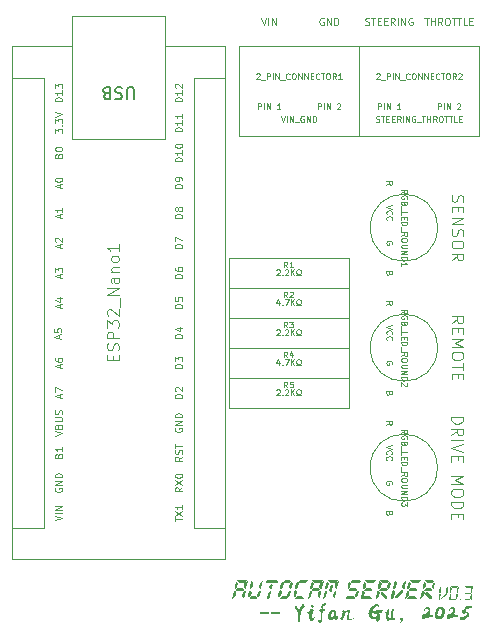
<source format=gto>
%TF.GenerationSoftware,KiCad,Pcbnew,9.0.0*%
%TF.CreationDate,2025-05-21T23:54:08-07:00*%
%TF.ProjectId,server,73657276-6572-42e6-9b69-6361645f7063,v0.3*%
%TF.SameCoordinates,Original*%
%TF.FileFunction,Legend,Top*%
%TF.FilePolarity,Positive*%
%FSLAX46Y46*%
G04 Gerber Fmt 4.6, Leading zero omitted, Abs format (unit mm)*
G04 Created by KiCad (PCBNEW 9.0.0) date 2025-05-21 23:54:08*
%MOMM*%
%LPD*%
G01*
G04 APERTURE LIST*
%ADD10C,0.100000*%
%ADD11C,0.300000*%
%ADD12C,0.062500*%
%ADD13C,0.075000*%
%ADD14C,0.150000*%
%ADD15C,0.125000*%
%ADD16C,0.120000*%
G04 APERTURE END LIST*
D10*
G36*
X166248167Y-122320394D02*
G01*
X166200143Y-122366752D01*
X166129020Y-122289040D01*
X166160454Y-121934851D01*
X166292858Y-121809432D01*
X166248167Y-122320394D01*
G37*
G36*
X166178711Y-122502410D02*
G01*
X165736888Y-122908036D01*
X165649174Y-122908036D01*
X165657509Y-122817941D01*
X166097586Y-122412077D01*
X166195222Y-122411442D01*
X166178711Y-122502410D01*
G37*
G36*
X165682275Y-122289040D02*
G01*
X165597895Y-122366752D01*
X165554872Y-122320394D01*
X165599562Y-121809432D01*
X165713709Y-121935168D01*
X165682275Y-122289040D01*
G37*
G36*
X165503593Y-122907798D02*
G01*
X165559873Y-122965189D01*
X165627662Y-122907719D01*
X165664097Y-122490741D01*
X165592894Y-122413109D01*
X165543282Y-122461054D01*
X165503593Y-122907798D01*
G37*
G36*
X167139751Y-122320394D02*
G01*
X167091727Y-122366752D01*
X167020604Y-122288881D01*
X167048704Y-121958188D01*
X167182775Y-121834040D01*
X167139751Y-122320394D01*
G37*
G36*
X167161263Y-121810702D02*
G01*
X167028859Y-121932628D01*
X166626805Y-121932628D01*
X166514325Y-121810702D01*
X167161263Y-121810702D01*
G37*
G36*
X166573859Y-122288881D02*
G01*
X166489479Y-122366752D01*
X166446456Y-122320394D01*
X166489479Y-121833960D01*
X166602039Y-121958030D01*
X166573859Y-122288881D01*
G37*
G36*
X167085139Y-122943598D02*
G01*
X166974246Y-122821593D01*
X167002426Y-122490741D01*
X167086806Y-122413109D01*
X167128162Y-122460974D01*
X167085139Y-122943598D01*
G37*
G36*
X167060293Y-122969000D02*
G01*
X166413355Y-122969000D01*
X166547426Y-122847073D01*
X166949480Y-122847073D01*
X167060293Y-122969000D01*
G37*
G36*
X166527581Y-122821672D02*
G01*
X166391843Y-122945821D01*
X166434867Y-122460974D01*
X166484478Y-122413109D01*
X166555681Y-122490821D01*
X166527581Y-122821672D01*
G37*
G36*
X167281840Y-122969000D02*
G01*
X167293429Y-122847073D01*
X167417498Y-122847073D01*
X167405909Y-122969000D01*
X167281840Y-122969000D01*
G37*
G36*
X168372903Y-121810702D02*
G01*
X168240499Y-121932628D01*
X167838445Y-121932628D01*
X167725965Y-121810702D01*
X168372903Y-121810702D01*
G37*
G36*
X168271933Y-122969000D02*
G01*
X167624995Y-122969000D01*
X167758986Y-122847073D01*
X168161041Y-122847073D01*
X168271933Y-122969000D01*
G37*
G36*
X168339802Y-122460974D02*
G01*
X168296779Y-122943598D01*
X168185886Y-122821593D01*
X168214066Y-122490741D01*
X168298446Y-122413109D01*
X168339802Y-122460974D01*
G37*
G36*
X168232244Y-122288881D02*
G01*
X168260344Y-121958188D01*
X168394415Y-121833960D01*
X168351391Y-122320394D01*
X168303367Y-122366752D01*
X168232244Y-122288881D01*
G37*
G36*
X168220654Y-122328888D02*
G01*
X168278601Y-122389851D01*
X168209065Y-122450814D01*
X167777244Y-122450814D01*
X167722631Y-122389851D01*
X167788833Y-122328888D01*
X168220654Y-122328888D01*
G37*
G36*
X150611497Y-123961209D02*
G01*
X150832964Y-123957271D01*
X150994190Y-123960102D01*
X151053515Y-123965606D01*
X151101784Y-123977146D01*
X151125964Y-123987588D01*
X151153258Y-124005265D01*
X151161682Y-124031674D01*
X151153258Y-124055273D01*
X151146938Y-124072035D01*
X151138512Y-124094932D01*
X151130177Y-124117922D01*
X151116530Y-124137797D01*
X151099512Y-124147847D01*
X151068170Y-124153459D01*
X150890758Y-124155566D01*
X150590431Y-124159779D01*
X150465668Y-124164498D01*
X150439306Y-124161885D01*
X150412926Y-124140446D01*
X150405692Y-124119937D01*
X150397907Y-124098962D01*
X150389854Y-124086195D01*
X150393968Y-124065440D01*
X150393968Y-124019278D01*
X150392777Y-123979528D01*
X150398311Y-123971821D01*
X150409905Y-123968995D01*
X150425567Y-123964140D01*
X150437199Y-123965056D01*
X150463974Y-123968263D01*
X150611497Y-123961209D01*
G37*
G36*
X151552320Y-123961209D02*
G01*
X151773788Y-123957271D01*
X151935014Y-123960102D01*
X151994339Y-123965606D01*
X152042607Y-123977146D01*
X152066787Y-123987588D01*
X152094081Y-124005265D01*
X152102506Y-124031674D01*
X152094081Y-124055273D01*
X152087762Y-124072035D01*
X152079335Y-124094932D01*
X152071001Y-124117922D01*
X152057353Y-124137797D01*
X152040335Y-124147847D01*
X152008993Y-124153459D01*
X151831581Y-124155566D01*
X151531254Y-124159779D01*
X151406492Y-124164498D01*
X151380129Y-124161885D01*
X151353750Y-124140446D01*
X151346515Y-124119937D01*
X151338730Y-124098962D01*
X151330677Y-124086195D01*
X151334792Y-124065440D01*
X151334792Y-124019278D01*
X151333601Y-123979528D01*
X151339134Y-123971821D01*
X151350728Y-123968995D01*
X151366390Y-123964140D01*
X151378023Y-123965056D01*
X151404797Y-123968263D01*
X151552320Y-123961209D01*
G37*
G36*
X154043689Y-123253394D02*
G01*
X154060892Y-123265867D01*
X154081608Y-123296350D01*
X154108993Y-123345626D01*
X154128044Y-123373927D01*
X154161658Y-123429523D01*
X154180709Y-123480814D01*
X154170160Y-123512029D01*
X154130426Y-123550057D01*
X154085937Y-123585572D01*
X154048635Y-123629650D01*
X154025554Y-123651723D01*
X154013006Y-123665370D01*
X154007694Y-123680025D01*
X153998260Y-123688360D01*
X153988918Y-123698893D01*
X153987818Y-123709334D01*
X153992032Y-123714646D01*
X153985803Y-123713547D01*
X153975181Y-123710080D01*
X153971057Y-123726095D01*
X153966844Y-123738735D01*
X153964737Y-123744963D01*
X153965745Y-123747069D01*
X153962631Y-123747069D01*
X153949991Y-123756503D01*
X153941657Y-123772257D01*
X153935428Y-123784897D01*
X153913355Y-123805871D01*
X153897693Y-123816312D01*
X153887160Y-123822632D01*
X153880840Y-123835180D01*
X153883968Y-123839174D01*
X153899799Y-123828860D01*
X153903921Y-123824647D01*
X153914483Y-123815380D01*
X153916561Y-123818419D01*
X153908134Y-123833073D01*
X153892472Y-123841408D01*
X153875711Y-123856154D01*
X153862155Y-123887570D01*
X153853729Y-123905430D01*
X153849516Y-123918986D01*
X153849516Y-123925306D01*
X153845303Y-123927412D01*
X153849516Y-123952600D01*
X153854848Y-123962019D01*
X153860049Y-123963041D01*
X153864262Y-123963041D01*
X153857942Y-123979802D01*
X153854737Y-124000777D01*
X153853729Y-124011310D01*
X153846402Y-124030177D01*
X153843288Y-124046939D01*
X153839166Y-124057380D01*
X153819199Y-124111968D01*
X153807750Y-124163259D01*
X153804545Y-124171686D01*
X153794103Y-124208414D01*
X153784669Y-124253476D01*
X153784669Y-124267032D01*
X153785677Y-124290113D01*
X153784669Y-124317407D01*
X153781555Y-124347815D01*
X153778441Y-124382345D01*
X153772213Y-124392878D01*
X153765893Y-124382345D01*
X153763787Y-124369797D01*
X153759573Y-124382345D01*
X153758566Y-124403411D01*
X153763787Y-124405426D01*
X153773129Y-124399106D01*
X153775236Y-124405426D01*
X153775236Y-124414860D01*
X153775236Y-124429515D01*
X153773891Y-124440366D01*
X153780456Y-124450489D01*
X153782563Y-124455710D01*
X153777251Y-124458915D01*
X153776243Y-124476684D01*
X153773379Y-124494709D01*
X153766809Y-124501871D01*
X153761947Y-124508706D01*
X153759665Y-124527059D01*
X153763787Y-124558475D01*
X153767908Y-124554262D01*
X153772030Y-124543820D01*
X153774136Y-124553254D01*
X153772030Y-124573221D01*
X153765710Y-124585769D01*
X153762504Y-124604637D01*
X153767817Y-124623504D01*
X153769923Y-124608850D01*
X153770763Y-124597093D01*
X153776151Y-124594104D01*
X153782471Y-124602530D01*
X153776243Y-124642372D01*
X153778350Y-124667468D01*
X153782563Y-124683222D01*
X153780456Y-124696869D01*
X153773037Y-124710424D01*
X153776243Y-124724071D01*
X153782563Y-124736711D01*
X153784578Y-124745046D01*
X153788699Y-124751366D01*
X153797126Y-124768127D01*
X153801339Y-124775362D01*
X153795019Y-124780583D01*
X153786684Y-124792032D01*
X153780456Y-124805587D01*
X153775327Y-124815937D01*
X153769099Y-124825280D01*
X153753528Y-124845063D01*
X153740325Y-124856547D01*
X153726601Y-124849276D01*
X153716159Y-124842957D01*
X153696376Y-124845063D01*
X153681116Y-124847547D01*
X153674577Y-124853398D01*
X153672180Y-124863343D01*
X153676684Y-124865854D01*
X153682957Y-124867549D01*
X153680805Y-124872174D01*
X153670364Y-124876296D01*
X153657907Y-124869060D01*
X153647558Y-124861916D01*
X153641329Y-124857978D01*
X153633086Y-124854131D01*
X153620904Y-124849275D01*
X153616417Y-124833156D01*
X153616258Y-124832607D01*
X153631346Y-124832607D01*
X153639681Y-124828394D01*
X153644790Y-124820425D01*
X153642795Y-124815754D01*
X153633453Y-124822074D01*
X153631346Y-124832607D01*
X153616258Y-124832607D01*
X153613839Y-124824282D01*
X153605884Y-124818410D01*
X153589627Y-124794871D01*
X153601945Y-124794871D01*
X153603960Y-124802107D01*
X153610280Y-124802107D01*
X153608173Y-124794780D01*
X153601945Y-124794871D01*
X153589627Y-124794871D01*
X153585642Y-124789101D01*
X153571812Y-124751366D01*
X153566499Y-124737718D01*
X153564478Y-124731178D01*
X153569614Y-124716744D01*
X153578659Y-124704572D01*
X153584360Y-124703097D01*
X153587474Y-124699983D01*
X153592786Y-124687435D01*
X153598005Y-124677691D01*
X153598006Y-124667468D01*
X153633453Y-124667468D01*
X153634460Y-124680108D01*
X153637666Y-124682214D01*
X153641787Y-124669575D01*
X153635559Y-124654920D01*
X153633453Y-124667468D01*
X153598006Y-124667468D01*
X153598007Y-124658584D01*
X153610280Y-124658584D01*
X153614493Y-124666919D01*
X153616600Y-124658584D01*
X153612387Y-124650157D01*
X153610280Y-124658584D01*
X153598007Y-124658584D01*
X153598007Y-124657027D01*
X153595672Y-124623268D01*
X153604068Y-124623268D01*
X153608173Y-124633396D01*
X153612387Y-124631290D01*
X153608173Y-124620848D01*
X153604068Y-124623268D01*
X153595672Y-124623268D01*
X153592786Y-124581556D01*
X153592763Y-124581006D01*
X153604052Y-124581006D01*
X153608173Y-124599874D01*
X153612387Y-124593554D01*
X153608173Y-124576793D01*
X153604052Y-124581006D01*
X153592763Y-124581006D01*
X153592144Y-124566352D01*
X153604052Y-124566352D01*
X153608173Y-124570473D01*
X153612387Y-124568367D01*
X153608173Y-124564245D01*
X153604052Y-124566352D01*
X153592144Y-124566352D01*
X153590153Y-124519182D01*
X153599839Y-124519182D01*
X153603960Y-124524403D01*
X153608173Y-124522296D01*
X153603960Y-124517076D01*
X153599839Y-124519182D01*
X153590153Y-124519182D01*
X153588686Y-124484443D01*
X153603299Y-124484443D01*
X153608082Y-124489323D01*
X153614310Y-124491430D01*
X153619531Y-124496651D01*
X153620630Y-124554262D01*
X153623103Y-124610956D01*
X153630613Y-124633946D01*
X153635559Y-124648600D01*
X153635559Y-124635503D01*
X153662853Y-124635503D01*
X153666975Y-124662705D01*
X153670089Y-124635503D01*
X153665967Y-124608209D01*
X153662853Y-124635503D01*
X153635559Y-124635503D01*
X153635559Y-124630832D01*
X153633727Y-124602530D01*
X153635559Y-124594104D01*
X153639681Y-124587784D01*
X153634826Y-124577342D01*
X153633727Y-124568916D01*
X153633727Y-124531181D01*
X153629972Y-124493445D01*
X153626217Y-124474577D01*
X153620010Y-124471931D01*
X153610188Y-124476684D01*
X153603299Y-124484443D01*
X153588686Y-124484443D01*
X153582253Y-124332062D01*
X153582064Y-124327299D01*
X153595625Y-124327299D01*
X153595625Y-124331512D01*
X153599839Y-124344060D01*
X153604052Y-124333619D01*
X153601243Y-124325192D01*
X153757284Y-124325192D01*
X153761497Y-124329405D01*
X153765710Y-124327299D01*
X153761497Y-124323086D01*
X153757284Y-124325192D01*
X153601243Y-124325192D01*
X153599839Y-124320979D01*
X153595625Y-124327299D01*
X153582064Y-124327299D01*
X153579139Y-124253476D01*
X153570346Y-124252377D01*
X153568240Y-124246149D01*
X153567507Y-124217848D01*
X153567507Y-124161244D01*
X153567507Y-124065806D01*
X153565309Y-124044832D01*
X153563202Y-124036406D01*
X153568497Y-124006695D01*
X153563202Y-123986122D01*
X153516582Y-123925306D01*
X153463460Y-123832066D01*
X153399804Y-123698893D01*
X153377456Y-123633954D01*
X153366943Y-123607158D01*
X153361519Y-123602447D01*
X153345582Y-123579366D01*
X153333950Y-123547950D01*
X153326439Y-123526976D01*
X153319020Y-123488233D01*
X153322119Y-123466739D01*
X153329645Y-123455718D01*
X153348788Y-123446284D01*
X153363625Y-123449398D01*
X153380570Y-123453612D01*
X153414550Y-123465152D01*
X153437906Y-123480814D01*
X153452835Y-123489241D01*
X153476029Y-123504594D01*
X153509072Y-123538517D01*
X153535843Y-123576024D01*
X153542045Y-123596127D01*
X153556608Y-123638076D01*
X153569156Y-123653830D01*
X153575475Y-123665370D01*
X153576575Y-123671598D01*
X153587016Y-123692573D01*
X153598465Y-123713547D01*
X153602678Y-123721974D01*
X153606800Y-123732415D01*
X153611013Y-123730308D01*
X153611013Y-123727194D01*
X153613119Y-123728202D01*
X153610005Y-123738735D01*
X153610005Y-123747069D01*
X153615226Y-123742948D01*
X153617156Y-123737903D01*
X153625667Y-123749176D01*
X153631987Y-123765937D01*
X153639223Y-123779584D01*
X153648657Y-123786912D01*
X153676867Y-123763922D01*
X153691348Y-123744505D01*
X153933688Y-123744505D01*
X153937901Y-123748627D01*
X153944221Y-123744505D01*
X153940008Y-123740292D01*
X153933688Y-123744505D01*
X153691348Y-123744505D01*
X153696061Y-123738185D01*
X153765710Y-123738185D01*
X153767817Y-123740292D01*
X153780456Y-123715104D01*
X153786684Y-123694130D01*
X153765710Y-123738185D01*
X153696061Y-123738185D01*
X153705077Y-123726095D01*
X153731272Y-123690466D01*
X153741918Y-123675262D01*
X153790898Y-123675262D01*
X153793004Y-123679475D01*
X153793004Y-123671049D01*
X153790898Y-123675262D01*
X153741918Y-123675262D01*
X153760581Y-123648609D01*
X153787692Y-123601440D01*
X153798203Y-123579324D01*
X153801339Y-123560498D01*
X153805552Y-123535403D01*
X153824512Y-123501880D01*
X153861331Y-123442071D01*
X153902456Y-123376034D01*
X153954773Y-123295347D01*
X153997344Y-123258614D01*
X154023833Y-123250912D01*
X154043689Y-123253394D01*
G37*
G36*
X153576025Y-124627626D02*
G01*
X153573918Y-124629733D01*
X153571812Y-124619291D01*
X153576025Y-124619291D01*
X153576025Y-124627626D01*
G37*
G36*
X153571720Y-124550048D02*
G01*
X153573970Y-124599728D01*
X153567507Y-124606652D01*
X153565400Y-124564795D01*
X153567507Y-124529166D01*
X153571720Y-124550048D01*
G37*
G36*
X153565400Y-124394344D02*
G01*
X153567507Y-124456259D01*
X153567507Y-124505535D01*
X153561187Y-124404877D01*
X153563294Y-124375476D01*
X153565400Y-124394344D01*
G37*
G36*
X153795111Y-124277015D02*
G01*
X153790898Y-124281137D01*
X153786684Y-124277015D01*
X153790898Y-124272802D01*
X153795111Y-124277015D01*
G37*
G36*
X153868567Y-124044282D02*
G01*
X153864445Y-124050511D01*
X153862339Y-124044282D01*
X153866460Y-124037963D01*
X153868567Y-124044282D01*
G37*
G36*
X153872780Y-124009661D02*
G01*
X153864445Y-124012775D01*
X153864445Y-124004440D01*
X153879100Y-124000227D01*
X153872780Y-124009661D01*
G37*
G36*
X153870673Y-123938403D02*
G01*
X153866552Y-123947837D01*
X153862375Y-123951740D01*
X153856019Y-123941517D01*
X153854920Y-123933183D01*
X153860232Y-123937304D01*
X153866552Y-123937304D01*
X153866552Y-123933183D01*
X153870673Y-123938403D01*
G37*
G36*
X153896960Y-123943624D02*
G01*
X153889633Y-123947837D01*
X153892747Y-123939502D01*
X153900074Y-123935289D01*
X153896960Y-123943624D01*
G37*
G36*
X153889358Y-123895997D02*
G01*
X153876718Y-123911659D01*
X153860965Y-123925306D01*
X153866185Y-123920085D01*
X153871430Y-123913695D01*
X153870490Y-123904331D01*
X153872505Y-123900118D01*
X153878825Y-123900118D01*
X153885100Y-123893713D01*
X153889358Y-123895997D01*
G37*
G36*
X154680796Y-123694130D02*
G01*
X154709743Y-123688920D01*
X154748024Y-123694130D01*
X154785943Y-123704571D01*
X154842821Y-123720325D01*
X154897684Y-123744413D01*
X154914163Y-123769391D01*
X154915790Y-123808266D01*
X154895577Y-123870259D01*
X154875531Y-123918384D01*
X154850148Y-124000227D01*
X154821755Y-124125982D01*
X154816443Y-124154375D01*
X154807101Y-124195316D01*
X154794995Y-124316810D01*
X154801081Y-124400795D01*
X154819648Y-124457358D01*
X154832284Y-124470692D01*
X154858666Y-124480439D01*
X154888765Y-124483061D01*
X154916643Y-124478333D01*
X154938838Y-124463056D01*
X154971415Y-124421729D01*
X155000332Y-124372044D01*
X155024080Y-124318964D01*
X155034704Y-124287548D01*
X155050881Y-124240202D01*
X155062090Y-124188996D01*
X155068410Y-124172235D01*
X155071028Y-124176300D01*
X155066303Y-124201636D01*
X155059983Y-124234334D01*
X155054671Y-124255400D01*
X155050366Y-124271245D01*
X155040933Y-124306050D01*
X155028293Y-124349281D01*
X155011316Y-124400037D01*
X154966927Y-124477875D01*
X154952089Y-124503245D01*
X154943663Y-124526418D01*
X154943663Y-124536951D01*
X154937251Y-124547484D01*
X154933038Y-124555910D01*
X154933038Y-124560215D01*
X154922974Y-124572385D01*
X154914079Y-124600240D01*
X154902355Y-124617185D01*
X154895417Y-124623265D01*
X154892921Y-124634037D01*
X154889056Y-124646284D01*
X154873962Y-124663621D01*
X154842455Y-124688809D01*
X154822488Y-124703555D01*
X154798399Y-124718393D01*
X154783653Y-124724713D01*
X154741704Y-124731032D01*
X154699411Y-124728484D01*
X154672370Y-124714271D01*
X154661929Y-124707951D01*
X154647183Y-124698426D01*
X154638756Y-124684779D01*
X154630421Y-124674337D01*
X154612166Y-124663542D01*
X154615675Y-124657485D01*
X154611462Y-124644937D01*
X154603127Y-124632297D01*
X154596807Y-124623962D01*
X154579955Y-124598775D01*
X154571620Y-124572488D01*
X154562094Y-124549316D01*
X154549455Y-124515702D01*
X154542219Y-124451588D01*
X154537554Y-124365094D01*
X154544326Y-124302478D01*
X154552661Y-124256316D01*
X154563193Y-124201636D01*
X154561087Y-124168022D01*
X154541854Y-124137994D01*
X154517879Y-124121244D01*
X154487631Y-124115540D01*
X154437781Y-124105171D01*
X154395780Y-124073621D01*
X154359495Y-124014882D01*
X154347328Y-123979633D01*
X154347917Y-123956814D01*
X154357388Y-123941517D01*
X154383754Y-123930482D01*
X154416190Y-123943624D01*
X154443802Y-123953057D01*
X154472885Y-123943624D01*
X154516772Y-123901923D01*
X154573726Y-123817869D01*
X154629322Y-123729759D01*
X154651839Y-123709544D01*
X154680796Y-123694130D01*
G37*
G36*
X154662203Y-123396642D02*
G01*
X154687391Y-123394535D01*
X154729340Y-123396642D01*
X154834814Y-123408890D01*
X154865902Y-123419631D01*
X154876343Y-123436484D01*
X154890998Y-123463687D01*
X154906752Y-123488874D01*
X154916277Y-123514062D01*
X154920758Y-123529982D01*
X154917285Y-123541356D01*
X154906929Y-123550500D01*
X154883671Y-123561231D01*
X154859174Y-123573093D01*
X154838516Y-123589533D01*
X154817542Y-123608401D01*
X154805318Y-123604545D01*
X154788141Y-123589533D01*
X154716792Y-123532930D01*
X154675304Y-123502038D01*
X154670538Y-123490981D01*
X154668432Y-123484661D01*
X154657990Y-123471014D01*
X154655884Y-123446926D01*
X154653777Y-123432271D01*
X154650571Y-123414411D01*
X154662203Y-123396642D01*
G37*
G36*
X155426531Y-124923740D02*
G01*
X155419204Y-124926946D01*
X155411876Y-124923740D01*
X155419204Y-124920626D01*
X155426531Y-124923740D01*
G37*
G36*
X155400244Y-124916413D02*
G01*
X155403450Y-124924839D01*
X155393924Y-124916413D01*
X155390810Y-124908078D01*
X155400244Y-124916413D01*
G37*
G36*
X155380369Y-124901758D02*
G01*
X155381377Y-124908078D01*
X155375057Y-124901758D01*
X155374049Y-124895438D01*
X155380369Y-124901758D01*
G37*
G36*
X155422318Y-124891225D02*
G01*
X155430744Y-124899651D01*
X155424424Y-124903865D01*
X155412884Y-124897545D01*
X155410777Y-124889118D01*
X155422318Y-124891225D01*
G37*
G36*
X155886496Y-123200844D02*
G01*
X155917734Y-123222344D01*
X155940723Y-123241212D01*
X155940723Y-123299830D01*
X155938048Y-123353568D01*
X155932388Y-123377408D01*
X155911642Y-123406976D01*
X155883937Y-123427783D01*
X155869282Y-123433004D01*
X155873495Y-123415143D01*
X155881830Y-123364860D01*
X155879724Y-123312470D01*
X155862962Y-123298823D01*
X155850131Y-123296715D01*
X155835577Y-123300929D01*
X155806267Y-123325018D01*
X155780618Y-123363327D01*
X155747466Y-123435110D01*
X155719608Y-123513093D01*
X155701213Y-123582938D01*
X155688665Y-123638442D01*
X155680238Y-123681490D01*
X155679500Y-123709891D01*
X155684451Y-123722340D01*
X155699707Y-123728339D01*
X155755801Y-123731774D01*
X155814202Y-123735580D01*
X155846110Y-123744413D01*
X155871892Y-123760189D01*
X155896576Y-123784072D01*
X155917537Y-123816916D01*
X155907018Y-123823914D01*
X155896301Y-123814480D01*
X155892910Y-123809258D01*
X155886593Y-123812374D01*
X155883387Y-123827212D01*
X155884196Y-123834935D01*
X155876976Y-123846537D01*
X155870039Y-123857843D01*
X155871572Y-123864764D01*
X155870564Y-123879785D01*
X155865161Y-123893798D01*
X155874869Y-123907720D01*
X155879835Y-123913859D01*
X155868458Y-123916238D01*
X155834020Y-123916238D01*
X155749206Y-123921550D01*
X155681612Y-123933091D01*
X155666499Y-123947654D01*
X155662286Y-124106656D01*
X155653860Y-124456076D01*
X155629735Y-124635847D01*
X155607606Y-124715645D01*
X155599088Y-124745962D01*
X155587548Y-124777286D01*
X155584342Y-124790841D01*
X155582236Y-124795054D01*
X155578114Y-124801374D01*
X155571356Y-124813506D01*
X155569321Y-124809526D01*
X155565108Y-124813647D01*
X155567215Y-124817861D01*
X155571088Y-124813986D01*
X155566482Y-124822257D01*
X155540195Y-124855779D01*
X155513817Y-124876662D01*
X155501630Y-124879786D01*
X155496049Y-124876662D01*
X155492032Y-124873125D01*
X155481211Y-124874556D01*
X155462343Y-124876662D01*
X155462343Y-124880875D01*
X155466556Y-124885088D01*
X155476998Y-124893423D01*
X155458221Y-124891317D01*
X155417858Y-124881067D01*
X155413436Y-124877578D01*
X155434957Y-124877578D01*
X155443292Y-124882890D01*
X155448513Y-124880784D01*
X155449612Y-124878677D01*
X155441185Y-124872357D01*
X155434957Y-124877578D01*
X155413436Y-124877578D01*
X155401710Y-124868327D01*
X155397497Y-124876662D01*
X155397497Y-124887195D01*
X155382842Y-124872449D01*
X155347396Y-124830592D01*
X155334848Y-124811632D01*
X155322300Y-124786536D01*
X155318087Y-124780217D01*
X155309752Y-124776004D01*
X155301326Y-124759242D01*
X155299219Y-124750908D01*
X155295006Y-124750908D01*
X155295006Y-124746694D01*
X155301386Y-124744162D01*
X155311767Y-124755029D01*
X155325414Y-124773897D01*
X155336863Y-124790658D01*
X155352525Y-124813739D01*
X155359853Y-124828394D01*
X155375515Y-124851475D01*
X155393283Y-124864114D01*
X155395343Y-124855740D01*
X155390140Y-124849460D01*
X155437064Y-124849460D01*
X155441825Y-124854818D01*
X155466465Y-124857794D01*
X155476906Y-124853581D01*
X155525083Y-124853581D01*
X155529204Y-124855688D01*
X155539737Y-124847353D01*
X155525083Y-124853581D01*
X155476906Y-124853581D01*
X155464542Y-124849460D01*
X155483226Y-124849460D01*
X155491652Y-124845246D01*
X155498979Y-124843140D01*
X155509421Y-124848360D01*
X155518946Y-124845246D01*
X155518946Y-124842041D01*
X155510520Y-124841033D01*
X155499987Y-124841033D01*
X155514733Y-124824272D01*
X155543614Y-124777954D01*
X155567215Y-124694304D01*
X155582968Y-124617734D01*
X155583976Y-124597859D01*
X155579854Y-124597859D01*
X155561994Y-124664904D01*
X155537814Y-124740375D01*
X155531494Y-124768676D01*
X155517847Y-124792856D01*
X155504200Y-124814838D01*
X155491652Y-124834713D01*
X155483226Y-124849460D01*
X155464542Y-124849460D01*
X155464266Y-124849368D01*
X155445399Y-124848360D01*
X155437064Y-124849460D01*
X155390140Y-124849460D01*
X155374507Y-124830592D01*
X155359853Y-124812732D01*
X155359244Y-124811724D01*
X155376614Y-124811724D01*
X155380827Y-124817952D01*
X155382842Y-124813739D01*
X155377972Y-124805871D01*
X155376614Y-124811724D01*
X155359244Y-124811724D01*
X155351609Y-124799084D01*
X155349979Y-124796886D01*
X155361410Y-124796886D01*
X155365623Y-124801099D01*
X155369836Y-124798993D01*
X155365623Y-124794780D01*
X155361410Y-124796886D01*
X155349979Y-124796886D01*
X155328242Y-124767577D01*
X155342542Y-124767577D01*
X155344648Y-124775912D01*
X155350968Y-124784338D01*
X155348862Y-124775912D01*
X155342542Y-124767577D01*
X155328242Y-124767577D01*
X155319408Y-124755666D01*
X155314450Y-124746603D01*
X155336222Y-124746603D01*
X155340435Y-124751823D01*
X155344648Y-124749717D01*
X155340435Y-124744496D01*
X155336222Y-124746603D01*
X155314450Y-124746603D01*
X155306432Y-124731948D01*
X155321568Y-124731948D01*
X155323674Y-124740283D01*
X155328803Y-124741382D01*
X155327796Y-124731948D01*
X155321568Y-124731948D01*
X155306432Y-124731948D01*
X155297211Y-124715095D01*
X155304715Y-124715095D01*
X155309935Y-124719309D01*
X155315248Y-124717202D01*
X155309935Y-124713080D01*
X155304715Y-124715095D01*
X155297211Y-124715095D01*
X155295006Y-124711065D01*
X155287679Y-124695312D01*
X155282458Y-124691099D01*
X155279252Y-124691099D01*
X155280352Y-124685878D01*
X155274032Y-124658675D01*
X155267712Y-124629275D01*
X155271925Y-124633488D01*
X155282458Y-124638709D01*
X155286671Y-124639808D01*
X155282458Y-124643929D01*
X155280352Y-124650249D01*
X155286671Y-124654462D01*
X155289785Y-124655561D01*
X155290885Y-124660690D01*
X155290885Y-124664904D01*
X155296105Y-124666003D01*
X155301326Y-124675437D01*
X155307646Y-124685878D01*
X155306889Y-124683771D01*
X155334757Y-124683771D01*
X155335764Y-124687984D01*
X155341076Y-124694213D01*
X155343183Y-124702639D01*
X155347396Y-124698426D01*
X155347396Y-124694304D01*
X155343937Y-124682008D01*
X155334757Y-124683771D01*
X155306889Y-124683771D01*
X155297113Y-124656569D01*
X155290885Y-124622955D01*
X155297113Y-124633488D01*
X155305448Y-124641823D01*
X155308562Y-124642922D01*
X155307554Y-124646036D01*
X155309590Y-124657950D01*
X155313874Y-124660690D01*
X155316988Y-124661789D01*
X155322300Y-124669117D01*
X155329593Y-124679900D01*
X155336863Y-124677543D01*
X155338970Y-124671223D01*
X155334757Y-124662797D01*
X155330543Y-124657576D01*
X155336863Y-124657576D01*
X155343183Y-124669117D01*
X155351518Y-124683771D01*
X155367178Y-124705339D01*
X155364066Y-124708959D01*
X155361959Y-124713172D01*
X155372401Y-124713172D01*
X155374507Y-124706852D01*
X155382842Y-124713172D01*
X155392276Y-124721507D01*
X155408945Y-124730941D01*
X155434041Y-124742481D01*
X155447827Y-124740837D01*
X155457122Y-124731948D01*
X155469579Y-124714180D01*
X155476906Y-124693205D01*
X155486340Y-124659683D01*
X155491561Y-124632389D01*
X155493667Y-124622955D01*
X155495774Y-124610407D01*
X155495774Y-124599965D01*
X155504109Y-124593646D01*
X155508322Y-124597859D01*
X155508322Y-124610407D01*
X155504109Y-124636693D01*
X155497789Y-124658675D01*
X155489454Y-124681665D01*
X155477822Y-124710974D01*
X155476814Y-124738268D01*
X155480539Y-124742379D01*
X155479928Y-124754022D01*
X155470495Y-124778110D01*
X155466373Y-124790750D01*
X155475710Y-124784092D01*
X155485427Y-124764995D01*
X155495058Y-124764995D01*
X155495774Y-124780217D01*
X155509436Y-124752158D01*
X155533509Y-124671223D01*
X155552957Y-124583272D01*
X155554447Y-124572580D01*
X155588189Y-124572580D01*
X155592402Y-124576793D01*
X155596616Y-124574686D01*
X155592402Y-124570473D01*
X155588189Y-124572580D01*
X155554447Y-124572580D01*
X155555902Y-124562138D01*
X155628123Y-124562138D01*
X155630229Y-124568367D01*
X155630229Y-124560032D01*
X155628123Y-124562138D01*
X155555902Y-124562138D01*
X155557518Y-124550544D01*
X155623331Y-124550544D01*
X155626016Y-124553712D01*
X155632336Y-124536951D01*
X155633303Y-124521182D01*
X155628123Y-124532738D01*
X155623331Y-124550544D01*
X155557518Y-124550544D01*
X155562910Y-124511855D01*
X155563918Y-124494086D01*
X155563918Y-124482546D01*
X155562910Y-124478333D01*
X155559263Y-124489358D01*
X155544042Y-124591539D01*
X155531403Y-124648142D01*
X155515649Y-124704746D01*
X155502002Y-124744588D01*
X155495058Y-124764995D01*
X155485427Y-124764995D01*
X155493667Y-124748801D01*
X155509526Y-124704697D01*
X155523892Y-124637701D01*
X155535524Y-124522296D01*
X155538913Y-124511763D01*
X155542302Y-124500223D01*
X155547981Y-124487675D01*
X155547981Y-124476226D01*
X155546882Y-124461480D01*
X155555949Y-124465693D01*
X155564742Y-124473020D01*
X155564742Y-124461480D01*
X155568955Y-124444719D01*
X155576296Y-124434835D01*
X155568955Y-124432079D01*
X155562635Y-124426858D01*
X155568955Y-124421638D01*
X155575275Y-124415409D01*
X155568955Y-124406983D01*
X155565062Y-124400068D01*
X155562635Y-124366042D01*
X155562635Y-124322994D01*
X155562635Y-124295792D01*
X155558422Y-124270604D01*
X155552285Y-124253843D01*
X155549995Y-124242008D01*
X155545189Y-124239280D01*
X155558788Y-124239280D01*
X155563002Y-124245508D01*
X155564009Y-124239280D01*
X155559796Y-124232960D01*
X155558788Y-124239280D01*
X155545189Y-124239280D01*
X155544867Y-124239097D01*
X155541752Y-124233876D01*
X155545966Y-124224442D01*
X155545966Y-124220229D01*
X155556407Y-124221328D01*
X155564833Y-124222427D01*
X155560620Y-124218214D01*
X155556407Y-124209788D01*
X155558514Y-124207681D01*
X155564061Y-124214527D01*
X155566940Y-124209788D01*
X155566940Y-124201361D01*
X155558514Y-124186707D01*
X155552285Y-124178372D01*
X155560529Y-124176265D01*
X155569963Y-124169945D01*
X155568955Y-124158405D01*
X155562635Y-124077622D01*
X155565413Y-124010722D01*
X155568955Y-124002151D01*
X155571062Y-124000044D01*
X155566848Y-123989603D01*
X155562818Y-123981176D01*
X155558880Y-123987496D01*
X155556636Y-123991612D01*
X155547523Y-123987496D01*
X155545599Y-123981176D01*
X155541844Y-123966522D01*
X155543951Y-123966522D01*
X155551291Y-123970152D01*
X155556407Y-123964415D01*
X155558514Y-123958095D01*
X155560620Y-123966522D01*
X155564742Y-123974856D01*
X155568863Y-123958095D01*
X155566757Y-123945547D01*
X155504109Y-123945547D01*
X155448055Y-123942454D01*
X155433034Y-123937121D01*
X155418569Y-123917028D01*
X155407938Y-123874198D01*
X155398911Y-123847718D01*
X155388979Y-123855330D01*
X155382026Y-123867400D01*
X155380644Y-123863756D01*
X155382659Y-123853407D01*
X155387153Y-123838770D01*
X155383758Y-123825105D01*
X155379545Y-123802024D01*
X155393192Y-123781050D01*
X155410045Y-123769509D01*
X155422592Y-123763189D01*
X155427813Y-123760075D01*
X155428912Y-123769509D01*
X155445582Y-123775737D01*
X155474535Y-123772239D01*
X155493759Y-123763098D01*
X155497717Y-123758583D01*
X155543859Y-123748443D01*
X155562635Y-123742215D01*
X155562998Y-123736079D01*
X155579854Y-123736079D01*
X155581961Y-123742307D01*
X155581961Y-123731865D01*
X155579854Y-123736079D01*
X155562998Y-123736079D01*
X155564742Y-123706586D01*
X155566848Y-123689825D01*
X155575183Y-123683505D01*
X155575183Y-123685612D01*
X155577290Y-123694038D01*
X155581411Y-123712906D01*
X155587640Y-123706586D01*
X155587640Y-123675170D01*
X155583518Y-123656303D01*
X155581411Y-123662622D01*
X155577198Y-123660516D01*
X155578206Y-123649983D01*
X155571886Y-123656303D01*
X155566665Y-123661615D01*
X155568772Y-123652090D01*
X155575092Y-123633222D01*
X155579076Y-123618570D01*
X155581411Y-123564071D01*
X155585533Y-123526335D01*
X155583426Y-123522122D01*
X155577198Y-123542089D01*
X155568863Y-123582938D01*
X155564742Y-123622780D01*
X155563643Y-123634321D01*
X155554300Y-123629009D01*
X155552194Y-123617560D01*
X155556407Y-123592372D01*
X155561628Y-123568284D01*
X155564742Y-123553538D01*
X155568955Y-123547309D01*
X155570970Y-123548317D01*
X155570970Y-123545203D01*
X155573077Y-123535769D01*
X155573077Y-123529449D01*
X155573077Y-123513695D01*
X155579305Y-123501147D01*
X155589746Y-123499041D01*
X155589746Y-123503254D01*
X155587640Y-123515802D01*
X155593868Y-123507467D01*
X155599598Y-123497903D01*
X155595883Y-123492721D01*
X155591187Y-123482294D01*
X155597989Y-123461305D01*
X155602111Y-123442438D01*
X155606734Y-123421768D01*
X155622994Y-123396276D01*
X155627207Y-123394261D01*
X155631561Y-123396801D01*
X155639755Y-123385834D01*
X155645983Y-123373286D01*
X155641862Y-123371180D01*
X155662744Y-123339672D01*
X155671171Y-123325018D01*
X155711837Y-123276841D01*
X155769356Y-123222344D01*
X155790147Y-123207598D01*
X155813228Y-123197157D01*
X155852406Y-123192539D01*
X155886496Y-123200844D01*
G37*
G36*
X155380827Y-124847353D02*
G01*
X155380827Y-124851475D01*
X155372401Y-124841033D01*
X155374507Y-124836820D01*
X155380827Y-124847353D01*
G37*
G36*
X155571428Y-124813647D02*
G01*
X155571088Y-124813986D01*
X155571356Y-124813506D01*
X155571428Y-124813647D01*
G37*
G36*
X155286671Y-124721507D02*
G01*
X155288778Y-124732040D01*
X155292991Y-124744588D01*
X155286671Y-124734146D01*
X155278337Y-124717294D01*
X155279991Y-124711930D01*
X155286671Y-124721507D01*
G37*
G36*
X155275314Y-124683680D02*
G01*
X155271101Y-124685786D01*
X155266888Y-124681665D01*
X155271101Y-124679558D01*
X155275314Y-124683680D01*
G37*
G36*
X155328803Y-124643929D02*
G01*
X155327796Y-124650157D01*
X155323674Y-124643929D01*
X155324682Y-124637609D01*
X155328803Y-124643929D01*
G37*
G36*
X155254340Y-124633396D02*
G01*
X155250127Y-124637609D01*
X155245913Y-124631290D01*
X155250127Y-124627076D01*
X155254340Y-124633396D01*
G37*
G36*
X155313141Y-124616727D02*
G01*
X155316780Y-124627825D01*
X155306821Y-124631381D01*
X155302608Y-124625153D01*
X155305722Y-124613613D01*
X155313141Y-124616727D01*
G37*
G36*
X155246829Y-124558017D02*
G01*
X155246829Y-124570565D01*
X155253149Y-124568458D01*
X155255256Y-124562230D01*
X155257362Y-124566352D01*
X155261575Y-124583113D01*
X155262688Y-124593999D01*
X155257362Y-124608300D01*
X155255256Y-124602072D01*
X155255256Y-124590532D01*
X155246829Y-124588425D01*
X155240509Y-124589433D01*
X155244723Y-124585219D01*
X155247837Y-124579999D01*
X155242616Y-124574778D01*
X155238643Y-124572234D01*
X155242616Y-124551697D01*
X155244723Y-124545377D01*
X155248936Y-124545377D01*
X155246829Y-124558017D01*
G37*
G36*
X155298395Y-124593554D02*
G01*
X155304715Y-124599874D01*
X155303063Y-124603574D01*
X155296288Y-124597767D01*
X155294273Y-124592547D01*
X155298395Y-124593554D01*
G37*
G36*
X155514733Y-124578900D02*
G01*
X155511527Y-124587234D01*
X155506307Y-124578900D01*
X155509421Y-124570473D01*
X155514733Y-124578900D01*
G37*
G36*
X155271101Y-124560032D02*
G01*
X155266888Y-124566260D01*
X155265880Y-124560032D01*
X155270002Y-124553712D01*
X155271101Y-124560032D01*
G37*
G36*
X155514642Y-124543271D02*
G01*
X155508322Y-124553712D01*
X155510428Y-124534844D01*
X155516748Y-124522296D01*
X155514642Y-124543271D01*
G37*
G36*
X155245913Y-124515976D02*
G01*
X155245913Y-124532738D01*
X155241700Y-124520190D01*
X155242708Y-124507642D01*
X155245913Y-124515976D01*
G37*
G36*
X155519954Y-124506543D02*
G01*
X155514733Y-124507642D01*
X155517847Y-124500314D01*
X155523159Y-124499215D01*
X155519954Y-124506543D01*
G37*
G36*
X155262766Y-124492987D02*
G01*
X155258553Y-124495002D01*
X155254340Y-124490881D01*
X155258553Y-124488774D01*
X155262766Y-124492987D01*
G37*
G36*
X155513634Y-124488774D02*
G01*
X155508413Y-124492896D01*
X155506307Y-124488774D01*
X155511527Y-124484561D01*
X155513634Y-124488774D01*
G37*
G36*
X155518946Y-124461480D02*
G01*
X155516840Y-124457267D01*
X155518946Y-124453053D01*
X155518946Y-124461480D01*
G37*
G36*
X155554543Y-124416310D02*
G01*
X155554300Y-124427866D01*
X155548225Y-124433631D01*
X155543767Y-124429881D01*
X155548988Y-124421546D01*
X155547981Y-124417333D01*
X155547981Y-124413120D01*
X155554543Y-124416310D01*
G37*
G36*
X155525174Y-124377674D02*
G01*
X155530395Y-124400755D01*
X155527373Y-124411196D01*
X155523159Y-124406983D01*
X155516840Y-124371354D01*
X155518946Y-124362928D01*
X155525174Y-124377674D01*
G37*
G36*
X155543493Y-124316674D02*
G01*
X155550179Y-124320887D01*
X155550179Y-124322994D01*
X155550179Y-124341862D01*
X155555985Y-124376833D01*
X155552285Y-124394344D01*
X155544958Y-124368148D01*
X155541844Y-124329314D01*
X155541844Y-124314568D01*
X155543493Y-124316674D01*
G37*
G36*
X155523159Y-124335725D02*
G01*
X155518946Y-124339847D01*
X155517847Y-124335725D01*
X155522060Y-124331512D01*
X155523159Y-124335725D01*
G37*
G36*
X155523159Y-124317865D02*
G01*
X155518946Y-124323086D01*
X155514733Y-124317865D01*
X155518946Y-124312644D01*
X155523159Y-124317865D01*
G37*
G36*
X155523159Y-124304218D02*
G01*
X155518946Y-124308431D01*
X155514733Y-124304218D01*
X155518946Y-124300005D01*
X155523159Y-124304218D01*
G37*
G36*
X155556773Y-124136515D02*
G01*
X155554667Y-124132301D01*
X155556773Y-124128088D01*
X155556773Y-124136515D01*
G37*
G36*
X155558788Y-124085224D02*
G01*
X155554575Y-124086231D01*
X155550454Y-124082018D01*
X155554575Y-124081010D01*
X155558788Y-124085224D01*
G37*
G36*
X155525266Y-124056830D02*
G01*
X155521053Y-124065257D01*
X155518946Y-124056830D01*
X155523159Y-124048404D01*
X155525266Y-124056830D01*
G37*
G36*
X155548347Y-124046389D02*
G01*
X155554667Y-124058937D01*
X155548347Y-124054815D01*
X155542027Y-124042176D01*
X155548347Y-124046389D01*
G37*
G36*
X155535524Y-124027338D02*
G01*
X155535524Y-124031551D01*
X155531311Y-124025323D01*
X155535524Y-124027338D01*
G37*
G36*
X155525266Y-123998121D02*
G01*
X155527373Y-124006547D01*
X155530395Y-124016988D01*
X155525266Y-124012775D01*
X155518946Y-123998121D01*
X155520399Y-123992909D01*
X155525266Y-123998121D01*
G37*
G36*
X156634525Y-123816679D02*
G01*
X156684880Y-123843807D01*
X156698364Y-123856338D01*
X156710918Y-123872125D01*
X156724010Y-123875205D01*
X156732436Y-123881525D01*
X156737749Y-123888944D01*
X156749564Y-123887845D01*
X156760097Y-123881525D01*
X156777925Y-123874124D01*
X156800672Y-123885738D01*
X156813021Y-123902694D01*
X156821829Y-123927595D01*
X156830307Y-123982868D01*
X156826042Y-124030177D01*
X156814806Y-124103476D01*
X156815601Y-124162069D01*
X156819880Y-124226458D01*
X156832729Y-124289838D01*
X156852188Y-124346060D01*
X156867167Y-124369339D01*
X156888599Y-124377674D01*
X156916019Y-124367378D01*
X156944047Y-124329170D01*
X156972954Y-124241570D01*
X156977076Y-124229022D01*
X156981198Y-124233235D01*
X156981198Y-124247889D01*
X156983304Y-124266757D01*
X156989189Y-124261743D01*
X156995669Y-124235341D01*
X157000991Y-124224319D01*
X157008309Y-124233235D01*
X157010415Y-124239463D01*
X157011695Y-124273986D01*
X156995669Y-124344243D01*
X156991456Y-124373644D01*
X156981198Y-124409273D01*
X156970939Y-124452229D01*
X156961506Y-124492071D01*
X156952163Y-124515061D01*
X156938058Y-124545377D01*
X156922868Y-124582783D01*
X156928624Y-124589433D01*
X156932372Y-124594449D01*
X156924045Y-124604087D01*
X156924045Y-124617734D01*
X156926611Y-124622432D01*
X156936593Y-124622955D01*
X156943920Y-124623046D01*
X156928166Y-124639808D01*
X156906427Y-124655947D01*
X156886676Y-124660690D01*
X156862892Y-124656724D01*
X156816059Y-124640082D01*
X156789248Y-124622953D01*
X156763119Y-124593371D01*
X156742625Y-124557803D01*
X156732121Y-124528616D01*
X156928350Y-124528616D01*
X156931318Y-124531456D01*
X156939799Y-124521380D01*
X156949324Y-124500406D01*
X156957659Y-124476226D01*
X156963979Y-124455252D01*
X156953537Y-124465785D01*
X156929576Y-124510811D01*
X156928350Y-124528616D01*
X156732121Y-124528616D01*
X156728956Y-124519823D01*
X156713690Y-124487956D01*
X156687465Y-124478333D01*
X156667590Y-124503428D01*
X156648722Y-124526418D01*
X156645608Y-124530631D01*
X156628938Y-124559940D01*
X156593640Y-124595690D01*
X156551636Y-124618467D01*
X156522418Y-124632114D01*
X156483767Y-124648875D01*
X156449328Y-124662339D01*
X156407563Y-124666552D01*
X156349036Y-124660232D01*
X156307304Y-124647169D01*
X156258178Y-124621581D01*
X156214209Y-124589836D01*
X156190400Y-124563970D01*
X156159280Y-124508376D01*
X156142315Y-124465601D01*
X156125554Y-124402770D01*
X156118242Y-124364351D01*
X156116255Y-124320979D01*
X156390618Y-124320979D01*
X156393752Y-124365675D01*
X156401060Y-124390222D01*
X156430324Y-124429119D01*
X156458721Y-124437711D01*
X156492834Y-124421638D01*
X156518284Y-124396740D01*
X156557589Y-124344060D01*
X156618131Y-124239280D01*
X156658057Y-124139060D01*
X156666124Y-124102992D01*
X156655866Y-124058937D01*
X156641247Y-124016448D01*
X156643318Y-123975040D01*
X156650857Y-123933552D01*
X156647531Y-123920543D01*
X156620604Y-123912208D01*
X156596790Y-123914315D01*
X156580212Y-123921642D01*
X156552185Y-123933183D01*
X156508679Y-123980352D01*
X156467280Y-124046389D01*
X156446489Y-124082018D01*
X156435132Y-124111419D01*
X156419653Y-124151169D01*
X156399034Y-124215488D01*
X156390618Y-124320979D01*
X156116255Y-124320979D01*
X156115113Y-124296066D01*
X156119244Y-124226263D01*
X156129950Y-124176723D01*
X156148527Y-124123214D01*
X156178677Y-124057380D01*
X156214236Y-123995480D01*
X156267612Y-123926496D01*
X156326807Y-123866793D01*
X156352831Y-123849285D01*
X156641578Y-123849285D01*
X156652111Y-123855605D01*
X156667865Y-123861833D01*
X156675192Y-123861833D01*
X156660537Y-123853498D01*
X156641578Y-123849285D01*
X156352831Y-123849285D01*
X156367263Y-123839576D01*
X156479553Y-123793598D01*
X156536706Y-123787278D01*
X156577006Y-123787278D01*
X156634525Y-123816679D01*
G37*
G36*
X157937958Y-123793140D02*
G01*
X157968253Y-123814260D01*
X157983112Y-123841317D01*
X157986228Y-123868823D01*
X157983112Y-123924207D01*
X157968366Y-124007005D01*
X157949498Y-124048862D01*
X157933745Y-124083483D01*
X157926418Y-124092917D01*
X157925318Y-124097131D01*
X157922204Y-124120211D01*
X157895086Y-124208356D01*
X157880164Y-124279488D01*
X157871829Y-124361279D01*
X157868624Y-124376025D01*
X157867616Y-124390680D01*
X157876042Y-124472379D01*
X157895362Y-124504303D01*
X157924311Y-124528982D01*
X157938965Y-124543729D01*
X157912770Y-124533287D01*
X157878057Y-124510206D01*
X157866517Y-124494453D01*
X157861296Y-124486026D01*
X157858091Y-124480806D01*
X157860807Y-124478005D01*
X157859190Y-124463037D01*
X157855984Y-124439956D01*
X157854976Y-124394801D01*
X157850763Y-124359173D01*
X157848748Y-124369706D01*
X157846642Y-124375934D01*
X157840322Y-124380147D01*
X157844535Y-124390680D01*
X157841329Y-124394801D01*
X157834002Y-124400114D01*
X157841329Y-124410555D01*
X157848748Y-124432537D01*
X157846642Y-124448291D01*
X157840322Y-124451405D01*
X157835010Y-124456717D01*
X157842428Y-124463037D01*
X157846782Y-124464733D01*
X157848748Y-124474486D01*
X157853814Y-124500295D01*
X157869723Y-124524861D01*
X157898343Y-124547639D01*
X157947392Y-124566718D01*
X157966260Y-124577251D01*
X157940065Y-124571023D01*
X157917991Y-124563695D01*
X157888590Y-124549957D01*
X157853648Y-124528098D01*
X157846642Y-124516434D01*
X157836109Y-124495460D01*
X157827682Y-124487125D01*
X157831896Y-124503886D01*
X157844420Y-124534873D01*
X157878348Y-124563201D01*
X157945285Y-124588975D01*
X158016635Y-124596119D01*
X158096502Y-124594012D01*
X158113263Y-124594012D01*
X158119583Y-124602438D01*
X158132179Y-124603926D01*
X158159517Y-124594012D01*
X158172065Y-124589799D01*
X158178385Y-124586685D01*
X158192032Y-124578350D01*
X158216212Y-124572030D01*
X158226745Y-124575144D01*
X158220425Y-124576243D01*
X158214105Y-124579357D01*
X158206686Y-124587692D01*
X158199359Y-124583571D01*
X158195146Y-124580457D01*
X158193131Y-124588791D01*
X158186811Y-124596119D01*
X158174171Y-124594012D01*
X158172065Y-124595111D01*
X158172065Y-124598225D01*
X158167852Y-124602438D01*
X158156311Y-124607659D01*
X158140557Y-124613979D01*
X158123796Y-124619200D01*
X158111248Y-124621306D01*
X158102822Y-124625519D01*
X158093296Y-124629641D01*
X158071223Y-124638067D01*
X158056568Y-124644387D01*
X158030373Y-124648600D01*
X157980090Y-124654829D01*
X157953895Y-124659042D01*
X157960123Y-124663163D01*
X157965344Y-124666369D01*
X157962230Y-124673696D01*
X157958108Y-124671590D01*
X157949682Y-124671590D01*
X157896101Y-124671590D01*
X157846916Y-124669483D01*
X157838648Y-124669787D01*
X157815409Y-124659042D01*
X157814774Y-124658584D01*
X157931730Y-124658584D01*
X157940065Y-124662705D01*
X157948491Y-124658584D01*
X157940065Y-124654371D01*
X157931730Y-124658584D01*
X157814774Y-124658584D01*
X157777582Y-124631748D01*
X157767918Y-124616635D01*
X158080840Y-124616635D01*
X158089175Y-124615628D01*
X158105936Y-124610315D01*
X158116469Y-124606102D01*
X158110241Y-124603995D01*
X158093388Y-124608209D01*
X158080840Y-124616635D01*
X157767918Y-124616635D01*
X157754710Y-124595981D01*
X157738166Y-124536531D01*
X157731512Y-124443070D01*
X157734908Y-124355815D01*
X157744151Y-124285808D01*
X157754684Y-124229205D01*
X157763019Y-124202002D01*
X157794157Y-124125725D01*
X157796633Y-124109678D01*
X157809273Y-124065715D01*
X157841360Y-123966701D01*
X157849832Y-123909554D01*
X157844993Y-123879052D01*
X157831246Y-123866664D01*
X157798740Y-123864398D01*
X157768331Y-123872824D01*
X157738931Y-123887479D01*
X157729497Y-123897920D01*
X157726291Y-123906346D01*
X157724276Y-123902133D01*
X157723269Y-123897920D01*
X157713926Y-123903232D01*
X157712919Y-123912666D01*
X157706691Y-123914681D01*
X157700462Y-123914681D01*
X157697348Y-123915780D01*
X157698447Y-123916788D01*
X157679671Y-123939869D01*
X157610337Y-124023766D01*
X157584093Y-124067537D01*
X157578188Y-124088704D01*
X157574983Y-124106564D01*
X157565549Y-124136973D01*
X157547096Y-124208467D01*
X157519387Y-124285808D01*
X157496306Y-124346625D01*
X157445839Y-124468258D01*
X157441626Y-124480806D01*
X157433200Y-124495552D01*
X157427979Y-124514419D01*
X157426971Y-124527975D01*
X157420652Y-124547850D01*
X157418545Y-124559482D01*
X157412225Y-124562596D01*
X157408104Y-124571023D01*
X157406065Y-124580151D01*
X157393357Y-124589890D01*
X157372383Y-124606652D01*
X157362858Y-124614986D01*
X157359744Y-124621306D01*
X157355530Y-124635961D01*
X157349302Y-124636968D01*
X157343990Y-124629641D01*
X157329335Y-124640174D01*
X157317795Y-124659042D01*
X157311475Y-124656935D01*
X157305155Y-124650615D01*
X157298836Y-124656935D01*
X157279968Y-124672689D01*
X157265313Y-124675803D01*
X157257894Y-124661148D01*
X157252712Y-124652036D01*
X157244247Y-124650615D01*
X157232707Y-124647501D01*
X157223273Y-124621306D01*
X157209626Y-124606652D01*
X157201269Y-124597822D01*
X157198085Y-124581464D01*
X157204405Y-124547850D01*
X157210633Y-124531089D01*
X157203306Y-124538416D01*
X157193872Y-124546843D01*
X157191766Y-124537409D01*
X157187552Y-124522754D01*
X157183968Y-124517552D01*
X157184347Y-124497567D01*
X157187552Y-124473478D01*
X157200100Y-124467158D01*
X157212740Y-124454610D01*
X157220067Y-124434735D01*
X157229593Y-124403228D01*
X157235821Y-124384360D01*
X157258993Y-124371812D01*
X157286196Y-124359173D01*
X157300851Y-124313102D01*
X157326038Y-124243859D01*
X157347275Y-124175679D01*
X157347104Y-124162160D01*
X157343898Y-124161153D01*
X157342891Y-124166282D01*
X157330251Y-124208230D01*
X157313490Y-124249172D01*
X157311383Y-124246058D01*
X157321825Y-124210429D01*
X157349211Y-124128546D01*
X157378410Y-124019092D01*
X157380718Y-123979711D01*
X157368078Y-123968262D01*
X157344997Y-123971376D01*
X157323783Y-123978850D01*
X157313490Y-123975498D01*
X157321825Y-123961942D01*
X157328145Y-123949394D01*
X157327137Y-123935747D01*
X157327137Y-123916879D01*
X157335564Y-123887479D01*
X157349182Y-123867533D01*
X157364873Y-123856063D01*
X157378940Y-123846957D01*
X157380718Y-123841317D01*
X157379619Y-123834081D01*
X157384840Y-123835088D01*
X157417778Y-123840257D01*
X157435306Y-123835088D01*
X157464478Y-123827204D01*
X157504457Y-123837195D01*
X157534126Y-123860330D01*
X157561152Y-123902133D01*
X157572627Y-123923541D01*
X157580112Y-123929427D01*
X157593759Y-123926313D01*
X157636715Y-123891692D01*
X157714435Y-123835035D01*
X157785960Y-123799871D01*
X157852870Y-123782607D01*
X157899334Y-123782255D01*
X157937958Y-123793140D01*
G37*
G36*
X157988425Y-124666919D02*
G01*
X157979998Y-124662705D01*
X157989432Y-124660690D01*
X157988425Y-124666919D01*
G37*
G36*
X158013612Y-124662797D02*
G01*
X158005186Y-124666919D01*
X158000973Y-124662797D01*
X158009399Y-124658584D01*
X158013612Y-124662797D01*
G37*
G36*
X158061881Y-124652264D02*
G01*
X158048234Y-124658584D01*
X158039807Y-124662705D01*
X158043013Y-124656477D01*
X158059774Y-124650157D01*
X158067101Y-124650157D01*
X158061881Y-124652264D01*
G37*
G36*
X158145870Y-124633396D02*
G01*
X158141657Y-124637609D01*
X158139642Y-124633396D01*
X158143763Y-124629183D01*
X158145870Y-124633396D01*
G37*
G36*
X157998866Y-124581006D02*
G01*
X157994653Y-124585128D01*
X157988425Y-124581006D01*
X157992546Y-124576793D01*
X157998866Y-124581006D01*
G37*
G36*
X158150083Y-124581006D02*
G01*
X158143763Y-124585128D01*
X158141657Y-124581006D01*
X158147976Y-124576793D01*
X158150083Y-124581006D01*
G37*
G36*
X158194230Y-124564245D02*
G01*
X158185803Y-124566260D01*
X158165837Y-124577892D01*
X158160616Y-124578900D01*
X158172156Y-124567359D01*
X158192123Y-124560032D01*
X158194230Y-124564245D01*
G37*
G36*
X157978899Y-124554170D02*
G01*
X157989432Y-124560490D01*
X157976793Y-124558383D01*
X157960031Y-124552063D01*
X157960031Y-124547850D01*
X157978899Y-124554170D01*
G37*
G36*
X158207785Y-124555819D02*
G01*
X158208884Y-124551605D01*
X158219417Y-124551605D01*
X158207785Y-124555819D01*
G37*
G36*
X158264480Y-124548491D02*
G01*
X158259259Y-124549590D01*
X158261366Y-124542263D01*
X158266587Y-124541164D01*
X158264480Y-124548491D01*
G37*
G36*
X158249826Y-124541164D02*
G01*
X158242498Y-124541164D01*
X158244605Y-124534844D01*
X158255138Y-124534844D01*
X158249826Y-124541164D01*
G37*
G36*
X158301300Y-124515976D02*
G01*
X158289759Y-124528616D01*
X158274006Y-124539057D01*
X158282432Y-124526509D01*
X158298599Y-124513563D01*
X158301300Y-124515976D01*
G37*
G36*
X158324381Y-124484561D02*
G01*
X158320168Y-124488774D01*
X158324381Y-124492896D01*
X158330700Y-124486667D01*
X158334914Y-124484561D01*
X158327495Y-124493995D01*
X158315954Y-124499215D01*
X158320168Y-124481447D01*
X158330700Y-124472013D01*
X158324381Y-124484561D01*
G37*
G36*
X157215579Y-124411196D02*
G01*
X157211366Y-124415318D01*
X157207153Y-124411196D01*
X157211366Y-124406983D01*
X157215579Y-124411196D01*
G37*
G36*
X157293340Y-124297898D02*
G01*
X157293340Y-124304218D01*
X157287020Y-124312644D01*
X157287020Y-124304218D01*
X157291163Y-124294969D01*
X157293340Y-124297898D01*
G37*
G36*
X159901670Y-124312644D02*
G01*
X159906891Y-124323086D01*
X159895351Y-124316857D01*
X159890130Y-124306325D01*
X159901670Y-124312644D01*
G37*
G36*
X159746240Y-123705670D02*
G01*
X159725266Y-123743406D01*
X159707406Y-123767494D01*
X159702185Y-123765388D01*
X159731586Y-123717211D01*
X159740012Y-123700450D01*
X159750454Y-123692023D01*
X159746240Y-123705670D01*
G37*
G36*
X160316578Y-123312012D02*
G01*
X160359626Y-123336192D01*
X160385912Y-123358174D01*
X160404780Y-123379148D01*
X160430987Y-123406714D01*
X160443401Y-123433453D01*
X160444714Y-123460847D01*
X160429232Y-123509429D01*
X160402674Y-123540532D01*
X160378494Y-123557293D01*
X160355413Y-123563613D01*
X160333431Y-123571947D01*
X160329218Y-123574054D01*
X160335537Y-123546851D01*
X160346472Y-123498484D01*
X160343872Y-123477609D01*
X160333339Y-123499682D01*
X160321799Y-123521664D01*
X160318685Y-123515436D01*
X160323905Y-123489241D01*
X160323984Y-123473347D01*
X160318685Y-123465061D01*
X160305068Y-123461113D01*
X160273530Y-123466068D01*
X160207401Y-123494370D01*
X160163255Y-123519557D01*
X160132350Y-123535318D01*
X160083479Y-123571031D01*
X160040930Y-123610173D01*
X160033104Y-123624521D01*
X160024677Y-123632855D01*
X160009188Y-123644821D01*
X159986942Y-123679017D01*
X159960655Y-123715745D01*
X159930155Y-123754580D01*
X159904968Y-123798635D01*
X159883322Y-123852465D01*
X159881887Y-123882441D01*
X159894526Y-123899202D01*
X159912212Y-123903485D01*
X159961663Y-123900301D01*
X160070931Y-123874106D01*
X160162247Y-123845805D01*
X160205295Y-123834264D01*
X160310258Y-123806970D01*
X160462143Y-123779353D01*
X160585377Y-123769191D01*
X160684624Y-123773031D01*
X160764092Y-123788102D01*
X160807331Y-123807574D01*
X160814467Y-123815396D01*
X160798713Y-123812282D01*
X160786235Y-123810472D01*
X160777739Y-123815396D01*
X160761985Y-123821625D01*
X160757772Y-123821716D01*
X160759879Y-123830051D01*
X160766199Y-123840492D01*
X160779754Y-123854139D01*
X160787173Y-123870901D01*
X160779754Y-123884548D01*
X160768305Y-123886654D01*
X160757772Y-123888761D01*
X160751452Y-123901400D01*
X160748247Y-123909735D01*
X160728280Y-123920268D01*
X160717868Y-123931143D01*
X160717838Y-123939136D01*
X160719945Y-123951775D01*
X160724158Y-123959103D01*
X160730478Y-123967529D01*
X160715732Y-123980077D01*
X160696864Y-123984290D01*
X160692651Y-123985298D01*
X160694128Y-123992267D01*
X160707397Y-124008379D01*
X160717341Y-124023939D01*
X160715732Y-124030361D01*
X160709745Y-124032252D01*
X160703184Y-124027247D01*
X160688438Y-124023033D01*
X160687339Y-124035581D01*
X160680011Y-124038787D01*
X160673783Y-124031460D01*
X160666364Y-124029353D01*
X160638063Y-124033475D01*
X160573113Y-124037665D01*
X160558287Y-124044557D01*
X160546993Y-124048685D01*
X160505439Y-124051060D01*
X160464960Y-124054271D01*
X160456896Y-124059487D01*
X160457903Y-124064799D01*
X160463032Y-124063700D01*
X160470176Y-124065806D01*
X160467154Y-124069928D01*
X160462510Y-124073285D01*
X160469169Y-124088887D01*
X160490630Y-124124365D01*
X160506172Y-124164450D01*
X160516430Y-124202369D01*
X160521953Y-124238163D01*
X160524673Y-124326291D01*
X160521153Y-124414093D01*
X160514140Y-124448107D01*
X160512125Y-124460655D01*
X160518353Y-124452229D01*
X160528886Y-124439681D01*
X160535206Y-124443894D01*
X160533099Y-124464869D01*
X160526780Y-124499490D01*
X160526780Y-124504711D01*
X160527787Y-124512038D01*
X160522566Y-124525685D01*
X160516247Y-124536127D01*
X160502599Y-124562413D01*
X160501988Y-124579520D01*
X160503332Y-124576793D01*
X160506538Y-124571572D01*
X160509652Y-124560032D01*
X160515880Y-124551605D01*
X160516979Y-124560032D01*
X160510236Y-124575832D01*
X160501903Y-124581887D01*
X160501592Y-124590623D01*
X160501592Y-124601156D01*
X160499485Y-124607476D01*
X160495272Y-124611598D01*
X160475214Y-124636785D01*
X160459460Y-124668201D01*
X160467886Y-124665087D01*
X160479519Y-124660874D01*
X160475305Y-124669300D01*
X160467886Y-124678734D01*
X160459460Y-124680840D01*
X160447920Y-124686061D01*
X160427953Y-124705936D01*
X160411192Y-124724804D01*
X160402998Y-124739325D01*
X160357611Y-124780400D01*
X160308398Y-124815176D01*
X160297619Y-124817036D01*
X160301832Y-124810808D01*
X160304030Y-124802382D01*
X160304030Y-124800275D01*
X160310258Y-124800275D01*
X160335537Y-124791940D01*
X160360725Y-124764646D01*
X160366953Y-124758326D01*
X160378585Y-124745778D01*
X160391225Y-124732131D01*
X160398552Y-124722698D01*
X160394430Y-124720591D01*
X160400659Y-124712256D01*
X160411192Y-124698609D01*
X160425846Y-124672414D01*
X160442642Y-124645655D01*
X160440592Y-124643105D01*
X160417511Y-124661973D01*
X160333339Y-124747885D01*
X160280766Y-124791940D01*
X160263204Y-124791455D01*
X160259792Y-124787727D01*
X160261898Y-124783514D01*
X160264005Y-124771974D01*
X160259792Y-124756220D01*
X160248159Y-124739459D01*
X160236619Y-124724804D01*
X160234512Y-124720591D01*
X160223979Y-124731124D01*
X160217751Y-124731124D01*
X160221873Y-124724804D01*
X160232406Y-124712256D01*
X160238726Y-124708043D01*
X160236619Y-124702731D01*
X160228193Y-124701723D01*
X160219766Y-124699617D01*
X160218759Y-124688168D01*
X160218759Y-124677726D01*
X160213355Y-124678734D01*
X160192472Y-124679741D01*
X160183804Y-124673127D01*
X160182672Y-124665087D01*
X160181889Y-124657301D01*
X160174978Y-124652539D01*
X160168964Y-124648011D01*
X160170582Y-124640998D01*
X160171681Y-124627351D01*
X160167285Y-124574961D01*
X160170134Y-124532490D01*
X160175711Y-124517259D01*
X160186751Y-124496243D01*
X160177818Y-124483736D01*
X160162830Y-124485581D01*
X160112605Y-124508924D01*
X160079486Y-124524717D01*
X160053712Y-124531913D01*
X160046384Y-124535119D01*
X160036950Y-124538233D01*
X160027775Y-124540087D01*
X160030631Y-124544553D01*
X160041164Y-124550781D01*
X160053712Y-124554994D01*
X160039670Y-124561405D01*
X159931804Y-124569649D01*
X159903411Y-124567634D01*
X159887657Y-124562413D01*
X159854043Y-124556093D01*
X159835175Y-124547667D01*
X159822536Y-124539332D01*
X159794143Y-124517259D01*
X159766757Y-124498391D01*
X159755216Y-124490056D01*
X159749287Y-124479523D01*
X160118924Y-124479523D01*
X160123138Y-124485843D01*
X160133671Y-124483736D01*
X160142097Y-124479523D01*
X160129457Y-124477417D01*
X160118924Y-124479523D01*
X159749287Y-124479523D01*
X159745782Y-124473295D01*
X159730029Y-124464869D01*
X159725816Y-124462762D01*
X159732135Y-124456442D01*
X159738455Y-124458549D01*
X159742668Y-124462762D01*
X159747870Y-124460905D01*
X159742668Y-124454336D01*
X159994910Y-124454336D01*
X160020098Y-124452229D01*
X160086226Y-124438674D01*
X160097146Y-124434186D01*
X160233505Y-124434186D01*
X160238112Y-124434781D01*
X160248159Y-124425851D01*
X160271240Y-124390222D01*
X160292306Y-124344060D01*
X160302839Y-124311545D01*
X160300733Y-124310538D01*
X160278659Y-124358715D01*
X160245045Y-124414310D01*
X160233505Y-124434186D01*
X160097146Y-124434186D01*
X160134587Y-124418798D01*
X160154462Y-124406159D01*
X160164995Y-124397732D01*
X160160993Y-124395285D01*
X160135594Y-124408265D01*
X160092590Y-124429429D01*
X160024311Y-124448107D01*
X159994910Y-124454336D01*
X159742668Y-124454336D01*
X159732135Y-124450214D01*
X159713268Y-124433361D01*
X159701988Y-124418699D01*
X159694308Y-124416600D01*
X159688996Y-124425027D01*
X159676356Y-124421912D01*
X159669029Y-124410372D01*
X159660603Y-124396725D01*
X159656631Y-124390222D01*
X159693850Y-124390222D01*
X159697972Y-124396450D01*
X159702185Y-124393336D01*
X159697972Y-124387108D01*
X159693850Y-124390222D01*
X159656631Y-124390222D01*
X159652268Y-124383078D01*
X159648055Y-124376758D01*
X159645948Y-124387291D01*
X159650161Y-124395626D01*
X159641643Y-124387291D01*
X159633217Y-124357890D01*
X159620486Y-124320155D01*
X159614075Y-124298173D01*
X159613067Y-124284617D01*
X159606747Y-124270970D01*
X159604641Y-124265658D01*
X159602534Y-124233235D01*
X159597222Y-124198613D01*
X159593009Y-124209055D01*
X159599420Y-124286632D01*
X159603633Y-124316033D01*
X159601527Y-124314934D01*
X159595115Y-124307607D01*
X159586597Y-124299180D01*
X159570752Y-124280313D01*
X159567638Y-124270879D01*
X159559120Y-124248897D01*
X159557013Y-124236349D01*
X159565440Y-124240562D01*
X159571759Y-124244684D01*
X159570660Y-124238456D01*
X159569653Y-124227923D01*
X159573866Y-124215375D01*
X159563333Y-124200720D01*
X159561226Y-124183867D01*
X159565544Y-124175830D01*
X159571759Y-124190187D01*
X159575973Y-124200720D01*
X159584307Y-124223709D01*
X159586414Y-124213268D01*
X159586414Y-124196507D01*
X159583208Y-124163992D01*
X159580094Y-124156665D01*
X159575973Y-124162984D01*
X159573289Y-124168601D01*
X159563333Y-124165000D01*
X159559177Y-124157779D01*
X159557013Y-124134683D01*
X159555008Y-124112275D01*
X159551793Y-124108488D01*
X159554907Y-124103267D01*
X159556150Y-124100781D01*
X159831943Y-124100781D01*
X159832336Y-124138255D01*
X159845983Y-124223709D01*
X159872270Y-124292952D01*
X159892115Y-124331511D01*
X159900571Y-124341129D01*
X159909106Y-124346979D01*
X159911104Y-124343236D01*
X159911104Y-124339023D01*
X159911104Y-124330688D01*
X159918667Y-124336310D01*
X159929972Y-124355875D01*
X159950235Y-124383848D01*
X159974119Y-124397732D01*
X159999033Y-124400050D01*
X160049682Y-124393611D01*
X160163071Y-124364210D01*
X160175711Y-124359997D01*
X160191786Y-124351838D01*
X160243030Y-124305500D01*
X160278322Y-124260997D01*
X160297710Y-124215375D01*
X160306045Y-124191286D01*
X160310258Y-124152452D01*
X160308062Y-124124012D01*
X160303297Y-124111052D01*
X160293804Y-124103852D01*
X160274538Y-124100886D01*
X160254479Y-124104000D01*
X160243030Y-124138163D01*
X160234604Y-124167106D01*
X160232497Y-124148330D01*
X160227185Y-124124333D01*
X160213538Y-124119112D01*
X160193571Y-124131569D01*
X160179924Y-124150253D01*
X160177818Y-124141919D01*
X160175711Y-124127264D01*
X160131656Y-124127264D01*
X160065098Y-124119932D01*
X160007733Y-124098779D01*
X159963481Y-124070157D01*
X159906891Y-124021202D01*
X159871122Y-123991740D01*
X159857524Y-123986672D01*
X159848537Y-123993770D01*
X159837648Y-124025415D01*
X159836549Y-124061044D01*
X159835542Y-124088338D01*
X159831943Y-124100781D01*
X159556150Y-124100781D01*
X159560127Y-124092826D01*
X159563333Y-124077072D01*
X159568554Y-124062418D01*
X159561226Y-124053991D01*
X159560127Y-124044649D01*
X159562894Y-124002113D01*
X159648814Y-124002113D01*
X159649703Y-124021202D01*
X159653356Y-124024448D01*
X159657031Y-124016988D01*
X159662343Y-123985573D01*
X159691652Y-123889127D01*
X159729479Y-123796895D01*
X159746332Y-123767494D01*
X159786072Y-123698611D01*
X159838747Y-123622872D01*
X159859630Y-123594570D01*
X159866042Y-123580923D01*
X159856536Y-123588702D01*
X159812461Y-123643846D01*
X159748439Y-123738185D01*
X159735799Y-123754946D01*
X159729479Y-123767494D01*
X159708505Y-123813656D01*
X159685349Y-123868804D01*
X159663351Y-123937396D01*
X159648814Y-124002113D01*
X159562894Y-124002113D01*
X159563333Y-123995373D01*
X159567908Y-123928081D01*
X159574599Y-123917887D01*
X159579087Y-123911659D01*
X159580186Y-123908545D01*
X159582384Y-123907445D01*
X159585773Y-123904331D01*
X159590352Y-123896912D01*
X159599420Y-123874015D01*
X159599564Y-123873340D01*
X159652972Y-123873340D01*
X159656023Y-123882258D01*
X159668571Y-123871816D01*
X159672784Y-123863390D01*
X159688538Y-123823640D01*
X159710612Y-123780592D01*
X159721144Y-123764838D01*
X159760987Y-123698893D01*
X159817681Y-123622322D01*
X159834534Y-123597135D01*
X159816674Y-123614995D01*
X159784068Y-123656944D01*
X159763093Y-123685245D01*
X159756773Y-123687260D01*
X159757609Y-123680096D01*
X159777839Y-123647510D01*
X159786721Y-123625083D01*
X159779946Y-123620216D01*
X159758880Y-123644304D01*
X159740012Y-123676819D01*
X159730487Y-123692573D01*
X159709512Y-123727194D01*
X159686431Y-123769143D01*
X159676998Y-123792132D01*
X159662343Y-123836188D01*
X159652972Y-123873340D01*
X159599564Y-123873340D01*
X159603908Y-123853040D01*
X159599695Y-123829959D01*
X159601801Y-123820525D01*
X159606318Y-123818962D01*
X159614441Y-123825746D01*
X159622867Y-123836279D01*
X159622867Y-123817411D01*
X159623875Y-123798544D01*
X159627080Y-123794330D01*
X159630473Y-123776263D01*
X159643842Y-123746062D01*
X159650450Y-123752600D01*
X159662801Y-123731407D01*
X159682805Y-123691434D01*
X159698521Y-123670591D01*
X159707955Y-123658043D01*
X159730029Y-123629741D01*
X159751003Y-123605561D01*
X159786815Y-123571947D01*
X159833069Y-123530090D01*
X159869797Y-123500781D01*
X159891962Y-123483928D01*
X159959190Y-123438866D01*
X160049590Y-123387483D01*
X160093456Y-123364883D01*
X160100057Y-123358174D01*
X160107090Y-123350325D01*
X160149424Y-123330880D01*
X160196790Y-123315430D01*
X160228284Y-123309905D01*
X160286712Y-123307437D01*
X160316578Y-123312012D01*
G37*
G36*
X160350009Y-124803206D02*
G01*
X160341582Y-124809526D01*
X160340575Y-124803206D01*
X160349001Y-124796886D01*
X160350009Y-124803206D01*
G37*
G36*
X160252373Y-124769684D02*
G01*
X160250266Y-124776004D01*
X160248251Y-124788551D01*
X160244038Y-124778019D01*
X160248251Y-124765471D01*
X160252373Y-124769684D01*
G37*
G36*
X160412016Y-124754938D02*
G01*
X160405696Y-124759151D01*
X160403590Y-124754938D01*
X160409909Y-124750816D01*
X160412016Y-124754938D01*
G37*
G36*
X160489685Y-124635503D02*
G01*
X160482358Y-124644937D01*
X160479244Y-124645944D01*
X160483365Y-124633396D01*
X160491792Y-124622955D01*
X160489685Y-124635503D01*
G37*
G36*
X160081189Y-124551605D02*
G01*
X160067542Y-124553712D01*
X160061314Y-124549499D01*
X160065527Y-124548491D01*
X160078075Y-124545377D01*
X160092821Y-124545377D01*
X160081189Y-124551605D01*
G37*
G36*
X160542167Y-124478241D02*
G01*
X160540060Y-124480348D01*
X160542167Y-124474028D01*
X160546380Y-124468807D01*
X160542167Y-124478241D01*
G37*
G36*
X159705299Y-124442612D02*
G01*
X159710612Y-124459373D01*
X159703193Y-124456259D01*
X159693759Y-124443620D01*
X159691744Y-124434186D01*
X159695865Y-124427957D01*
X159705299Y-124442612D01*
G37*
G36*
X160550593Y-124448932D02*
G01*
X160548487Y-124444719D01*
X160550593Y-124438399D01*
X160550593Y-124448932D01*
G37*
G36*
X159658130Y-124438399D02*
G01*
X159656023Y-124444719D01*
X159651810Y-124438399D01*
X159653917Y-124432079D01*
X159658130Y-124438399D01*
G37*
G36*
X159641277Y-124402770D02*
G01*
X159645490Y-124415318D01*
X159645490Y-124419531D01*
X159639170Y-124411196D01*
X159630836Y-124394344D01*
X159632459Y-124391673D01*
X159641277Y-124402770D01*
G37*
G36*
X159618654Y-124351662D02*
G01*
X159622867Y-124362103D01*
X159629187Y-124385184D01*
X159629187Y-124388390D01*
X159622867Y-124389398D01*
X159612334Y-124385184D01*
X159614441Y-124374743D01*
X159614441Y-124367416D01*
X159610228Y-124353769D01*
X159612352Y-124342751D01*
X159618654Y-124351662D01*
G37*
G36*
X161675423Y-123697244D02*
G01*
X161694291Y-123711898D01*
X161713780Y-123733185D01*
X161723692Y-123766670D01*
X161721435Y-123790327D01*
X161706930Y-123834081D01*
X161673102Y-123923221D01*
X161655436Y-123993615D01*
X161650236Y-124048862D01*
X161647030Y-124145399D01*
X161650236Y-124206124D01*
X161653075Y-124252194D01*
X161657838Y-124297257D01*
X161656830Y-124304584D01*
X161657838Y-124321345D01*
X161669195Y-124367507D01*
X161674659Y-124409274D01*
X161694291Y-124468258D01*
X161702717Y-124492346D01*
X161706839Y-124502787D01*
X161713159Y-124518541D01*
X161722592Y-124533287D01*
X161740361Y-124535302D01*
X161752424Y-124521898D01*
X161765457Y-124487125D01*
X161771777Y-124459831D01*
X161771777Y-124495460D01*
X161769670Y-124534295D01*
X161774067Y-124542629D01*
X161776173Y-124547850D01*
X161771777Y-124552063D01*
X161776998Y-124554170D01*
X161782310Y-124545835D01*
X161777913Y-124537409D01*
X161781394Y-124529074D01*
X161789362Y-124511214D01*
X161790836Y-124504277D01*
X161794583Y-124507001D01*
X161796690Y-124518541D01*
X161797789Y-124524861D01*
X161804017Y-124516434D01*
X161804017Y-124512221D01*
X161812443Y-124499673D01*
X161813451Y-124509107D01*
X161808230Y-124529074D01*
X161804017Y-124547942D01*
X161799895Y-124566718D01*
X161797789Y-124581464D01*
X161794583Y-124577251D01*
X161791469Y-124577251D01*
X161791469Y-124585586D01*
X161789362Y-124603446D01*
X161760053Y-124635961D01*
X161723638Y-124665254D01*
X161681377Y-124686244D01*
X161638502Y-124695782D01*
X161609111Y-124690457D01*
X161570348Y-124664580D01*
X161567994Y-124661698D01*
X161688979Y-124661698D01*
X161698412Y-124656477D01*
X161702626Y-124650157D01*
X161692093Y-124654371D01*
X161688979Y-124661698D01*
X161567994Y-124661698D01*
X161531947Y-124617569D01*
X161501987Y-124557925D01*
X161784508Y-124557925D01*
X161786615Y-124564245D01*
X161788721Y-124555819D01*
X161784508Y-124557925D01*
X161501987Y-124557925D01*
X161493798Y-124541622D01*
X161471725Y-124493445D01*
X161458077Y-124485019D01*
X161438294Y-124495552D01*
X161424647Y-124510115D01*
X161397353Y-124556277D01*
X161353297Y-124619200D01*
X161342380Y-124637271D01*
X161341757Y-124646494D01*
X161341835Y-124652701D01*
X161335529Y-124654829D01*
X161328805Y-124657984D01*
X161326095Y-124669483D01*
X161322889Y-124684138D01*
X161311349Y-124696777D01*
X161280725Y-124738249D01*
X161250257Y-124759609D01*
X161206263Y-124769517D01*
X161172405Y-124757502D01*
X161135585Y-124719767D01*
X161132972Y-124715187D01*
X161274254Y-124715187D01*
X161283688Y-124706761D01*
X161288909Y-124694213D01*
X161279475Y-124702547D01*
X161274254Y-124715187D01*
X161132972Y-124715187D01*
X161109299Y-124673696D01*
X161099865Y-124651714D01*
X161094553Y-124632847D01*
X161083012Y-124609766D01*
X161076692Y-124595111D01*
X161070372Y-124580365D01*
X161061946Y-124567817D01*
X161073578Y-124562596D01*
X161086126Y-124558383D01*
X161075593Y-124556277D01*
X161063045Y-124547850D01*
X161062770Y-124545835D01*
X161067258Y-124545835D01*
X161075593Y-124543729D01*
X161067258Y-124526967D01*
X161057733Y-124511214D01*
X161052512Y-124495552D01*
X161055168Y-124489232D01*
X161051138Y-124474577D01*
X161041979Y-124451496D01*
X161041979Y-124404327D01*
X161044063Y-124370439D01*
X161047017Y-124365492D01*
X161048024Y-124359173D01*
X161045175Y-124343409D01*
X161048024Y-124277382D01*
X161064419Y-124136881D01*
X161067154Y-124106298D01*
X161063412Y-124092917D01*
X161053144Y-124085571D01*
X161030164Y-124082384D01*
X161007424Y-124079166D01*
X160997832Y-124071851D01*
X160991101Y-124051130D01*
X160995726Y-124021568D01*
X161009604Y-123997943D01*
X161025127Y-123994274D01*
X161036008Y-123992128D01*
X161055168Y-123977513D01*
X161093087Y-123929336D01*
X161107080Y-123899508D01*
X161108025Y-123889127D01*
X161297335Y-123889127D01*
X161299442Y-123895355D01*
X161305670Y-123891234D01*
X161303563Y-123884914D01*
X161297335Y-123889127D01*
X161108025Y-123889127D01*
X161108383Y-123885189D01*
X161109390Y-123863207D01*
X161113512Y-123831791D01*
X161117275Y-123812502D01*
X161127342Y-123801383D01*
X161142271Y-123783523D01*
X161146264Y-123775680D01*
X161158300Y-123768868D01*
X161175427Y-123759434D01*
X161175427Y-123756320D01*
X161171123Y-123757328D01*
X161166818Y-123755221D01*
X161169637Y-123752174D01*
X161183945Y-123755221D01*
X161260790Y-123761541D01*
X161305029Y-123765754D01*
X161313364Y-123794239D01*
X161313364Y-123828860D01*
X161308143Y-123855239D01*
X161302922Y-123864672D01*
X161302922Y-123875114D01*
X161307135Y-123879327D01*
X161312480Y-123885088D01*
X161312265Y-123895172D01*
X161307044Y-123919352D01*
X161300816Y-123942433D01*
X161296602Y-123961393D01*
X161292389Y-124009661D01*
X161283963Y-124043458D01*
X161283963Y-124041260D01*
X161279750Y-124030727D01*
X161279750Y-124041260D01*
X161277373Y-124051155D01*
X161271415Y-124053900D01*
X161267202Y-124053900D01*
X161271415Y-124058113D01*
X161276345Y-124063315D01*
X161274529Y-124070752D01*
X161272422Y-124082384D01*
X161271415Y-124089620D01*
X161262897Y-124118105D01*
X161262897Y-124132180D01*
X161263721Y-124130561D01*
X161271049Y-124127447D01*
X161274254Y-124132668D01*
X161267934Y-124138988D01*
X161262897Y-124137514D01*
X161262897Y-124144300D01*
X161265095Y-124152726D01*
X161260790Y-124152726D01*
X161254379Y-124154833D01*
X161259691Y-124161153D01*
X161256486Y-124171686D01*
X161248975Y-124199071D01*
X161250074Y-124222152D01*
X161251082Y-124247431D01*
X161246868Y-124274726D01*
X161249067Y-124285259D01*
X161250074Y-124294692D01*
X161246960Y-124301012D01*
X161251173Y-124344152D01*
X161260790Y-124419806D01*
X161267202Y-124472379D01*
X161265095Y-124464044D01*
X161254635Y-124423033D01*
X161246227Y-124363386D01*
X161239908Y-124325559D01*
X161237801Y-124321345D01*
X161237801Y-124331878D01*
X161235694Y-124361279D01*
X161235694Y-124379139D01*
X161242014Y-124409548D01*
X161251715Y-124476773D01*
X161267202Y-124535302D01*
X161274529Y-124556277D01*
X161279750Y-124569924D01*
X161283963Y-124576243D01*
X161288176Y-124575144D01*
X161288176Y-124564703D01*
X161279750Y-124534295D01*
X161273521Y-124503886D01*
X161273521Y-124497567D01*
X161280849Y-124513320D01*
X161292389Y-124538508D01*
X161301902Y-124547861D01*
X161311349Y-124547850D01*
X161364013Y-124480806D01*
X161421807Y-124386375D01*
X161441438Y-124343837D01*
X161443972Y-124329772D01*
X161446079Y-124323452D01*
X161452399Y-124325559D01*
X161452399Y-124313011D01*
X161446079Y-124309897D01*
X161441866Y-124308797D01*
X161439759Y-124286816D01*
X161441866Y-124271062D01*
X161446079Y-124283610D01*
X161447087Y-124294143D01*
X161452399Y-124294143D01*
X161455513Y-124288922D01*
X161450292Y-124280496D01*
X161454414Y-124271062D01*
X161454414Y-124254301D01*
X161452307Y-124232319D01*
X161450201Y-124224900D01*
X161446079Y-124241753D01*
X161441866Y-124260529D01*
X161437653Y-124239646D01*
X161439759Y-124208139D01*
X161443121Y-124177456D01*
X161446079Y-124177456D01*
X161446079Y-124204658D01*
X161448186Y-124216199D01*
X161451300Y-124191011D01*
X161453406Y-124156390D01*
X161452307Y-124146956D01*
X161448186Y-124149063D01*
X161446079Y-124177456D01*
X161443121Y-124177456D01*
X161453690Y-124080997D01*
X161481891Y-123964965D01*
X161500759Y-123900027D01*
X161494439Y-123881067D01*
X161494439Y-123878961D01*
X161500759Y-123876946D01*
X161502866Y-123866413D01*
X161525154Y-123799750D01*
X161561026Y-123747894D01*
X161595189Y-123724630D01*
X161629444Y-123714005D01*
X161640601Y-123711028D01*
X161650236Y-123701457D01*
X161664482Y-123689835D01*
X161675423Y-123697244D01*
G37*
G36*
X161813909Y-124549499D02*
G01*
X161811802Y-124543271D01*
X161813909Y-124536951D01*
X161813909Y-124549499D01*
G37*
G36*
X161793942Y-124474119D02*
G01*
X161791835Y-124484561D01*
X161787622Y-124488774D01*
X161783409Y-124483462D01*
X161787622Y-124470914D01*
X161793942Y-124465693D01*
X161793942Y-124474119D01*
G37*
G36*
X161258775Y-124214459D02*
G01*
X161256669Y-124214459D01*
X161258775Y-124197698D01*
X161260882Y-124197698D01*
X161258775Y-124214459D01*
G37*
G36*
X161278376Y-124115540D02*
G01*
X161274163Y-124117647D01*
X161270041Y-124113434D01*
X161274163Y-124111327D01*
X161278376Y-124115540D01*
G37*
G36*
X161491508Y-123892241D02*
G01*
X161490501Y-123899569D01*
X161484181Y-123905888D01*
X161482074Y-123916330D01*
X161477953Y-123918436D01*
X161476854Y-123911109D01*
X161482074Y-123896454D01*
X161486288Y-123889127D01*
X161491508Y-123892241D01*
G37*
G36*
X162261148Y-124478974D02*
G01*
X162292655Y-124478974D01*
X162326269Y-124484836D01*
X162345137Y-124490697D01*
X162389192Y-124500223D01*
X162424913Y-124515976D01*
X162445979Y-124528616D01*
X162462604Y-124543474D01*
X162479501Y-124572946D01*
X162490583Y-124607214D01*
X162494247Y-124642372D01*
X162489684Y-124664013D01*
X162470067Y-124707677D01*
X162444150Y-124750792D01*
X162418685Y-124781407D01*
X162348469Y-124836268D01*
X162265361Y-124880417D01*
X162235488Y-124891130D01*
X162193920Y-124895163D01*
X162141438Y-124897270D01*
X162166626Y-124882616D01*
X162211805Y-124856945D01*
X162247409Y-124828210D01*
X162279030Y-124792843D01*
X162315736Y-124740375D01*
X162336711Y-124701723D01*
X162333284Y-124695295D01*
X162317843Y-124686061D01*
X162286336Y-124666186D01*
X162262155Y-124647318D01*
X162248508Y-124629549D01*
X162234861Y-124597126D01*
X162227901Y-124573414D01*
X162229641Y-124541714D01*
X162242184Y-124497052D01*
X162261148Y-124478974D01*
G37*
G36*
X164614489Y-123558575D02*
G01*
X164660626Y-123576504D01*
X164703882Y-123605836D01*
X164741032Y-123643370D01*
X164770102Y-123686528D01*
X164786955Y-123730583D01*
X164791168Y-123747253D01*
X164799746Y-123779298D01*
X164803808Y-123852124D01*
X164800016Y-123926003D01*
X164791351Y-123965331D01*
X164783016Y-123994732D01*
X164770652Y-124024041D01*
X164760302Y-124044008D01*
X164755173Y-124052342D01*
X164725131Y-124093192D01*
X164695895Y-124132636D01*
X164675489Y-124151902D01*
X164671949Y-124157630D01*
X164683915Y-124165824D01*
X164692341Y-124169854D01*
X164744915Y-124177822D01*
X164753249Y-124178830D01*
X164753249Y-124185791D01*
X164745618Y-124189628D01*
X164718628Y-124191744D01*
X164692509Y-124194040D01*
X164688128Y-124197698D01*
X164699086Y-124203515D01*
X164782742Y-124217390D01*
X164800398Y-124221140D01*
X164803808Y-124225175D01*
X164793275Y-124227190D01*
X164784848Y-124229296D01*
X164801701Y-124235616D01*
X164816356Y-124232502D01*
X164821576Y-124227190D01*
X164823683Y-124231403D01*
X164827896Y-124238822D01*
X164837330Y-124236715D01*
X164843650Y-124231403D01*
X164844657Y-124235616D01*
X164846764Y-124239829D01*
X164852076Y-124235616D01*
X164856289Y-124231403D01*
X164858396Y-124235616D01*
X164859403Y-124238822D01*
X164866731Y-124241936D01*
X164875157Y-124245050D01*
X164884591Y-124247157D01*
X164892010Y-124248164D01*
X164900345Y-124240837D01*
X164905027Y-124236225D01*
X164919304Y-124235616D01*
X164940771Y-124238607D01*
X164944491Y-124235616D01*
X164936065Y-124231403D01*
X164927639Y-124225266D01*
X164914999Y-124219679D01*
X164900345Y-124221603D01*
X164885690Y-124222519D01*
X164878602Y-124217055D01*
X164879370Y-124211986D01*
X164884737Y-124208413D01*
X164906664Y-124206399D01*
X164957714Y-124212079D01*
X164982319Y-124225083D01*
X164993767Y-124237723D01*
X164986440Y-124241844D01*
X164978578Y-124249027D01*
X164988547Y-124254301D01*
X165008514Y-124267856D01*
X165011719Y-124281320D01*
X165011628Y-124300096D01*
X165012727Y-124312553D01*
X165007506Y-124324002D01*
X165008272Y-124334386D01*
X165014833Y-124342778D01*
X165019813Y-124348498D01*
X165015841Y-124350013D01*
X165008428Y-124354503D01*
X165009613Y-124372911D01*
X165007506Y-124387474D01*
X165005400Y-124393794D01*
X165013826Y-124397824D01*
X165019177Y-124403560D01*
X165018955Y-124413486D01*
X165013826Y-124427042D01*
X165000969Y-124430718D01*
X164961253Y-124424935D01*
X164906893Y-124416052D01*
X164879279Y-124422828D01*
X164864624Y-124429148D01*
X164870852Y-124422828D01*
X164870852Y-124420813D01*
X164835132Y-124427042D01*
X164801518Y-124431255D01*
X164775231Y-124427042D01*
X164743724Y-124426034D01*
X164716338Y-124429148D01*
X164691151Y-124433270D01*
X164686937Y-124433270D01*
X164682724Y-124429148D01*
X164675397Y-124434369D01*
X164666971Y-124441513D01*
X164649610Y-124443892D01*
X164645996Y-124439498D01*
X164639184Y-124435528D01*
X164595530Y-124445726D01*
X164569243Y-124448840D01*
X164558710Y-124450947D01*
X164507144Y-124466426D01*
X164370490Y-124501688D01*
X164331236Y-124518457D01*
X164303171Y-124536951D01*
X164272579Y-124549316D01*
X164237866Y-124559849D01*
X164191794Y-124575755D01*
X164160106Y-124568183D01*
X164144276Y-124554018D01*
X164120080Y-124514786D01*
X164101927Y-124472499D01*
X164099106Y-124452870D01*
X164094893Y-124434094D01*
X164086844Y-124408357D01*
X164868837Y-124408357D01*
X164877264Y-124414585D01*
X164881477Y-124410464D01*
X164870987Y-124405652D01*
X164868837Y-124408357D01*
X164086844Y-124408357D01*
X164082737Y-124395224D01*
X164085272Y-124368984D01*
X164099106Y-124350288D01*
X164103319Y-124322994D01*
X164108540Y-124270879D01*
X164115627Y-124252010D01*
X164122187Y-124247889D01*
X164129141Y-124244561D01*
X164135926Y-124231220D01*
X164140618Y-124224534D01*
X164756272Y-124224534D01*
X164757371Y-124228747D01*
X164764698Y-124224534D01*
X164756272Y-124224534D01*
X164140618Y-124224534D01*
X164150580Y-124210337D01*
X164160106Y-124202002D01*
X164173753Y-124186432D01*
X164200039Y-124172785D01*
X164312605Y-124122501D01*
X164452556Y-124051243D01*
X164538514Y-123991384D01*
X164596280Y-123929419D01*
X164631342Y-123864672D01*
X164639676Y-123808069D01*
X164631342Y-123749359D01*
X164608277Y-123712789D01*
X164574555Y-123692756D01*
X164547302Y-123687904D01*
X164509251Y-123689642D01*
X164471041Y-123697477D01*
X164439825Y-123709517D01*
X164411657Y-123729642D01*
X164382031Y-123759892D01*
X164357553Y-123794366D01*
X164343105Y-123826937D01*
X164326252Y-123869985D01*
X164319932Y-123891967D01*
X164316818Y-123903507D01*
X164304178Y-123906621D01*
X164296851Y-123900393D01*
X164284120Y-123891967D01*
X164266029Y-123875186D01*
X164258932Y-123839576D01*
X164266628Y-123792412D01*
X164293645Y-123730583D01*
X164332770Y-123672322D01*
X164378825Y-123625711D01*
X164445137Y-123577534D01*
X164498718Y-123558575D01*
X164562126Y-123552307D01*
X164614489Y-123558575D01*
G37*
G36*
X164965803Y-124439771D02*
G01*
X164957864Y-124444719D01*
X164953742Y-124442612D01*
X164959970Y-124438399D01*
X164965803Y-124439771D01*
G37*
G36*
X164892834Y-124237173D02*
G01*
X164885415Y-124240287D01*
X164871768Y-124237173D01*
X164871768Y-124232960D01*
X164884408Y-124228747D01*
X164892834Y-124237173D01*
G37*
G36*
X164863433Y-124224534D02*
G01*
X164852900Y-124224534D01*
X164859220Y-124222427D01*
X164863433Y-124224534D01*
G37*
G36*
X164842367Y-124199438D02*
G01*
X164837147Y-124202552D01*
X164831926Y-124197331D01*
X164839253Y-124195225D01*
X164842367Y-124199438D01*
G37*
G36*
X164806739Y-124195957D02*
G01*
X164796206Y-124200170D01*
X164785673Y-124195957D01*
X164796206Y-124191744D01*
X164806739Y-124195957D01*
G37*
G36*
X164825606Y-124197331D02*
G01*
X164817180Y-124197331D01*
X164823500Y-124195225D01*
X164825606Y-124197331D01*
G37*
G36*
X164771018Y-124193118D02*
G01*
X164762592Y-124193118D01*
X164766805Y-124191011D01*
X164771018Y-124193118D01*
G37*
G36*
X165705841Y-123506901D02*
G01*
X165774948Y-123519924D01*
X165825215Y-123536023D01*
X165873225Y-123563979D01*
X165933767Y-123619575D01*
X165966494Y-123656587D01*
X165977730Y-123675079D01*
X165999081Y-123735381D01*
X166015374Y-123838661D01*
X166014275Y-123938312D01*
X166006948Y-124004440D01*
X166001878Y-124072519D01*
X165985699Y-124149154D01*
X165970769Y-124206948D01*
X165960145Y-124239463D01*
X165946406Y-124270970D01*
X165938987Y-124291945D01*
X165909220Y-124354868D01*
X165909220Y-124361096D01*
X165915540Y-124361096D01*
X165909220Y-124365309D01*
X165895298Y-124373736D01*
X165887879Y-124388482D01*
X165881560Y-124409456D01*
X165875148Y-124424111D01*
X165870935Y-124411563D01*
X165864615Y-124398923D01*
X165854174Y-124415501D01*
X165839428Y-124441421D01*
X165833108Y-124450764D01*
X165828895Y-124461205D01*
X165823602Y-124471834D01*
X165797571Y-124494453D01*
X165757637Y-124525594D01*
X165751317Y-124540157D01*
X165745089Y-124546293D01*
X165730434Y-124555727D01*
X165726221Y-124564978D01*
X165722008Y-124567084D01*
X165712574Y-124567176D01*
X165673740Y-124580640D01*
X165630783Y-124598317D01*
X165619243Y-124603538D01*
X165611824Y-124605644D01*
X165591949Y-124614071D01*
X165580101Y-124614271D01*
X165577294Y-124609857D01*
X165583614Y-124606652D01*
X165598269Y-124603538D01*
X165612923Y-124596210D01*
X165594147Y-124596210D01*
X165535345Y-124596210D01*
X165494404Y-124600423D01*
X165483332Y-124600932D01*
X165429375Y-124589890D01*
X165348683Y-124564795D01*
X165321564Y-124545692D01*
X165285760Y-124510115D01*
X165242332Y-124447701D01*
X165216517Y-124388482D01*
X165193436Y-124306599D01*
X165189223Y-124239555D01*
X165191633Y-124165417D01*
X165395781Y-124165417D01*
X165405103Y-124205391D01*
X165407210Y-124230579D01*
X165408217Y-124248439D01*
X165419666Y-124259888D01*
X165426440Y-124265672D01*
X165425894Y-124274634D01*
X165426062Y-124292313D01*
X165436336Y-124318689D01*
X165452758Y-124342572D01*
X165469766Y-124356333D01*
X165509747Y-124364591D01*
X165561291Y-124355036D01*
X165630234Y-124320704D01*
X165654910Y-124299016D01*
X165688669Y-124256774D01*
X165718497Y-124209181D01*
X165738678Y-124165549D01*
X165755752Y-124108265D01*
X165788778Y-123958004D01*
X165792991Y-123897279D01*
X165791371Y-123872274D01*
X165980570Y-123872274D01*
X165984966Y-123987679D01*
X165989362Y-123991801D01*
X165998155Y-123897370D01*
X165995176Y-123859968D01*
X165989362Y-123847087D01*
X165980570Y-123838661D01*
X165980570Y-123872274D01*
X165791371Y-123872274D01*
X165788778Y-123832249D01*
X165772017Y-123780867D01*
X165734281Y-123742032D01*
X165690226Y-123710616D01*
X165687924Y-123709700D01*
X165959595Y-123709700D01*
X165961702Y-123730675D01*
X165968022Y-123744230D01*
X165976583Y-123757164D01*
X165980570Y-123790392D01*
X165984966Y-123811366D01*
X165987164Y-123819793D01*
X165991469Y-123826021D01*
X165995957Y-123817686D01*
X165989362Y-123788285D01*
X165975441Y-123730675D01*
X165961702Y-123698160D01*
X165959595Y-123709700D01*
X165687924Y-123709700D01*
X165675436Y-123704732D01*
X165649376Y-123702281D01*
X165600009Y-123710616D01*
X165579033Y-123723732D01*
X165547619Y-123754672D01*
X165501180Y-123813369D01*
X165459600Y-123884639D01*
X165423971Y-123953790D01*
X165411423Y-123981085D01*
X165411423Y-123999952D01*
X165414306Y-124006582D01*
X165410324Y-124026147D01*
X165402996Y-124097405D01*
X165398783Y-124150894D01*
X165395781Y-124165417D01*
X165191633Y-124165417D01*
X165192448Y-124140331D01*
X165199756Y-124088338D01*
X165201771Y-124068463D01*
X165202870Y-124062234D01*
X165206991Y-124026514D01*
X165212212Y-123989786D01*
X165216425Y-123977146D01*
X165219236Y-123958123D01*
X165224760Y-123954065D01*
X165226867Y-123968811D01*
X165226867Y-123981359D01*
X165228973Y-123977146D01*
X165231080Y-123955164D01*
X165233187Y-123941517D01*
X165235293Y-123931076D01*
X165236905Y-123909994D01*
X165256267Y-123857528D01*
X165268907Y-123827212D01*
X165279257Y-123817778D01*
X165282371Y-123816770D01*
X165281363Y-123813565D01*
X165284304Y-123802521D01*
X165310764Y-123752657D01*
X165329724Y-123731682D01*
X165329724Y-123740109D01*
X165329724Y-123748443D01*
X165338058Y-123735895D01*
X165352713Y-123714921D01*
X165361139Y-123696053D01*
X165365261Y-123685520D01*
X165381930Y-123671965D01*
X165394478Y-123654105D01*
X165419628Y-123626994D01*
X165680059Y-123626994D01*
X165698927Y-123632306D01*
X165737762Y-123630199D01*
X165759835Y-123622872D01*
X165750401Y-123613438D01*
X165729335Y-123609225D01*
X165699935Y-123616552D01*
X165680059Y-123626994D01*
X165419628Y-123626994D01*
X165422688Y-123623696D01*
X165457218Y-123593288D01*
X165467751Y-123587060D01*
X165473183Y-123580121D01*
X165506403Y-123558758D01*
X165555495Y-123536685D01*
X165580591Y-123528350D01*
X165618052Y-123515012D01*
X165676762Y-123505269D01*
X165705841Y-123506901D01*
G37*
G36*
X165902626Y-124380055D02*
G01*
X165898412Y-124381154D01*
X165900519Y-124377949D01*
X165911052Y-124373827D01*
X165902626Y-124380055D01*
G37*
G36*
X166721816Y-123558575D02*
G01*
X166767953Y-123576504D01*
X166811209Y-123605836D01*
X166848359Y-123643370D01*
X166877429Y-123686528D01*
X166894282Y-123730583D01*
X166898495Y-123747253D01*
X166907074Y-123779298D01*
X166911135Y-123852124D01*
X166907343Y-123926003D01*
X166898678Y-123965331D01*
X166890344Y-123994732D01*
X166877979Y-124024041D01*
X166867629Y-124044008D01*
X166862500Y-124052342D01*
X166832458Y-124093192D01*
X166803222Y-124132636D01*
X166782816Y-124151902D01*
X166779276Y-124157630D01*
X166791242Y-124165824D01*
X166799669Y-124169854D01*
X166852242Y-124177822D01*
X166860577Y-124178830D01*
X166860577Y-124185791D01*
X166852945Y-124189628D01*
X166825955Y-124191744D01*
X166799836Y-124194040D01*
X166795455Y-124197698D01*
X166806413Y-124203515D01*
X166890069Y-124217390D01*
X166907725Y-124221140D01*
X166911135Y-124225175D01*
X166900602Y-124227190D01*
X166892176Y-124229296D01*
X166909028Y-124235616D01*
X166923683Y-124232502D01*
X166928904Y-124227190D01*
X166931010Y-124231403D01*
X166935223Y-124238822D01*
X166944657Y-124236715D01*
X166950977Y-124231403D01*
X166951984Y-124235616D01*
X166954091Y-124239829D01*
X166959403Y-124235616D01*
X166963617Y-124231403D01*
X166965723Y-124235616D01*
X166966731Y-124238822D01*
X166974058Y-124241936D01*
X166982484Y-124245050D01*
X166991918Y-124247157D01*
X166999337Y-124248164D01*
X167007672Y-124240837D01*
X167012355Y-124236225D01*
X167026631Y-124235616D01*
X167048098Y-124238607D01*
X167051819Y-124235616D01*
X167043392Y-124231403D01*
X167034966Y-124225266D01*
X167022326Y-124219679D01*
X167007672Y-124221603D01*
X166993017Y-124222519D01*
X166985929Y-124217055D01*
X166986698Y-124211986D01*
X166992065Y-124208413D01*
X167013992Y-124206399D01*
X167065041Y-124212079D01*
X167089646Y-124225083D01*
X167101095Y-124237723D01*
X167093767Y-124241844D01*
X167085905Y-124249027D01*
X167095874Y-124254301D01*
X167115841Y-124267856D01*
X167119047Y-124281320D01*
X167118955Y-124300096D01*
X167120054Y-124312553D01*
X167114833Y-124324002D01*
X167115599Y-124334386D01*
X167122161Y-124342778D01*
X167127140Y-124348498D01*
X167123168Y-124350013D01*
X167115755Y-124354503D01*
X167116940Y-124372911D01*
X167114833Y-124387474D01*
X167112727Y-124393794D01*
X167121153Y-124397824D01*
X167126504Y-124403560D01*
X167126282Y-124413486D01*
X167121153Y-124427042D01*
X167108296Y-124430718D01*
X167068580Y-124424935D01*
X167014220Y-124416052D01*
X166986606Y-124422828D01*
X166971951Y-124429148D01*
X166978180Y-124422828D01*
X166978180Y-124420813D01*
X166942459Y-124427042D01*
X166908845Y-124431255D01*
X166882558Y-124427042D01*
X166851051Y-124426034D01*
X166823665Y-124429148D01*
X166798478Y-124433270D01*
X166794265Y-124433270D01*
X166790051Y-124429148D01*
X166782724Y-124434369D01*
X166774298Y-124441513D01*
X166756938Y-124443892D01*
X166753323Y-124439498D01*
X166746511Y-124435528D01*
X166702857Y-124445726D01*
X166676570Y-124448840D01*
X166666037Y-124450947D01*
X166614471Y-124466426D01*
X166477818Y-124501688D01*
X166438563Y-124518457D01*
X166410498Y-124536951D01*
X166379907Y-124549316D01*
X166345194Y-124559849D01*
X166299121Y-124575755D01*
X166267433Y-124568183D01*
X166251604Y-124554018D01*
X166227408Y-124514786D01*
X166209254Y-124472499D01*
X166206433Y-124452870D01*
X166202220Y-124434094D01*
X166194171Y-124408357D01*
X166976165Y-124408357D01*
X166984591Y-124414585D01*
X166988804Y-124410464D01*
X166978314Y-124405652D01*
X166976165Y-124408357D01*
X166194171Y-124408357D01*
X166190064Y-124395224D01*
X166192600Y-124368984D01*
X166206433Y-124350288D01*
X166210646Y-124322994D01*
X166215867Y-124270879D01*
X166222954Y-124252010D01*
X166229514Y-124247889D01*
X166236468Y-124244561D01*
X166243253Y-124231220D01*
X166247945Y-124224534D01*
X166863599Y-124224534D01*
X166864698Y-124228747D01*
X166872025Y-124224534D01*
X166863599Y-124224534D01*
X166247945Y-124224534D01*
X166257907Y-124210337D01*
X166267433Y-124202002D01*
X166281080Y-124186432D01*
X166307367Y-124172785D01*
X166419932Y-124122501D01*
X166559883Y-124051243D01*
X166645841Y-123991384D01*
X166703607Y-123929419D01*
X166738669Y-123864672D01*
X166747004Y-123808069D01*
X166738669Y-123749359D01*
X166715604Y-123712789D01*
X166681882Y-123692756D01*
X166654630Y-123687904D01*
X166616578Y-123689642D01*
X166578368Y-123697477D01*
X166547152Y-123709517D01*
X166518984Y-123729642D01*
X166489358Y-123759892D01*
X166464881Y-123794366D01*
X166450432Y-123826937D01*
X166433579Y-123869985D01*
X166427259Y-123891967D01*
X166424145Y-123903507D01*
X166411506Y-123906621D01*
X166404178Y-123900393D01*
X166391447Y-123891967D01*
X166373356Y-123875186D01*
X166366260Y-123839576D01*
X166373955Y-123792412D01*
X166400973Y-123730583D01*
X166440098Y-123672322D01*
X166486152Y-123625711D01*
X166552464Y-123577534D01*
X166606045Y-123558575D01*
X166669454Y-123552307D01*
X166721816Y-123558575D01*
G37*
G36*
X167073131Y-124439771D02*
G01*
X167065191Y-124444719D01*
X167061069Y-124442612D01*
X167067298Y-124438399D01*
X167073131Y-124439771D01*
G37*
G36*
X167000161Y-124237173D02*
G01*
X166992743Y-124240287D01*
X166979095Y-124237173D01*
X166979095Y-124232960D01*
X166991735Y-124228747D01*
X167000161Y-124237173D01*
G37*
G36*
X166970761Y-124224534D02*
G01*
X166960228Y-124224534D01*
X166966547Y-124222427D01*
X166970761Y-124224534D01*
G37*
G36*
X166949695Y-124199438D02*
G01*
X166944474Y-124202552D01*
X166939253Y-124197331D01*
X166946581Y-124195225D01*
X166949695Y-124199438D01*
G37*
G36*
X166914066Y-124195957D02*
G01*
X166903533Y-124200170D01*
X166893000Y-124195957D01*
X166903533Y-124191744D01*
X166914066Y-124195957D01*
G37*
G36*
X166932934Y-124197331D02*
G01*
X166924507Y-124197331D01*
X166930827Y-124195225D01*
X166932934Y-124197331D01*
G37*
G36*
X166878345Y-124193118D02*
G01*
X166869919Y-124193118D01*
X166874132Y-124191011D01*
X166878345Y-124193118D01*
G37*
G36*
X167421938Y-124663072D02*
G01*
X167418824Y-124667285D01*
X167400964Y-124669392D01*
X167395652Y-124670491D01*
X167400964Y-124665178D01*
X167411561Y-124660472D01*
X167421938Y-124663072D01*
G37*
G36*
X168193318Y-123454070D02*
G01*
X168213656Y-123457434D01*
X168229039Y-123466984D01*
X168267873Y-123490523D01*
X168287840Y-123497026D01*
X168297274Y-123504536D01*
X168298282Y-123512047D01*
X168290954Y-123520565D01*
X168284553Y-123529223D01*
X168286741Y-123535677D01*
X168293061Y-123563521D01*
X168296175Y-123593563D01*
X168295559Y-123601151D01*
X168285642Y-123609591D01*
X168263477Y-123617102D01*
X168255051Y-123621407D01*
X168236000Y-123632123D01*
X168193685Y-123640732D01*
X168107963Y-123647069D01*
X168025463Y-123665954D01*
X167945290Y-123697610D01*
X167909478Y-123712356D01*
X167873757Y-123727011D01*
X167844265Y-123744963D01*
X167821092Y-123775554D01*
X167795893Y-123822477D01*
X167789493Y-123851392D01*
X167799195Y-123872283D01*
X167837853Y-123893432D01*
X167924473Y-123937648D01*
X167995281Y-123998877D01*
X168052176Y-124078904D01*
X168079797Y-124143501D01*
X168087897Y-124195774D01*
X168079530Y-124248760D01*
X168050070Y-124318964D01*
X168011235Y-124378040D01*
X167977621Y-124415959D01*
X167938695Y-124441238D01*
X167909046Y-124460417D01*
X167896746Y-124464411D01*
X167876780Y-124471738D01*
X167873665Y-124487583D01*
X167868353Y-124498025D01*
X167852599Y-124504344D01*
X167844524Y-124502503D01*
X167846280Y-124498025D01*
X167856813Y-124491613D01*
X167865239Y-124487492D01*
X167846280Y-124491613D01*
X167828500Y-124500064D01*
X167829427Y-124508466D01*
X167835838Y-124510573D01*
X167837945Y-124506451D01*
X167842158Y-124506451D01*
X167847287Y-124514786D01*
X167831625Y-124523212D01*
X167814772Y-124533745D01*
X167806346Y-124537958D01*
X167796887Y-124535089D01*
X167806346Y-124525319D01*
X167812666Y-124523212D01*
X167825214Y-124508466D01*
X167803140Y-124517900D01*
X167781158Y-124529440D01*
X167766412Y-124533654D01*
X167760092Y-124538966D01*
X167733806Y-124552704D01*
X167707611Y-124563146D01*
X167710725Y-124567267D01*
X167719151Y-124566260D01*
X167728677Y-124561039D01*
X167747453Y-124554719D01*
X167766412Y-124548400D01*
X167782770Y-124543670D01*
X167795813Y-124546293D01*
X167778960Y-124562047D01*
X167757894Y-124571481D01*
X167751666Y-124575694D01*
X167706420Y-124600881D01*
X167646336Y-124628176D01*
X167603257Y-124640482D01*
X167583230Y-124640815D01*
X167577002Y-124639808D01*
X167583230Y-124646127D01*
X167588451Y-124651348D01*
X167581215Y-124653455D01*
X167564271Y-124644937D01*
X167560058Y-124640815D01*
X167562164Y-124647135D01*
X167560058Y-124654554D01*
X167530565Y-124655561D01*
X167496951Y-124653455D01*
X167520124Y-124649241D01*
X167545403Y-124645120D01*
X167559050Y-124637793D01*
X167572789Y-124630374D01*
X167575903Y-124628267D01*
X167585337Y-124624054D01*
X167587558Y-124618148D01*
X167575811Y-124615628D01*
X167505378Y-124628267D01*
X167463337Y-124633579D01*
X167421297Y-124640907D01*
X167399638Y-124640629D01*
X167387592Y-124628267D01*
X167379165Y-124613521D01*
X167364419Y-124627260D01*
X167352266Y-124637077D01*
X167346559Y-124636693D01*
X167343445Y-124613521D01*
X167343445Y-124609590D01*
X167595411Y-124609590D01*
X167596236Y-124616635D01*
X167609883Y-124622955D01*
X167621424Y-124616635D01*
X167630857Y-124610315D01*
X167641390Y-124605095D01*
X167650824Y-124599874D01*
X167659251Y-124595661D01*
X167660258Y-124588333D01*
X167629850Y-124597767D01*
X167617210Y-124600973D01*
X167601457Y-124605095D01*
X167595411Y-124609590D01*
X167343445Y-124609590D01*
X167343445Y-124596760D01*
X167330805Y-124590440D01*
X167305618Y-124587234D01*
X167292978Y-124585219D01*
X167299298Y-124567267D01*
X167307356Y-124548618D01*
X167314044Y-124508466D01*
X167324485Y-124471738D01*
X167344452Y-124440231D01*
X167360206Y-124411837D01*
X167369712Y-124391725D01*
X167377059Y-124397183D01*
X167389607Y-124401396D01*
X167400231Y-124404602D01*
X167418091Y-124407716D01*
X167435952Y-124410830D01*
X167443279Y-124413944D01*
X167463246Y-124410830D01*
X167486418Y-124403503D01*
X167514492Y-124393569D01*
X167503180Y-124401396D01*
X167488525Y-124409822D01*
X167501073Y-124407716D01*
X167549525Y-124388848D01*
X167579017Y-124376209D01*
X167574804Y-124382528D01*
X167555844Y-124392970D01*
X167549616Y-124397183D01*
X167556943Y-124398282D01*
X167569491Y-124394069D01*
X167579017Y-124388848D01*
X167589550Y-124384635D01*
X167612631Y-124378315D01*
X167675829Y-124348914D01*
X167686362Y-124336275D01*
X167694696Y-124327940D01*
X167706237Y-124324826D01*
X167714755Y-124322719D01*
X167737927Y-124306966D01*
X167765313Y-124288006D01*
X167783173Y-124279488D01*
X167789493Y-124275367D01*
X167785280Y-124285900D01*
X167783173Y-124290113D01*
X167793706Y-124283793D01*
X167795813Y-124273260D01*
X167802133Y-124266940D01*
X167815780Y-124259613D01*
X167837853Y-124241753D01*
X167879985Y-124205941D01*
X167908830Y-124167249D01*
X167917904Y-124126073D01*
X167910756Y-124102026D01*
X167884198Y-124071485D01*
X167852599Y-124054724D01*
X167821092Y-124044191D01*
X167795388Y-124052993D01*
X167751666Y-124090261D01*
X167722174Y-124119662D01*
X167692773Y-124121769D01*
X167661366Y-124119604D01*
X167614829Y-124107022D01*
X167549524Y-124080172D01*
X167526444Y-124063059D01*
X167503670Y-124033228D01*
X167499058Y-124021110D01*
X167494717Y-123996126D01*
X167482297Y-123977146D01*
X167458750Y-123944088D01*
X167452804Y-123922741D01*
X167461901Y-123889830D01*
X167490632Y-123864123D01*
X167513069Y-123849788D01*
X167527360Y-123833898D01*
X167551540Y-123801383D01*
X167635620Y-123700999D01*
X167687745Y-123639681D01*
X167736370Y-123571123D01*
X167786745Y-123502063D01*
X167818253Y-123481181D01*
X167851867Y-123470739D01*
X167878153Y-123479166D01*
X167896105Y-123497942D01*
X167910760Y-123506368D01*
X168120778Y-123453062D01*
X168149171Y-123452055D01*
X168193318Y-123454070D01*
G37*
G36*
X167427159Y-124396542D02*
G01*
X167419832Y-124402770D01*
X167421938Y-124394344D01*
X167428258Y-124388115D01*
X167427159Y-124396542D01*
G37*
D11*
G36*
X149306146Y-121280203D02*
G01*
X149023349Y-121519366D01*
X148584152Y-121519366D01*
X148400823Y-121280203D01*
X149306146Y-121280203D01*
G37*
G36*
X148381479Y-122278509D02*
G01*
X148305751Y-122643188D01*
X148023724Y-122878724D01*
X148160781Y-122219708D01*
X148266514Y-122131341D01*
X148381479Y-122278509D01*
G37*
G36*
X148217275Y-121947792D02*
G01*
X148346967Y-121323947D01*
X148530186Y-121563220D01*
X148462702Y-121887892D01*
X148285528Y-122039896D01*
X148217275Y-121947792D01*
G37*
G36*
X149153372Y-122220257D02*
G01*
X149015326Y-122884000D01*
X148831557Y-122646815D01*
X148907835Y-122279608D01*
X149084349Y-122131341D01*
X149153372Y-122220257D01*
G37*
G36*
X148989167Y-121888661D02*
G01*
X149056322Y-121565418D01*
X149339228Y-121326145D01*
X149209865Y-121948122D01*
X149103363Y-122039896D01*
X148989167Y-121888661D01*
G37*
G36*
X148960371Y-121962520D02*
G01*
X149052036Y-122082101D01*
X148910692Y-122201683D01*
X148413243Y-122201683D01*
X148321578Y-122082101D01*
X148462922Y-121962520D01*
X148960371Y-121962520D01*
G37*
G36*
X150355669Y-122603071D02*
G01*
X150214326Y-122722213D01*
X150122552Y-122603071D01*
X150189706Y-122280158D01*
X150366331Y-122131341D01*
X150435244Y-122220697D01*
X150355669Y-122603071D01*
G37*
G36*
X149582458Y-122884000D02*
G01*
X149490793Y-122764418D01*
X149632137Y-122644837D01*
X150071334Y-122644837D01*
X150162999Y-122764418D01*
X150021655Y-122884000D01*
X149582458Y-122884000D01*
G37*
G36*
X150491957Y-121947902D02*
G01*
X150385345Y-122039896D01*
X150271259Y-121888112D01*
X150347756Y-121520025D01*
X150631102Y-121278445D01*
X150491957Y-121947902D01*
G37*
G36*
X149637962Y-121280313D02*
G01*
X149820961Y-121521234D01*
X149744574Y-121888441D01*
X149567510Y-122039896D01*
X149499146Y-121948122D01*
X149637962Y-121280313D01*
G37*
G36*
X149363628Y-122599884D02*
G01*
X149455403Y-122719026D01*
X149596636Y-122599884D01*
X149663791Y-122276861D01*
X149549155Y-122128043D01*
X149443203Y-122217290D01*
X149363628Y-122599884D01*
G37*
G36*
X151222744Y-122777168D02*
G01*
X151081400Y-122896309D01*
X150989626Y-122777168D01*
X151092941Y-122280158D01*
X151269565Y-122131341D01*
X151338478Y-122220697D01*
X151222744Y-122777168D01*
G37*
G36*
X151395191Y-121947572D02*
G01*
X151288579Y-122039896D01*
X151174604Y-121887452D01*
X151212962Y-121702804D01*
X151354525Y-121582674D01*
X151446079Y-121702804D01*
X151395191Y-121947572D01*
G37*
G36*
X151941880Y-121398685D02*
G01*
X151797899Y-121519366D01*
X150935221Y-121519366D01*
X150843887Y-121398685D01*
X150985010Y-121280203D01*
X151847688Y-121280203D01*
X151941880Y-121398685D01*
G37*
G36*
X153055811Y-121948232D02*
G01*
X152949309Y-122039896D01*
X152835113Y-121888661D01*
X152902268Y-121565638D01*
X153043501Y-121446496D01*
X153135385Y-121565638D01*
X153055811Y-121948232D01*
G37*
G36*
X153010968Y-121398685D02*
G01*
X152869295Y-121519366D01*
X152430097Y-121519366D01*
X152338763Y-121398685D01*
X152479886Y-121280203D01*
X152919084Y-121280203D01*
X153010968Y-121398685D01*
G37*
G36*
X152919633Y-122603071D02*
G01*
X152778290Y-122722213D01*
X152686516Y-122603071D01*
X152753670Y-122280158D01*
X152930294Y-122131341D01*
X152999208Y-122220697D01*
X152919633Y-122603071D01*
G37*
G36*
X152308538Y-121888661D02*
G01*
X152131474Y-122039896D01*
X152063110Y-121948232D01*
X152142684Y-121565638D01*
X152283918Y-121446496D01*
X152375692Y-121565638D01*
X152308538Y-121888661D01*
G37*
G36*
X152146421Y-122884000D02*
G01*
X152054757Y-122764418D01*
X152196100Y-122644837D01*
X152635298Y-122644837D01*
X152726962Y-122764418D01*
X152585619Y-122884000D01*
X152146421Y-122884000D01*
G37*
G36*
X151927592Y-122599884D02*
G01*
X152019366Y-122719026D01*
X152160600Y-122599884D01*
X152227754Y-122276861D01*
X152113119Y-122128043D01*
X152007166Y-122217290D01*
X151927592Y-122599884D01*
G37*
G36*
X153428403Y-122884000D02*
G01*
X153336739Y-122764418D01*
X153478082Y-122644837D01*
X153959815Y-122644837D01*
X154143253Y-122884000D01*
X153428403Y-122884000D01*
G37*
G36*
X154476718Y-121280203D02*
G01*
X154193812Y-121519366D01*
X153712079Y-121519366D01*
X153620745Y-121398685D01*
X153761868Y-121280203D01*
X154476718Y-121280203D01*
G37*
G36*
X153590739Y-121887452D02*
G01*
X153413675Y-122038687D01*
X153345312Y-121947023D01*
X153424886Y-121564429D01*
X153566120Y-121445287D01*
X153657894Y-121564429D01*
X153590739Y-121887452D01*
G37*
G36*
X153208914Y-122603071D02*
G01*
X153300689Y-122722213D01*
X153441922Y-122603071D01*
X153509077Y-122280048D01*
X153394441Y-122131231D01*
X153288489Y-122220477D01*
X153208914Y-122603071D01*
G37*
G36*
X155716055Y-121280203D02*
G01*
X155433258Y-121519366D01*
X154994061Y-121519366D01*
X154810732Y-121280203D01*
X155716055Y-121280203D01*
G37*
G36*
X154791388Y-122278509D02*
G01*
X154715661Y-122643188D01*
X154433634Y-122878724D01*
X154570690Y-122219708D01*
X154676423Y-122131341D01*
X154791388Y-122278509D01*
G37*
G36*
X154627184Y-121947792D02*
G01*
X154756877Y-121323947D01*
X154940096Y-121563220D01*
X154872611Y-121887892D01*
X154695437Y-122039896D01*
X154627184Y-121947792D01*
G37*
G36*
X155563281Y-122220257D02*
G01*
X155425235Y-122884000D01*
X155241467Y-122646815D01*
X155317744Y-122279608D01*
X155494258Y-122131341D01*
X155563281Y-122220257D01*
G37*
G36*
X155399077Y-121888661D02*
G01*
X155466231Y-121565418D01*
X155749138Y-121326145D01*
X155619775Y-121948122D01*
X155513272Y-122039896D01*
X155399077Y-121888661D01*
G37*
G36*
X155370280Y-121962520D02*
G01*
X155461945Y-122082101D01*
X155320601Y-122201683D01*
X154823152Y-122201683D01*
X154731488Y-122082101D01*
X154872831Y-121962520D01*
X155370280Y-121962520D01*
G37*
G36*
X156998037Y-121280203D02*
G01*
X156715240Y-121519366D01*
X156276043Y-121519366D01*
X156092714Y-121280203D01*
X156998037Y-121280203D01*
G37*
G36*
X156073370Y-122278509D02*
G01*
X155997643Y-122643188D01*
X155715615Y-122878724D01*
X155852672Y-122219708D01*
X155958405Y-122131341D01*
X156073370Y-122278509D01*
G37*
G36*
X155909166Y-121947792D02*
G01*
X156038859Y-121323947D01*
X156222077Y-121563220D01*
X156154593Y-121887892D01*
X155977419Y-122039896D01*
X155909166Y-121947792D01*
G37*
G36*
X156845263Y-122220257D02*
G01*
X156707217Y-122884000D01*
X156523449Y-122646815D01*
X156599726Y-122279608D01*
X156776240Y-122131341D01*
X156845263Y-122220257D01*
G37*
G36*
X156681059Y-121888661D02*
G01*
X156748213Y-121565418D01*
X157031120Y-121326145D01*
X156901756Y-121948122D01*
X156795254Y-122039896D01*
X156681059Y-121888661D01*
G37*
G36*
X156349352Y-121694781D02*
G01*
X156492894Y-121575639D01*
X156584558Y-121694781D01*
X156486959Y-122164643D01*
X156345176Y-122286093D01*
X156251753Y-122164643D01*
X156349352Y-121694781D01*
G37*
G36*
X158892433Y-121398685D02*
G01*
X158750650Y-121519366D01*
X158152414Y-121519366D01*
X158061079Y-121398685D01*
X158202203Y-121280203D01*
X158800439Y-121280203D01*
X158892433Y-121398685D01*
G37*
G36*
X158641950Y-122603071D02*
G01*
X158500607Y-122722213D01*
X158408832Y-122603071D01*
X158475987Y-122280048D01*
X158652611Y-122131231D01*
X158721524Y-122220477D01*
X158641950Y-122603071D01*
G37*
G36*
X158031074Y-121887452D02*
G01*
X157854010Y-122038687D01*
X157785647Y-121947023D01*
X157865221Y-121564429D01*
X158006455Y-121445287D01*
X158098229Y-121564429D01*
X158031074Y-121887452D01*
G37*
G36*
X157707391Y-122884000D02*
G01*
X157615727Y-122764418D01*
X157757070Y-122644837D01*
X158357615Y-122644837D01*
X158449279Y-122764418D01*
X158307936Y-122884000D01*
X157707391Y-122884000D01*
G37*
G36*
X158528634Y-121962520D02*
G01*
X158620298Y-122082101D01*
X158478955Y-122201683D01*
X157981505Y-122201683D01*
X157889841Y-122082101D01*
X158031184Y-121962520D01*
X158528634Y-121962520D01*
G37*
G36*
X160199035Y-121280203D02*
G01*
X159916128Y-121519366D01*
X159434396Y-121519366D01*
X159251067Y-121280203D01*
X160199035Y-121280203D01*
G37*
G36*
X159865570Y-122884000D02*
G01*
X158917603Y-122884000D01*
X159200399Y-122644837D01*
X159682131Y-122644837D01*
X159865570Y-122884000D01*
G37*
G36*
X159231503Y-122279608D02*
G01*
X159164679Y-122601093D01*
X158881992Y-122840256D01*
X159010806Y-122220477D01*
X159116758Y-122131341D01*
X159231503Y-122279608D01*
G37*
G36*
X159067519Y-121947792D02*
G01*
X159197212Y-121323947D01*
X159380430Y-121563220D01*
X159312946Y-121887892D01*
X159135772Y-122039896D01*
X159067519Y-121947792D01*
G37*
G36*
X159810615Y-121962520D02*
G01*
X159902280Y-122082101D01*
X159760936Y-122201683D01*
X159263487Y-122201683D01*
X159171823Y-122082101D01*
X159313166Y-121962520D01*
X159810615Y-121962520D01*
G37*
G36*
X160588443Y-122425788D02*
G01*
X160623285Y-122257956D01*
X160791336Y-122258726D01*
X161144584Y-122714519D01*
X161109303Y-122884000D01*
X160941362Y-122884000D01*
X160588443Y-122425788D01*
G37*
G36*
X160513485Y-122279608D02*
G01*
X160437208Y-122646815D01*
X160154851Y-122884000D01*
X160292897Y-122220257D01*
X160398740Y-122131341D01*
X160513485Y-122279608D01*
G37*
G36*
X160349501Y-121947792D02*
G01*
X160479194Y-121323947D01*
X160662412Y-121563220D01*
X160594928Y-121887892D01*
X160417754Y-122039896D01*
X160349501Y-121947792D01*
G37*
G36*
X161092597Y-121962520D02*
G01*
X161184262Y-122082101D01*
X161042918Y-122201683D01*
X160545469Y-122201683D01*
X160453805Y-122082101D01*
X160595148Y-121962520D01*
X161092597Y-121962520D01*
G37*
G36*
X161342091Y-121948232D02*
G01*
X161235589Y-122039896D01*
X161121393Y-121888661D01*
X161188548Y-121565638D01*
X161329781Y-121446496D01*
X161421666Y-121565638D01*
X161342091Y-121948232D01*
G37*
G36*
X161297248Y-121398685D02*
G01*
X161155575Y-121519366D01*
X160716378Y-121519366D01*
X160533049Y-121280203D01*
X161205364Y-121280203D01*
X161297248Y-121398685D01*
G37*
G36*
X162629459Y-121922403D02*
G01*
X162523396Y-122011759D01*
X162409201Y-121860524D01*
X162480202Y-121519036D01*
X162763328Y-121278445D01*
X162629459Y-121922403D01*
G37*
G36*
X161882515Y-121860854D02*
G01*
X161705561Y-122011759D01*
X161636758Y-121922623D01*
X161770188Y-121280313D01*
X161953297Y-121520355D01*
X161882515Y-121860854D01*
G37*
G36*
X162504382Y-122103204D02*
G01*
X162445031Y-122313570D01*
X161932964Y-122771452D01*
X161767220Y-122771452D01*
X161802831Y-122600324D01*
X162311931Y-122145519D01*
X162504382Y-122103204D01*
G37*
G36*
X161695779Y-122759252D02*
G01*
X161554436Y-122878724D01*
X161462772Y-122759252D01*
X161580924Y-122191131D01*
X161686547Y-122103204D01*
X161801182Y-122252021D01*
X161695779Y-122759252D01*
G37*
G36*
X163992224Y-121280203D02*
G01*
X163709317Y-121519366D01*
X163227585Y-121519366D01*
X163044256Y-121280203D01*
X163992224Y-121280203D01*
G37*
G36*
X163658759Y-122884000D02*
G01*
X162710792Y-122884000D01*
X162993588Y-122644837D01*
X163475321Y-122644837D01*
X163658759Y-122884000D01*
G37*
G36*
X163024693Y-122279608D02*
G01*
X162957868Y-122601093D01*
X162675181Y-122840256D01*
X162803995Y-122220477D01*
X162909947Y-122131341D01*
X163024693Y-122279608D01*
G37*
G36*
X162860708Y-121947792D02*
G01*
X162990401Y-121323947D01*
X163173620Y-121563220D01*
X163106135Y-121887892D01*
X162928962Y-122039896D01*
X162860708Y-121947792D01*
G37*
G36*
X163603805Y-121962520D02*
G01*
X163695469Y-122082101D01*
X163554126Y-122201683D01*
X163056676Y-122201683D01*
X162965012Y-122082101D01*
X163106355Y-121962520D01*
X163603805Y-121962520D01*
G37*
G36*
X164381633Y-122425788D02*
G01*
X164416474Y-122257956D01*
X164584525Y-122258726D01*
X164937773Y-122714519D01*
X164902493Y-122884000D01*
X164734551Y-122884000D01*
X164381633Y-122425788D01*
G37*
G36*
X164306674Y-122279608D02*
G01*
X164230397Y-122646815D01*
X163948040Y-122884000D01*
X164086086Y-122220257D01*
X164191929Y-122131341D01*
X164306674Y-122279608D01*
G37*
G36*
X164142690Y-121947792D02*
G01*
X164272383Y-121323947D01*
X164455601Y-121563220D01*
X164388117Y-121887892D01*
X164210943Y-122039896D01*
X164142690Y-121947792D01*
G37*
G36*
X164885786Y-121962520D02*
G01*
X164977451Y-122082101D01*
X164836107Y-122201683D01*
X164338658Y-122201683D01*
X164246994Y-122082101D01*
X164388337Y-121962520D01*
X164885786Y-121962520D01*
G37*
G36*
X165135280Y-121948232D02*
G01*
X165028778Y-122039896D01*
X164914583Y-121888661D01*
X164981737Y-121565638D01*
X165122971Y-121446496D01*
X165214855Y-121565638D01*
X165135280Y-121948232D01*
G37*
G36*
X165090437Y-121398685D02*
G01*
X164948764Y-121519366D01*
X164509567Y-121519366D01*
X164326238Y-121280203D01*
X164998553Y-121280203D01*
X165090437Y-121398685D01*
G37*
D12*
X152680702Y-97345290D02*
X152514036Y-97107195D01*
X152394988Y-97345290D02*
X152394988Y-96845290D01*
X152394988Y-96845290D02*
X152585464Y-96845290D01*
X152585464Y-96845290D02*
X152633083Y-96869100D01*
X152633083Y-96869100D02*
X152656893Y-96892909D01*
X152656893Y-96892909D02*
X152680702Y-96940528D01*
X152680702Y-96940528D02*
X152680702Y-97011957D01*
X152680702Y-97011957D02*
X152656893Y-97059576D01*
X152656893Y-97059576D02*
X152633083Y-97083385D01*
X152633083Y-97083385D02*
X152585464Y-97107195D01*
X152585464Y-97107195D02*
X152394988Y-97107195D01*
X152871179Y-96892909D02*
X152894988Y-96869100D01*
X152894988Y-96869100D02*
X152942607Y-96845290D01*
X152942607Y-96845290D02*
X153061655Y-96845290D01*
X153061655Y-96845290D02*
X153109274Y-96869100D01*
X153109274Y-96869100D02*
X153133083Y-96892909D01*
X153133083Y-96892909D02*
X153156893Y-96940528D01*
X153156893Y-96940528D02*
X153156893Y-96988147D01*
X153156893Y-96988147D02*
X153133083Y-97059576D01*
X153133083Y-97059576D02*
X152847369Y-97345290D01*
X152847369Y-97345290D02*
X153156893Y-97345290D01*
X152002381Y-97684726D02*
X152002381Y-98018059D01*
X151883333Y-97494250D02*
X151764286Y-97851392D01*
X151764286Y-97851392D02*
X152073809Y-97851392D01*
X152264285Y-97970440D02*
X152288095Y-97994250D01*
X152288095Y-97994250D02*
X152264285Y-98018059D01*
X152264285Y-98018059D02*
X152240476Y-97994250D01*
X152240476Y-97994250D02*
X152264285Y-97970440D01*
X152264285Y-97970440D02*
X152264285Y-98018059D01*
X152454761Y-97518059D02*
X152788094Y-97518059D01*
X152788094Y-97518059D02*
X152573809Y-98018059D01*
X152978570Y-98018059D02*
X152978570Y-97518059D01*
X153264284Y-98018059D02*
X153049999Y-97732345D01*
X153264284Y-97518059D02*
X152978570Y-97803773D01*
X153454761Y-98018059D02*
X153573808Y-98018059D01*
X153573808Y-98018059D02*
X153573808Y-97922821D01*
X153573808Y-97922821D02*
X153526189Y-97899011D01*
X153526189Y-97899011D02*
X153478570Y-97851392D01*
X153478570Y-97851392D02*
X153454761Y-97779964D01*
X153454761Y-97779964D02*
X153454761Y-97660916D01*
X153454761Y-97660916D02*
X153478570Y-97589488D01*
X153478570Y-97589488D02*
X153526189Y-97541869D01*
X153526189Y-97541869D02*
X153597618Y-97518059D01*
X153597618Y-97518059D02*
X153692856Y-97518059D01*
X153692856Y-97518059D02*
X153764284Y-97541869D01*
X153764284Y-97541869D02*
X153811903Y-97589488D01*
X153811903Y-97589488D02*
X153835713Y-97660916D01*
X153835713Y-97660916D02*
X153835713Y-97779964D01*
X153835713Y-97779964D02*
X153811903Y-97851392D01*
X153811903Y-97851392D02*
X153764284Y-97899011D01*
X153764284Y-97899011D02*
X153716665Y-97922821D01*
X153716665Y-97922821D02*
X153716665Y-98018059D01*
X153716665Y-98018059D02*
X153835713Y-98018059D01*
D10*
X137903609Y-102670952D02*
X137903609Y-102337619D01*
X138427419Y-102194762D02*
X138427419Y-102670952D01*
X138427419Y-102670952D02*
X137427419Y-102670952D01*
X137427419Y-102670952D02*
X137427419Y-102194762D01*
X138379800Y-101813809D02*
X138427419Y-101670952D01*
X138427419Y-101670952D02*
X138427419Y-101432857D01*
X138427419Y-101432857D02*
X138379800Y-101337619D01*
X138379800Y-101337619D02*
X138332180Y-101290000D01*
X138332180Y-101290000D02*
X138236942Y-101242381D01*
X138236942Y-101242381D02*
X138141704Y-101242381D01*
X138141704Y-101242381D02*
X138046466Y-101290000D01*
X138046466Y-101290000D02*
X137998847Y-101337619D01*
X137998847Y-101337619D02*
X137951228Y-101432857D01*
X137951228Y-101432857D02*
X137903609Y-101623333D01*
X137903609Y-101623333D02*
X137855990Y-101718571D01*
X137855990Y-101718571D02*
X137808371Y-101766190D01*
X137808371Y-101766190D02*
X137713133Y-101813809D01*
X137713133Y-101813809D02*
X137617895Y-101813809D01*
X137617895Y-101813809D02*
X137522657Y-101766190D01*
X137522657Y-101766190D02*
X137475038Y-101718571D01*
X137475038Y-101718571D02*
X137427419Y-101623333D01*
X137427419Y-101623333D02*
X137427419Y-101385238D01*
X137427419Y-101385238D02*
X137475038Y-101242381D01*
X138427419Y-100813809D02*
X137427419Y-100813809D01*
X137427419Y-100813809D02*
X137427419Y-100432857D01*
X137427419Y-100432857D02*
X137475038Y-100337619D01*
X137475038Y-100337619D02*
X137522657Y-100290000D01*
X137522657Y-100290000D02*
X137617895Y-100242381D01*
X137617895Y-100242381D02*
X137760752Y-100242381D01*
X137760752Y-100242381D02*
X137855990Y-100290000D01*
X137855990Y-100290000D02*
X137903609Y-100337619D01*
X137903609Y-100337619D02*
X137951228Y-100432857D01*
X137951228Y-100432857D02*
X137951228Y-100813809D01*
X137427419Y-99909047D02*
X137427419Y-99290000D01*
X137427419Y-99290000D02*
X137808371Y-99623333D01*
X137808371Y-99623333D02*
X137808371Y-99480476D01*
X137808371Y-99480476D02*
X137855990Y-99385238D01*
X137855990Y-99385238D02*
X137903609Y-99337619D01*
X137903609Y-99337619D02*
X137998847Y-99290000D01*
X137998847Y-99290000D02*
X138236942Y-99290000D01*
X138236942Y-99290000D02*
X138332180Y-99337619D01*
X138332180Y-99337619D02*
X138379800Y-99385238D01*
X138379800Y-99385238D02*
X138427419Y-99480476D01*
X138427419Y-99480476D02*
X138427419Y-99766190D01*
X138427419Y-99766190D02*
X138379800Y-99861428D01*
X138379800Y-99861428D02*
X138332180Y-99909047D01*
X137522657Y-98909047D02*
X137475038Y-98861428D01*
X137475038Y-98861428D02*
X137427419Y-98766190D01*
X137427419Y-98766190D02*
X137427419Y-98528095D01*
X137427419Y-98528095D02*
X137475038Y-98432857D01*
X137475038Y-98432857D02*
X137522657Y-98385238D01*
X137522657Y-98385238D02*
X137617895Y-98337619D01*
X137617895Y-98337619D02*
X137713133Y-98337619D01*
X137713133Y-98337619D02*
X137855990Y-98385238D01*
X137855990Y-98385238D02*
X138427419Y-98956666D01*
X138427419Y-98956666D02*
X138427419Y-98337619D01*
X138522657Y-98147143D02*
X138522657Y-97385238D01*
X138427419Y-97147142D02*
X137427419Y-97147142D01*
X137427419Y-97147142D02*
X138427419Y-96575714D01*
X138427419Y-96575714D02*
X137427419Y-96575714D01*
X138427419Y-95670952D02*
X137903609Y-95670952D01*
X137903609Y-95670952D02*
X137808371Y-95718571D01*
X137808371Y-95718571D02*
X137760752Y-95813809D01*
X137760752Y-95813809D02*
X137760752Y-96004285D01*
X137760752Y-96004285D02*
X137808371Y-96099523D01*
X138379800Y-95670952D02*
X138427419Y-95766190D01*
X138427419Y-95766190D02*
X138427419Y-96004285D01*
X138427419Y-96004285D02*
X138379800Y-96099523D01*
X138379800Y-96099523D02*
X138284561Y-96147142D01*
X138284561Y-96147142D02*
X138189323Y-96147142D01*
X138189323Y-96147142D02*
X138094085Y-96099523D01*
X138094085Y-96099523D02*
X138046466Y-96004285D01*
X138046466Y-96004285D02*
X138046466Y-95766190D01*
X138046466Y-95766190D02*
X137998847Y-95670952D01*
X137760752Y-95194761D02*
X138427419Y-95194761D01*
X137855990Y-95194761D02*
X137808371Y-95147142D01*
X137808371Y-95147142D02*
X137760752Y-95051904D01*
X137760752Y-95051904D02*
X137760752Y-94909047D01*
X137760752Y-94909047D02*
X137808371Y-94813809D01*
X137808371Y-94813809D02*
X137903609Y-94766190D01*
X137903609Y-94766190D02*
X138427419Y-94766190D01*
X138427419Y-94147142D02*
X138379800Y-94242380D01*
X138379800Y-94242380D02*
X138332180Y-94289999D01*
X138332180Y-94289999D02*
X138236942Y-94337618D01*
X138236942Y-94337618D02*
X137951228Y-94337618D01*
X137951228Y-94337618D02*
X137855990Y-94289999D01*
X137855990Y-94289999D02*
X137808371Y-94242380D01*
X137808371Y-94242380D02*
X137760752Y-94147142D01*
X137760752Y-94147142D02*
X137760752Y-94004285D01*
X137760752Y-94004285D02*
X137808371Y-93909047D01*
X137808371Y-93909047D02*
X137855990Y-93861428D01*
X137855990Y-93861428D02*
X137951228Y-93813809D01*
X137951228Y-93813809D02*
X138236942Y-93813809D01*
X138236942Y-93813809D02*
X138332180Y-93861428D01*
X138332180Y-93861428D02*
X138379800Y-93909047D01*
X138379800Y-93909047D02*
X138427419Y-94004285D01*
X138427419Y-94004285D02*
X138427419Y-94147142D01*
X138427419Y-92861428D02*
X138427419Y-93432856D01*
X138427419Y-93147142D02*
X137427419Y-93147142D01*
X137427419Y-93147142D02*
X137570276Y-93242380D01*
X137570276Y-93242380D02*
X137665514Y-93337618D01*
X137665514Y-93337618D02*
X137713133Y-93432856D01*
D13*
X133452242Y-88058571D02*
X133452242Y-87772857D01*
X133623671Y-88115714D02*
X133023671Y-87915714D01*
X133023671Y-87915714D02*
X133623671Y-87715714D01*
X133023671Y-87401428D02*
X133023671Y-87344285D01*
X133023671Y-87344285D02*
X133052242Y-87287142D01*
X133052242Y-87287142D02*
X133080814Y-87258571D01*
X133080814Y-87258571D02*
X133137957Y-87229999D01*
X133137957Y-87229999D02*
X133252242Y-87201428D01*
X133252242Y-87201428D02*
X133395100Y-87201428D01*
X133395100Y-87201428D02*
X133509385Y-87229999D01*
X133509385Y-87229999D02*
X133566528Y-87258571D01*
X133566528Y-87258571D02*
X133595100Y-87287142D01*
X133595100Y-87287142D02*
X133623671Y-87344285D01*
X133623671Y-87344285D02*
X133623671Y-87401428D01*
X133623671Y-87401428D02*
X133595100Y-87458571D01*
X133595100Y-87458571D02*
X133566528Y-87487142D01*
X133566528Y-87487142D02*
X133509385Y-87515713D01*
X133509385Y-87515713D02*
X133395100Y-87544285D01*
X133395100Y-87544285D02*
X133252242Y-87544285D01*
X133252242Y-87544285D02*
X133137957Y-87515713D01*
X133137957Y-87515713D02*
X133080814Y-87487142D01*
X133080814Y-87487142D02*
X133052242Y-87458571D01*
X133052242Y-87458571D02*
X133023671Y-87401428D01*
X133452242Y-105838571D02*
X133452242Y-105552857D01*
X133623671Y-105895714D02*
X133023671Y-105695714D01*
X133023671Y-105695714D02*
X133623671Y-105495714D01*
X133023671Y-105352856D02*
X133023671Y-104952856D01*
X133023671Y-104952856D02*
X133623671Y-105209999D01*
X133452242Y-103298571D02*
X133452242Y-103012857D01*
X133623671Y-103355714D02*
X133023671Y-103155714D01*
X133023671Y-103155714D02*
X133623671Y-102955714D01*
X133023671Y-102498571D02*
X133023671Y-102612856D01*
X133023671Y-102612856D02*
X133052242Y-102669999D01*
X133052242Y-102669999D02*
X133080814Y-102698571D01*
X133080814Y-102698571D02*
X133166528Y-102755713D01*
X133166528Y-102755713D02*
X133280814Y-102784285D01*
X133280814Y-102784285D02*
X133509385Y-102784285D01*
X133509385Y-102784285D02*
X133566528Y-102755713D01*
X133566528Y-102755713D02*
X133595100Y-102727142D01*
X133595100Y-102727142D02*
X133623671Y-102669999D01*
X133623671Y-102669999D02*
X133623671Y-102555713D01*
X133623671Y-102555713D02*
X133595100Y-102498571D01*
X133595100Y-102498571D02*
X133566528Y-102469999D01*
X133566528Y-102469999D02*
X133509385Y-102441428D01*
X133509385Y-102441428D02*
X133366528Y-102441428D01*
X133366528Y-102441428D02*
X133309385Y-102469999D01*
X133309385Y-102469999D02*
X133280814Y-102498571D01*
X133280814Y-102498571D02*
X133252242Y-102555713D01*
X133252242Y-102555713D02*
X133252242Y-102669999D01*
X133252242Y-102669999D02*
X133280814Y-102727142D01*
X133280814Y-102727142D02*
X133309385Y-102755713D01*
X133309385Y-102755713D02*
X133366528Y-102784285D01*
X133623671Y-80738571D02*
X133023671Y-80738571D01*
X133023671Y-80738571D02*
X133023671Y-80595714D01*
X133023671Y-80595714D02*
X133052242Y-80510000D01*
X133052242Y-80510000D02*
X133109385Y-80452857D01*
X133109385Y-80452857D02*
X133166528Y-80424286D01*
X133166528Y-80424286D02*
X133280814Y-80395714D01*
X133280814Y-80395714D02*
X133366528Y-80395714D01*
X133366528Y-80395714D02*
X133480814Y-80424286D01*
X133480814Y-80424286D02*
X133537957Y-80452857D01*
X133537957Y-80452857D02*
X133595100Y-80510000D01*
X133595100Y-80510000D02*
X133623671Y-80595714D01*
X133623671Y-80595714D02*
X133623671Y-80738571D01*
X133623671Y-79824286D02*
X133623671Y-80167143D01*
X133623671Y-79995714D02*
X133023671Y-79995714D01*
X133023671Y-79995714D02*
X133109385Y-80052857D01*
X133109385Y-80052857D02*
X133166528Y-80110000D01*
X133166528Y-80110000D02*
X133195100Y-80167143D01*
X133023671Y-79624285D02*
X133023671Y-79252857D01*
X133023671Y-79252857D02*
X133252242Y-79452857D01*
X133252242Y-79452857D02*
X133252242Y-79367142D01*
X133252242Y-79367142D02*
X133280814Y-79310000D01*
X133280814Y-79310000D02*
X133309385Y-79281428D01*
X133309385Y-79281428D02*
X133366528Y-79252857D01*
X133366528Y-79252857D02*
X133509385Y-79252857D01*
X133509385Y-79252857D02*
X133566528Y-79281428D01*
X133566528Y-79281428D02*
X133595100Y-79310000D01*
X133595100Y-79310000D02*
X133623671Y-79367142D01*
X133623671Y-79367142D02*
X133623671Y-79538571D01*
X133623671Y-79538571D02*
X133595100Y-79595714D01*
X133595100Y-79595714D02*
X133566528Y-79624285D01*
X143783671Y-103312856D02*
X143183671Y-103312856D01*
X143183671Y-103312856D02*
X143183671Y-103169999D01*
X143183671Y-103169999D02*
X143212242Y-103084285D01*
X143212242Y-103084285D02*
X143269385Y-103027142D01*
X143269385Y-103027142D02*
X143326528Y-102998571D01*
X143326528Y-102998571D02*
X143440814Y-102969999D01*
X143440814Y-102969999D02*
X143526528Y-102969999D01*
X143526528Y-102969999D02*
X143640814Y-102998571D01*
X143640814Y-102998571D02*
X143697957Y-103027142D01*
X143697957Y-103027142D02*
X143755100Y-103084285D01*
X143755100Y-103084285D02*
X143783671Y-103169999D01*
X143783671Y-103169999D02*
X143783671Y-103312856D01*
X143183671Y-102769999D02*
X143183671Y-102398571D01*
X143183671Y-102398571D02*
X143412242Y-102598571D01*
X143412242Y-102598571D02*
X143412242Y-102512856D01*
X143412242Y-102512856D02*
X143440814Y-102455714D01*
X143440814Y-102455714D02*
X143469385Y-102427142D01*
X143469385Y-102427142D02*
X143526528Y-102398571D01*
X143526528Y-102398571D02*
X143669385Y-102398571D01*
X143669385Y-102398571D02*
X143726528Y-102427142D01*
X143726528Y-102427142D02*
X143755100Y-102455714D01*
X143755100Y-102455714D02*
X143783671Y-102512856D01*
X143783671Y-102512856D02*
X143783671Y-102684285D01*
X143783671Y-102684285D02*
X143755100Y-102741428D01*
X143755100Y-102741428D02*
X143726528Y-102769999D01*
X133452242Y-98218571D02*
X133452242Y-97932857D01*
X133623671Y-98275714D02*
X133023671Y-98075714D01*
X133023671Y-98075714D02*
X133623671Y-97875714D01*
X133223671Y-97418571D02*
X133623671Y-97418571D01*
X132995100Y-97561428D02*
X133423671Y-97704285D01*
X133423671Y-97704285D02*
X133423671Y-97332856D01*
X143783671Y-98232856D02*
X143183671Y-98232856D01*
X143183671Y-98232856D02*
X143183671Y-98089999D01*
X143183671Y-98089999D02*
X143212242Y-98004285D01*
X143212242Y-98004285D02*
X143269385Y-97947142D01*
X143269385Y-97947142D02*
X143326528Y-97918571D01*
X143326528Y-97918571D02*
X143440814Y-97889999D01*
X143440814Y-97889999D02*
X143526528Y-97889999D01*
X143526528Y-97889999D02*
X143640814Y-97918571D01*
X143640814Y-97918571D02*
X143697957Y-97947142D01*
X143697957Y-97947142D02*
X143755100Y-98004285D01*
X143755100Y-98004285D02*
X143783671Y-98089999D01*
X143783671Y-98089999D02*
X143783671Y-98232856D01*
X143183671Y-97347142D02*
X143183671Y-97632856D01*
X143183671Y-97632856D02*
X143469385Y-97661428D01*
X143469385Y-97661428D02*
X143440814Y-97632856D01*
X143440814Y-97632856D02*
X143412242Y-97575714D01*
X143412242Y-97575714D02*
X143412242Y-97432856D01*
X143412242Y-97432856D02*
X143440814Y-97375714D01*
X143440814Y-97375714D02*
X143469385Y-97347142D01*
X143469385Y-97347142D02*
X143526528Y-97318571D01*
X143526528Y-97318571D02*
X143669385Y-97318571D01*
X143669385Y-97318571D02*
X143726528Y-97347142D01*
X143726528Y-97347142D02*
X143755100Y-97375714D01*
X143755100Y-97375714D02*
X143783671Y-97432856D01*
X143783671Y-97432856D02*
X143783671Y-97575714D01*
X143783671Y-97575714D02*
X143755100Y-97632856D01*
X143755100Y-97632856D02*
X143726528Y-97661428D01*
X133023671Y-109050000D02*
X133623671Y-108850000D01*
X133623671Y-108850000D02*
X133023671Y-108650000D01*
X133309385Y-108249999D02*
X133337957Y-108164285D01*
X133337957Y-108164285D02*
X133366528Y-108135714D01*
X133366528Y-108135714D02*
X133423671Y-108107142D01*
X133423671Y-108107142D02*
X133509385Y-108107142D01*
X133509385Y-108107142D02*
X133566528Y-108135714D01*
X133566528Y-108135714D02*
X133595100Y-108164285D01*
X133595100Y-108164285D02*
X133623671Y-108221428D01*
X133623671Y-108221428D02*
X133623671Y-108449999D01*
X133623671Y-108449999D02*
X133023671Y-108449999D01*
X133023671Y-108449999D02*
X133023671Y-108249999D01*
X133023671Y-108249999D02*
X133052242Y-108192857D01*
X133052242Y-108192857D02*
X133080814Y-108164285D01*
X133080814Y-108164285D02*
X133137957Y-108135714D01*
X133137957Y-108135714D02*
X133195100Y-108135714D01*
X133195100Y-108135714D02*
X133252242Y-108164285D01*
X133252242Y-108164285D02*
X133280814Y-108192857D01*
X133280814Y-108192857D02*
X133309385Y-108249999D01*
X133309385Y-108249999D02*
X133309385Y-108449999D01*
X133023671Y-107849999D02*
X133509385Y-107849999D01*
X133509385Y-107849999D02*
X133566528Y-107821428D01*
X133566528Y-107821428D02*
X133595100Y-107792857D01*
X133595100Y-107792857D02*
X133623671Y-107735714D01*
X133623671Y-107735714D02*
X133623671Y-107621428D01*
X133623671Y-107621428D02*
X133595100Y-107564285D01*
X133595100Y-107564285D02*
X133566528Y-107535714D01*
X133566528Y-107535714D02*
X133509385Y-107507142D01*
X133509385Y-107507142D02*
X133023671Y-107507142D01*
X133595100Y-107250000D02*
X133623671Y-107164286D01*
X133623671Y-107164286D02*
X133623671Y-107021428D01*
X133623671Y-107021428D02*
X133595100Y-106964286D01*
X133595100Y-106964286D02*
X133566528Y-106935714D01*
X133566528Y-106935714D02*
X133509385Y-106907143D01*
X133509385Y-106907143D02*
X133452242Y-106907143D01*
X133452242Y-106907143D02*
X133395100Y-106935714D01*
X133395100Y-106935714D02*
X133366528Y-106964286D01*
X133366528Y-106964286D02*
X133337957Y-107021428D01*
X133337957Y-107021428D02*
X133309385Y-107135714D01*
X133309385Y-107135714D02*
X133280814Y-107192857D01*
X133280814Y-107192857D02*
X133252242Y-107221428D01*
X133252242Y-107221428D02*
X133195100Y-107250000D01*
X133195100Y-107250000D02*
X133137957Y-107250000D01*
X133137957Y-107250000D02*
X133080814Y-107221428D01*
X133080814Y-107221428D02*
X133052242Y-107192857D01*
X133052242Y-107192857D02*
X133023671Y-107135714D01*
X133023671Y-107135714D02*
X133023671Y-106992857D01*
X133023671Y-106992857D02*
X133052242Y-106907143D01*
X133023671Y-116227142D02*
X133623671Y-116027142D01*
X133623671Y-116027142D02*
X133023671Y-115827142D01*
X133623671Y-115627141D02*
X133023671Y-115627141D01*
X133623671Y-115341427D02*
X133023671Y-115341427D01*
X133023671Y-115341427D02*
X133623671Y-114998570D01*
X133623671Y-114998570D02*
X133023671Y-114998570D01*
X143783671Y-80738571D02*
X143183671Y-80738571D01*
X143183671Y-80738571D02*
X143183671Y-80595714D01*
X143183671Y-80595714D02*
X143212242Y-80510000D01*
X143212242Y-80510000D02*
X143269385Y-80452857D01*
X143269385Y-80452857D02*
X143326528Y-80424286D01*
X143326528Y-80424286D02*
X143440814Y-80395714D01*
X143440814Y-80395714D02*
X143526528Y-80395714D01*
X143526528Y-80395714D02*
X143640814Y-80424286D01*
X143640814Y-80424286D02*
X143697957Y-80452857D01*
X143697957Y-80452857D02*
X143755100Y-80510000D01*
X143755100Y-80510000D02*
X143783671Y-80595714D01*
X143783671Y-80595714D02*
X143783671Y-80738571D01*
X143783671Y-79824286D02*
X143783671Y-80167143D01*
X143783671Y-79995714D02*
X143183671Y-79995714D01*
X143183671Y-79995714D02*
X143269385Y-80052857D01*
X143269385Y-80052857D02*
X143326528Y-80110000D01*
X143326528Y-80110000D02*
X143355100Y-80167143D01*
X143240814Y-79595714D02*
X143212242Y-79567142D01*
X143212242Y-79567142D02*
X143183671Y-79510000D01*
X143183671Y-79510000D02*
X143183671Y-79367142D01*
X143183671Y-79367142D02*
X143212242Y-79310000D01*
X143212242Y-79310000D02*
X143240814Y-79281428D01*
X143240814Y-79281428D02*
X143297957Y-79252857D01*
X143297957Y-79252857D02*
X143355100Y-79252857D01*
X143355100Y-79252857D02*
X143440814Y-79281428D01*
X143440814Y-79281428D02*
X143783671Y-79624285D01*
X143783671Y-79624285D02*
X143783671Y-79252857D01*
X133389677Y-100821137D02*
X133389677Y-100535423D01*
X133561106Y-100878280D02*
X132961106Y-100678280D01*
X132961106Y-100678280D02*
X133561106Y-100478280D01*
X132961106Y-99992565D02*
X132961106Y-100278279D01*
X132961106Y-100278279D02*
X133246820Y-100306851D01*
X133246820Y-100306851D02*
X133218249Y-100278279D01*
X133218249Y-100278279D02*
X133189677Y-100221137D01*
X133189677Y-100221137D02*
X133189677Y-100078279D01*
X133189677Y-100078279D02*
X133218249Y-100021137D01*
X133218249Y-100021137D02*
X133246820Y-99992565D01*
X133246820Y-99992565D02*
X133303963Y-99963994D01*
X133303963Y-99963994D02*
X133446820Y-99963994D01*
X133446820Y-99963994D02*
X133503963Y-99992565D01*
X133503963Y-99992565D02*
X133532535Y-100021137D01*
X133532535Y-100021137D02*
X133561106Y-100078279D01*
X133561106Y-100078279D02*
X133561106Y-100221137D01*
X133561106Y-100221137D02*
X133532535Y-100278279D01*
X133532535Y-100278279D02*
X133503963Y-100306851D01*
X143783671Y-85818571D02*
X143183671Y-85818571D01*
X143183671Y-85818571D02*
X143183671Y-85675714D01*
X143183671Y-85675714D02*
X143212242Y-85590000D01*
X143212242Y-85590000D02*
X143269385Y-85532857D01*
X143269385Y-85532857D02*
X143326528Y-85504286D01*
X143326528Y-85504286D02*
X143440814Y-85475714D01*
X143440814Y-85475714D02*
X143526528Y-85475714D01*
X143526528Y-85475714D02*
X143640814Y-85504286D01*
X143640814Y-85504286D02*
X143697957Y-85532857D01*
X143697957Y-85532857D02*
X143755100Y-85590000D01*
X143755100Y-85590000D02*
X143783671Y-85675714D01*
X143783671Y-85675714D02*
X143783671Y-85818571D01*
X143783671Y-84904286D02*
X143783671Y-85247143D01*
X143783671Y-85075714D02*
X143183671Y-85075714D01*
X143183671Y-85075714D02*
X143269385Y-85132857D01*
X143269385Y-85132857D02*
X143326528Y-85190000D01*
X143326528Y-85190000D02*
X143355100Y-85247143D01*
X143183671Y-84532857D02*
X143183671Y-84475714D01*
X143183671Y-84475714D02*
X143212242Y-84418571D01*
X143212242Y-84418571D02*
X143240814Y-84390000D01*
X143240814Y-84390000D02*
X143297957Y-84361428D01*
X143297957Y-84361428D02*
X143412242Y-84332857D01*
X143412242Y-84332857D02*
X143555100Y-84332857D01*
X143555100Y-84332857D02*
X143669385Y-84361428D01*
X143669385Y-84361428D02*
X143726528Y-84390000D01*
X143726528Y-84390000D02*
X143755100Y-84418571D01*
X143755100Y-84418571D02*
X143783671Y-84475714D01*
X143783671Y-84475714D02*
X143783671Y-84532857D01*
X143783671Y-84532857D02*
X143755100Y-84590000D01*
X143755100Y-84590000D02*
X143726528Y-84618571D01*
X143726528Y-84618571D02*
X143669385Y-84647142D01*
X143669385Y-84647142D02*
X143555100Y-84675714D01*
X143555100Y-84675714D02*
X143412242Y-84675714D01*
X143412242Y-84675714D02*
X143297957Y-84647142D01*
X143297957Y-84647142D02*
X143240814Y-84618571D01*
X143240814Y-84618571D02*
X143212242Y-84590000D01*
X143212242Y-84590000D02*
X143183671Y-84532857D01*
X143183671Y-116312857D02*
X143183671Y-115970000D01*
X143783671Y-116141428D02*
X143183671Y-116141428D01*
X143183671Y-115827142D02*
X143783671Y-115427142D01*
X143183671Y-115427142D02*
X143783671Y-115827142D01*
X143783671Y-114884285D02*
X143783671Y-115227142D01*
X143783671Y-115055713D02*
X143183671Y-115055713D01*
X143183671Y-115055713D02*
X143269385Y-115112856D01*
X143269385Y-115112856D02*
X143326528Y-115169999D01*
X143326528Y-115169999D02*
X143355100Y-115227142D01*
X133452242Y-95678571D02*
X133452242Y-95392857D01*
X133623671Y-95735714D02*
X133023671Y-95535714D01*
X133023671Y-95535714D02*
X133623671Y-95335714D01*
X133023671Y-95192856D02*
X133023671Y-94821428D01*
X133023671Y-94821428D02*
X133252242Y-95021428D01*
X133252242Y-95021428D02*
X133252242Y-94935713D01*
X133252242Y-94935713D02*
X133280814Y-94878571D01*
X133280814Y-94878571D02*
X133309385Y-94849999D01*
X133309385Y-94849999D02*
X133366528Y-94821428D01*
X133366528Y-94821428D02*
X133509385Y-94821428D01*
X133509385Y-94821428D02*
X133566528Y-94849999D01*
X133566528Y-94849999D02*
X133595100Y-94878571D01*
X133595100Y-94878571D02*
X133623671Y-94935713D01*
X133623671Y-94935713D02*
X133623671Y-95107142D01*
X133623671Y-95107142D02*
X133595100Y-95164285D01*
X133595100Y-95164285D02*
X133566528Y-95192856D01*
X143783671Y-100772856D02*
X143183671Y-100772856D01*
X143183671Y-100772856D02*
X143183671Y-100629999D01*
X143183671Y-100629999D02*
X143212242Y-100544285D01*
X143212242Y-100544285D02*
X143269385Y-100487142D01*
X143269385Y-100487142D02*
X143326528Y-100458571D01*
X143326528Y-100458571D02*
X143440814Y-100429999D01*
X143440814Y-100429999D02*
X143526528Y-100429999D01*
X143526528Y-100429999D02*
X143640814Y-100458571D01*
X143640814Y-100458571D02*
X143697957Y-100487142D01*
X143697957Y-100487142D02*
X143755100Y-100544285D01*
X143755100Y-100544285D02*
X143783671Y-100629999D01*
X143783671Y-100629999D02*
X143783671Y-100772856D01*
X143383671Y-99915714D02*
X143783671Y-99915714D01*
X143155100Y-100058571D02*
X143583671Y-100201428D01*
X143583671Y-100201428D02*
X143583671Y-99829999D01*
X143783671Y-93152856D02*
X143183671Y-93152856D01*
X143183671Y-93152856D02*
X143183671Y-93009999D01*
X143183671Y-93009999D02*
X143212242Y-92924285D01*
X143212242Y-92924285D02*
X143269385Y-92867142D01*
X143269385Y-92867142D02*
X143326528Y-92838571D01*
X143326528Y-92838571D02*
X143440814Y-92809999D01*
X143440814Y-92809999D02*
X143526528Y-92809999D01*
X143526528Y-92809999D02*
X143640814Y-92838571D01*
X143640814Y-92838571D02*
X143697957Y-92867142D01*
X143697957Y-92867142D02*
X143755100Y-92924285D01*
X143755100Y-92924285D02*
X143783671Y-93009999D01*
X143783671Y-93009999D02*
X143783671Y-93152856D01*
X143183671Y-92609999D02*
X143183671Y-92209999D01*
X143183671Y-92209999D02*
X143783671Y-92467142D01*
X133052242Y-113487142D02*
X133023671Y-113544285D01*
X133023671Y-113544285D02*
X133023671Y-113629999D01*
X133023671Y-113629999D02*
X133052242Y-113715713D01*
X133052242Y-113715713D02*
X133109385Y-113772856D01*
X133109385Y-113772856D02*
X133166528Y-113801427D01*
X133166528Y-113801427D02*
X133280814Y-113829999D01*
X133280814Y-113829999D02*
X133366528Y-113829999D01*
X133366528Y-113829999D02*
X133480814Y-113801427D01*
X133480814Y-113801427D02*
X133537957Y-113772856D01*
X133537957Y-113772856D02*
X133595100Y-113715713D01*
X133595100Y-113715713D02*
X133623671Y-113629999D01*
X133623671Y-113629999D02*
X133623671Y-113572856D01*
X133623671Y-113572856D02*
X133595100Y-113487142D01*
X133595100Y-113487142D02*
X133566528Y-113458570D01*
X133566528Y-113458570D02*
X133366528Y-113458570D01*
X133366528Y-113458570D02*
X133366528Y-113572856D01*
X133623671Y-113201427D02*
X133023671Y-113201427D01*
X133023671Y-113201427D02*
X133623671Y-112858570D01*
X133623671Y-112858570D02*
X133023671Y-112858570D01*
X133623671Y-112572856D02*
X133023671Y-112572856D01*
X133023671Y-112572856D02*
X133023671Y-112429999D01*
X133023671Y-112429999D02*
X133052242Y-112344285D01*
X133052242Y-112344285D02*
X133109385Y-112287142D01*
X133109385Y-112287142D02*
X133166528Y-112258571D01*
X133166528Y-112258571D02*
X133280814Y-112229999D01*
X133280814Y-112229999D02*
X133366528Y-112229999D01*
X133366528Y-112229999D02*
X133480814Y-112258571D01*
X133480814Y-112258571D02*
X133537957Y-112287142D01*
X133537957Y-112287142D02*
X133595100Y-112344285D01*
X133595100Y-112344285D02*
X133623671Y-112429999D01*
X133623671Y-112429999D02*
X133623671Y-112572856D01*
X143212242Y-108407142D02*
X143183671Y-108464285D01*
X143183671Y-108464285D02*
X143183671Y-108549999D01*
X143183671Y-108549999D02*
X143212242Y-108635713D01*
X143212242Y-108635713D02*
X143269385Y-108692856D01*
X143269385Y-108692856D02*
X143326528Y-108721427D01*
X143326528Y-108721427D02*
X143440814Y-108749999D01*
X143440814Y-108749999D02*
X143526528Y-108749999D01*
X143526528Y-108749999D02*
X143640814Y-108721427D01*
X143640814Y-108721427D02*
X143697957Y-108692856D01*
X143697957Y-108692856D02*
X143755100Y-108635713D01*
X143755100Y-108635713D02*
X143783671Y-108549999D01*
X143783671Y-108549999D02*
X143783671Y-108492856D01*
X143783671Y-108492856D02*
X143755100Y-108407142D01*
X143755100Y-108407142D02*
X143726528Y-108378570D01*
X143726528Y-108378570D02*
X143526528Y-108378570D01*
X143526528Y-108378570D02*
X143526528Y-108492856D01*
X143783671Y-108121427D02*
X143183671Y-108121427D01*
X143183671Y-108121427D02*
X143783671Y-107778570D01*
X143783671Y-107778570D02*
X143183671Y-107778570D01*
X143783671Y-107492856D02*
X143183671Y-107492856D01*
X143183671Y-107492856D02*
X143183671Y-107349999D01*
X143183671Y-107349999D02*
X143212242Y-107264285D01*
X143212242Y-107264285D02*
X143269385Y-107207142D01*
X143269385Y-107207142D02*
X143326528Y-107178571D01*
X143326528Y-107178571D02*
X143440814Y-107149999D01*
X143440814Y-107149999D02*
X143526528Y-107149999D01*
X143526528Y-107149999D02*
X143640814Y-107178571D01*
X143640814Y-107178571D02*
X143697957Y-107207142D01*
X143697957Y-107207142D02*
X143755100Y-107264285D01*
X143755100Y-107264285D02*
X143783671Y-107349999D01*
X143783671Y-107349999D02*
X143783671Y-107492856D01*
X143783671Y-105852856D02*
X143183671Y-105852856D01*
X143183671Y-105852856D02*
X143183671Y-105709999D01*
X143183671Y-105709999D02*
X143212242Y-105624285D01*
X143212242Y-105624285D02*
X143269385Y-105567142D01*
X143269385Y-105567142D02*
X143326528Y-105538571D01*
X143326528Y-105538571D02*
X143440814Y-105509999D01*
X143440814Y-105509999D02*
X143526528Y-105509999D01*
X143526528Y-105509999D02*
X143640814Y-105538571D01*
X143640814Y-105538571D02*
X143697957Y-105567142D01*
X143697957Y-105567142D02*
X143755100Y-105624285D01*
X143755100Y-105624285D02*
X143783671Y-105709999D01*
X143783671Y-105709999D02*
X143783671Y-105852856D01*
X143240814Y-105281428D02*
X143212242Y-105252856D01*
X143212242Y-105252856D02*
X143183671Y-105195714D01*
X143183671Y-105195714D02*
X143183671Y-105052856D01*
X143183671Y-105052856D02*
X143212242Y-104995714D01*
X143212242Y-104995714D02*
X143240814Y-104967142D01*
X143240814Y-104967142D02*
X143297957Y-104938571D01*
X143297957Y-104938571D02*
X143355100Y-104938571D01*
X143355100Y-104938571D02*
X143440814Y-104967142D01*
X143440814Y-104967142D02*
X143783671Y-105309999D01*
X143783671Y-105309999D02*
X143783671Y-104938571D01*
X133309385Y-85332856D02*
X133337957Y-85247142D01*
X133337957Y-85247142D02*
X133366528Y-85218571D01*
X133366528Y-85218571D02*
X133423671Y-85189999D01*
X133423671Y-85189999D02*
X133509385Y-85189999D01*
X133509385Y-85189999D02*
X133566528Y-85218571D01*
X133566528Y-85218571D02*
X133595100Y-85247142D01*
X133595100Y-85247142D02*
X133623671Y-85304285D01*
X133623671Y-85304285D02*
X133623671Y-85532856D01*
X133623671Y-85532856D02*
X133023671Y-85532856D01*
X133023671Y-85532856D02*
X133023671Y-85332856D01*
X133023671Y-85332856D02*
X133052242Y-85275714D01*
X133052242Y-85275714D02*
X133080814Y-85247142D01*
X133080814Y-85247142D02*
X133137957Y-85218571D01*
X133137957Y-85218571D02*
X133195100Y-85218571D01*
X133195100Y-85218571D02*
X133252242Y-85247142D01*
X133252242Y-85247142D02*
X133280814Y-85275714D01*
X133280814Y-85275714D02*
X133309385Y-85332856D01*
X133309385Y-85332856D02*
X133309385Y-85532856D01*
X133023671Y-84818571D02*
X133023671Y-84761428D01*
X133023671Y-84761428D02*
X133052242Y-84704285D01*
X133052242Y-84704285D02*
X133080814Y-84675714D01*
X133080814Y-84675714D02*
X133137957Y-84647142D01*
X133137957Y-84647142D02*
X133252242Y-84618571D01*
X133252242Y-84618571D02*
X133395100Y-84618571D01*
X133395100Y-84618571D02*
X133509385Y-84647142D01*
X133509385Y-84647142D02*
X133566528Y-84675714D01*
X133566528Y-84675714D02*
X133595100Y-84704285D01*
X133595100Y-84704285D02*
X133623671Y-84761428D01*
X133623671Y-84761428D02*
X133623671Y-84818571D01*
X133623671Y-84818571D02*
X133595100Y-84875714D01*
X133595100Y-84875714D02*
X133566528Y-84904285D01*
X133566528Y-84904285D02*
X133509385Y-84932856D01*
X133509385Y-84932856D02*
X133395100Y-84961428D01*
X133395100Y-84961428D02*
X133252242Y-84961428D01*
X133252242Y-84961428D02*
X133137957Y-84932856D01*
X133137957Y-84932856D02*
X133080814Y-84904285D01*
X133080814Y-84904285D02*
X133052242Y-84875714D01*
X133052242Y-84875714D02*
X133023671Y-84818571D01*
X143783671Y-113415714D02*
X143497957Y-113615714D01*
X143783671Y-113758571D02*
X143183671Y-113758571D01*
X143183671Y-113758571D02*
X143183671Y-113530000D01*
X143183671Y-113530000D02*
X143212242Y-113472857D01*
X143212242Y-113472857D02*
X143240814Y-113444286D01*
X143240814Y-113444286D02*
X143297957Y-113415714D01*
X143297957Y-113415714D02*
X143383671Y-113415714D01*
X143383671Y-113415714D02*
X143440814Y-113444286D01*
X143440814Y-113444286D02*
X143469385Y-113472857D01*
X143469385Y-113472857D02*
X143497957Y-113530000D01*
X143497957Y-113530000D02*
X143497957Y-113758571D01*
X143183671Y-113215714D02*
X143783671Y-112815714D01*
X143183671Y-112815714D02*
X143783671Y-113215714D01*
X143183671Y-112472857D02*
X143183671Y-112415714D01*
X143183671Y-112415714D02*
X143212242Y-112358571D01*
X143212242Y-112358571D02*
X143240814Y-112330000D01*
X143240814Y-112330000D02*
X143297957Y-112301428D01*
X143297957Y-112301428D02*
X143412242Y-112272857D01*
X143412242Y-112272857D02*
X143555100Y-112272857D01*
X143555100Y-112272857D02*
X143669385Y-112301428D01*
X143669385Y-112301428D02*
X143726528Y-112330000D01*
X143726528Y-112330000D02*
X143755100Y-112358571D01*
X143755100Y-112358571D02*
X143783671Y-112415714D01*
X143783671Y-112415714D02*
X143783671Y-112472857D01*
X143783671Y-112472857D02*
X143755100Y-112530000D01*
X143755100Y-112530000D02*
X143726528Y-112558571D01*
X143726528Y-112558571D02*
X143669385Y-112587142D01*
X143669385Y-112587142D02*
X143555100Y-112615714D01*
X143555100Y-112615714D02*
X143412242Y-112615714D01*
X143412242Y-112615714D02*
X143297957Y-112587142D01*
X143297957Y-112587142D02*
X143240814Y-112558571D01*
X143240814Y-112558571D02*
X143212242Y-112530000D01*
X143212242Y-112530000D02*
X143183671Y-112472857D01*
X143783671Y-95692856D02*
X143183671Y-95692856D01*
X143183671Y-95692856D02*
X143183671Y-95549999D01*
X143183671Y-95549999D02*
X143212242Y-95464285D01*
X143212242Y-95464285D02*
X143269385Y-95407142D01*
X143269385Y-95407142D02*
X143326528Y-95378571D01*
X143326528Y-95378571D02*
X143440814Y-95349999D01*
X143440814Y-95349999D02*
X143526528Y-95349999D01*
X143526528Y-95349999D02*
X143640814Y-95378571D01*
X143640814Y-95378571D02*
X143697957Y-95407142D01*
X143697957Y-95407142D02*
X143755100Y-95464285D01*
X143755100Y-95464285D02*
X143783671Y-95549999D01*
X143783671Y-95549999D02*
X143783671Y-95692856D01*
X143183671Y-94835714D02*
X143183671Y-94949999D01*
X143183671Y-94949999D02*
X143212242Y-95007142D01*
X143212242Y-95007142D02*
X143240814Y-95035714D01*
X143240814Y-95035714D02*
X143326528Y-95092856D01*
X143326528Y-95092856D02*
X143440814Y-95121428D01*
X143440814Y-95121428D02*
X143669385Y-95121428D01*
X143669385Y-95121428D02*
X143726528Y-95092856D01*
X143726528Y-95092856D02*
X143755100Y-95064285D01*
X143755100Y-95064285D02*
X143783671Y-95007142D01*
X143783671Y-95007142D02*
X143783671Y-94892856D01*
X143783671Y-94892856D02*
X143755100Y-94835714D01*
X143755100Y-94835714D02*
X143726528Y-94807142D01*
X143726528Y-94807142D02*
X143669385Y-94778571D01*
X143669385Y-94778571D02*
X143526528Y-94778571D01*
X143526528Y-94778571D02*
X143469385Y-94807142D01*
X143469385Y-94807142D02*
X143440814Y-94835714D01*
X143440814Y-94835714D02*
X143412242Y-94892856D01*
X143412242Y-94892856D02*
X143412242Y-95007142D01*
X143412242Y-95007142D02*
X143440814Y-95064285D01*
X143440814Y-95064285D02*
X143469385Y-95092856D01*
X143469385Y-95092856D02*
X143526528Y-95121428D01*
X133452242Y-90598571D02*
X133452242Y-90312857D01*
X133623671Y-90655714D02*
X133023671Y-90455714D01*
X133023671Y-90455714D02*
X133623671Y-90255714D01*
X133623671Y-89741428D02*
X133623671Y-90084285D01*
X133623671Y-89912856D02*
X133023671Y-89912856D01*
X133023671Y-89912856D02*
X133109385Y-89969999D01*
X133109385Y-89969999D02*
X133166528Y-90027142D01*
X133166528Y-90027142D02*
X133195100Y-90084285D01*
X143783671Y-110818571D02*
X143497957Y-111018571D01*
X143783671Y-111161428D02*
X143183671Y-111161428D01*
X143183671Y-111161428D02*
X143183671Y-110932857D01*
X143183671Y-110932857D02*
X143212242Y-110875714D01*
X143212242Y-110875714D02*
X143240814Y-110847143D01*
X143240814Y-110847143D02*
X143297957Y-110818571D01*
X143297957Y-110818571D02*
X143383671Y-110818571D01*
X143383671Y-110818571D02*
X143440814Y-110847143D01*
X143440814Y-110847143D02*
X143469385Y-110875714D01*
X143469385Y-110875714D02*
X143497957Y-110932857D01*
X143497957Y-110932857D02*
X143497957Y-111161428D01*
X143755100Y-110590000D02*
X143783671Y-110504286D01*
X143783671Y-110504286D02*
X143783671Y-110361428D01*
X143783671Y-110361428D02*
X143755100Y-110304286D01*
X143755100Y-110304286D02*
X143726528Y-110275714D01*
X143726528Y-110275714D02*
X143669385Y-110247143D01*
X143669385Y-110247143D02*
X143612242Y-110247143D01*
X143612242Y-110247143D02*
X143555100Y-110275714D01*
X143555100Y-110275714D02*
X143526528Y-110304286D01*
X143526528Y-110304286D02*
X143497957Y-110361428D01*
X143497957Y-110361428D02*
X143469385Y-110475714D01*
X143469385Y-110475714D02*
X143440814Y-110532857D01*
X143440814Y-110532857D02*
X143412242Y-110561428D01*
X143412242Y-110561428D02*
X143355100Y-110590000D01*
X143355100Y-110590000D02*
X143297957Y-110590000D01*
X143297957Y-110590000D02*
X143240814Y-110561428D01*
X143240814Y-110561428D02*
X143212242Y-110532857D01*
X143212242Y-110532857D02*
X143183671Y-110475714D01*
X143183671Y-110475714D02*
X143183671Y-110332857D01*
X143183671Y-110332857D02*
X143212242Y-110247143D01*
X143183671Y-110075714D02*
X143183671Y-109732857D01*
X143783671Y-109904285D02*
X143183671Y-109904285D01*
X143783671Y-88072856D02*
X143183671Y-88072856D01*
X143183671Y-88072856D02*
X143183671Y-87929999D01*
X143183671Y-87929999D02*
X143212242Y-87844285D01*
X143212242Y-87844285D02*
X143269385Y-87787142D01*
X143269385Y-87787142D02*
X143326528Y-87758571D01*
X143326528Y-87758571D02*
X143440814Y-87729999D01*
X143440814Y-87729999D02*
X143526528Y-87729999D01*
X143526528Y-87729999D02*
X143640814Y-87758571D01*
X143640814Y-87758571D02*
X143697957Y-87787142D01*
X143697957Y-87787142D02*
X143755100Y-87844285D01*
X143755100Y-87844285D02*
X143783671Y-87929999D01*
X143783671Y-87929999D02*
X143783671Y-88072856D01*
X143783671Y-87444285D02*
X143783671Y-87329999D01*
X143783671Y-87329999D02*
X143755100Y-87272856D01*
X143755100Y-87272856D02*
X143726528Y-87244285D01*
X143726528Y-87244285D02*
X143640814Y-87187142D01*
X143640814Y-87187142D02*
X143526528Y-87158571D01*
X143526528Y-87158571D02*
X143297957Y-87158571D01*
X143297957Y-87158571D02*
X143240814Y-87187142D01*
X143240814Y-87187142D02*
X143212242Y-87215714D01*
X143212242Y-87215714D02*
X143183671Y-87272856D01*
X143183671Y-87272856D02*
X143183671Y-87387142D01*
X143183671Y-87387142D02*
X143212242Y-87444285D01*
X143212242Y-87444285D02*
X143240814Y-87472856D01*
X143240814Y-87472856D02*
X143297957Y-87501428D01*
X143297957Y-87501428D02*
X143440814Y-87501428D01*
X143440814Y-87501428D02*
X143497957Y-87472856D01*
X143497957Y-87472856D02*
X143526528Y-87444285D01*
X143526528Y-87444285D02*
X143555100Y-87387142D01*
X143555100Y-87387142D02*
X143555100Y-87272856D01*
X143555100Y-87272856D02*
X143526528Y-87215714D01*
X143526528Y-87215714D02*
X143497957Y-87187142D01*
X143497957Y-87187142D02*
X143440814Y-87158571D01*
X133452242Y-93138571D02*
X133452242Y-92852857D01*
X133623671Y-93195714D02*
X133023671Y-92995714D01*
X133023671Y-92995714D02*
X133623671Y-92795714D01*
X133080814Y-92624285D02*
X133052242Y-92595713D01*
X133052242Y-92595713D02*
X133023671Y-92538571D01*
X133023671Y-92538571D02*
X133023671Y-92395713D01*
X133023671Y-92395713D02*
X133052242Y-92338571D01*
X133052242Y-92338571D02*
X133080814Y-92309999D01*
X133080814Y-92309999D02*
X133137957Y-92281428D01*
X133137957Y-92281428D02*
X133195100Y-92281428D01*
X133195100Y-92281428D02*
X133280814Y-92309999D01*
X133280814Y-92309999D02*
X133623671Y-92652856D01*
X133623671Y-92652856D02*
X133623671Y-92281428D01*
D14*
X139691904Y-80555180D02*
X139691904Y-79745657D01*
X139691904Y-79745657D02*
X139644285Y-79650419D01*
X139644285Y-79650419D02*
X139596666Y-79602800D01*
X139596666Y-79602800D02*
X139501428Y-79555180D01*
X139501428Y-79555180D02*
X139310952Y-79555180D01*
X139310952Y-79555180D02*
X139215714Y-79602800D01*
X139215714Y-79602800D02*
X139168095Y-79650419D01*
X139168095Y-79650419D02*
X139120476Y-79745657D01*
X139120476Y-79745657D02*
X139120476Y-80555180D01*
X138691904Y-79602800D02*
X138549047Y-79555180D01*
X138549047Y-79555180D02*
X138310952Y-79555180D01*
X138310952Y-79555180D02*
X138215714Y-79602800D01*
X138215714Y-79602800D02*
X138168095Y-79650419D01*
X138168095Y-79650419D02*
X138120476Y-79745657D01*
X138120476Y-79745657D02*
X138120476Y-79840895D01*
X138120476Y-79840895D02*
X138168095Y-79936133D01*
X138168095Y-79936133D02*
X138215714Y-79983752D01*
X138215714Y-79983752D02*
X138310952Y-80031371D01*
X138310952Y-80031371D02*
X138501428Y-80078990D01*
X138501428Y-80078990D02*
X138596666Y-80126609D01*
X138596666Y-80126609D02*
X138644285Y-80174228D01*
X138644285Y-80174228D02*
X138691904Y-80269466D01*
X138691904Y-80269466D02*
X138691904Y-80364704D01*
X138691904Y-80364704D02*
X138644285Y-80459942D01*
X138644285Y-80459942D02*
X138596666Y-80507561D01*
X138596666Y-80507561D02*
X138501428Y-80555180D01*
X138501428Y-80555180D02*
X138263333Y-80555180D01*
X138263333Y-80555180D02*
X138120476Y-80507561D01*
X137358571Y-80078990D02*
X137215714Y-80031371D01*
X137215714Y-80031371D02*
X137168095Y-79983752D01*
X137168095Y-79983752D02*
X137120476Y-79888514D01*
X137120476Y-79888514D02*
X137120476Y-79745657D01*
X137120476Y-79745657D02*
X137168095Y-79650419D01*
X137168095Y-79650419D02*
X137215714Y-79602800D01*
X137215714Y-79602800D02*
X137310952Y-79555180D01*
X137310952Y-79555180D02*
X137691904Y-79555180D01*
X137691904Y-79555180D02*
X137691904Y-80555180D01*
X137691904Y-80555180D02*
X137358571Y-80555180D01*
X137358571Y-80555180D02*
X137263333Y-80507561D01*
X137263333Y-80507561D02*
X137215714Y-80459942D01*
X137215714Y-80459942D02*
X137168095Y-80364704D01*
X137168095Y-80364704D02*
X137168095Y-80269466D01*
X137168095Y-80269466D02*
X137215714Y-80174228D01*
X137215714Y-80174228D02*
X137263333Y-80126609D01*
X137263333Y-80126609D02*
X137358571Y-80078990D01*
X137358571Y-80078990D02*
X137691904Y-80078990D01*
D13*
X143783671Y-90612856D02*
X143183671Y-90612856D01*
X143183671Y-90612856D02*
X143183671Y-90469999D01*
X143183671Y-90469999D02*
X143212242Y-90384285D01*
X143212242Y-90384285D02*
X143269385Y-90327142D01*
X143269385Y-90327142D02*
X143326528Y-90298571D01*
X143326528Y-90298571D02*
X143440814Y-90269999D01*
X143440814Y-90269999D02*
X143526528Y-90269999D01*
X143526528Y-90269999D02*
X143640814Y-90298571D01*
X143640814Y-90298571D02*
X143697957Y-90327142D01*
X143697957Y-90327142D02*
X143755100Y-90384285D01*
X143755100Y-90384285D02*
X143783671Y-90469999D01*
X143783671Y-90469999D02*
X143783671Y-90612856D01*
X143440814Y-89927142D02*
X143412242Y-89984285D01*
X143412242Y-89984285D02*
X143383671Y-90012856D01*
X143383671Y-90012856D02*
X143326528Y-90041428D01*
X143326528Y-90041428D02*
X143297957Y-90041428D01*
X143297957Y-90041428D02*
X143240814Y-90012856D01*
X143240814Y-90012856D02*
X143212242Y-89984285D01*
X143212242Y-89984285D02*
X143183671Y-89927142D01*
X143183671Y-89927142D02*
X143183671Y-89812856D01*
X143183671Y-89812856D02*
X143212242Y-89755714D01*
X143212242Y-89755714D02*
X143240814Y-89727142D01*
X143240814Y-89727142D02*
X143297957Y-89698571D01*
X143297957Y-89698571D02*
X143326528Y-89698571D01*
X143326528Y-89698571D02*
X143383671Y-89727142D01*
X143383671Y-89727142D02*
X143412242Y-89755714D01*
X143412242Y-89755714D02*
X143440814Y-89812856D01*
X143440814Y-89812856D02*
X143440814Y-89927142D01*
X143440814Y-89927142D02*
X143469385Y-89984285D01*
X143469385Y-89984285D02*
X143497957Y-90012856D01*
X143497957Y-90012856D02*
X143555100Y-90041428D01*
X143555100Y-90041428D02*
X143669385Y-90041428D01*
X143669385Y-90041428D02*
X143726528Y-90012856D01*
X143726528Y-90012856D02*
X143755100Y-89984285D01*
X143755100Y-89984285D02*
X143783671Y-89927142D01*
X143783671Y-89927142D02*
X143783671Y-89812856D01*
X143783671Y-89812856D02*
X143755100Y-89755714D01*
X143755100Y-89755714D02*
X143726528Y-89727142D01*
X143726528Y-89727142D02*
X143669385Y-89698571D01*
X143669385Y-89698571D02*
X143555100Y-89698571D01*
X143555100Y-89698571D02*
X143497957Y-89727142D01*
X143497957Y-89727142D02*
X143469385Y-89755714D01*
X143469385Y-89755714D02*
X143440814Y-89812856D01*
X133023671Y-83435714D02*
X133023671Y-83064286D01*
X133023671Y-83064286D02*
X133252242Y-83264286D01*
X133252242Y-83264286D02*
X133252242Y-83178571D01*
X133252242Y-83178571D02*
X133280814Y-83121429D01*
X133280814Y-83121429D02*
X133309385Y-83092857D01*
X133309385Y-83092857D02*
X133366528Y-83064286D01*
X133366528Y-83064286D02*
X133509385Y-83064286D01*
X133509385Y-83064286D02*
X133566528Y-83092857D01*
X133566528Y-83092857D02*
X133595100Y-83121429D01*
X133595100Y-83121429D02*
X133623671Y-83178571D01*
X133623671Y-83178571D02*
X133623671Y-83350000D01*
X133623671Y-83350000D02*
X133595100Y-83407143D01*
X133595100Y-83407143D02*
X133566528Y-83435714D01*
X133566528Y-82807142D02*
X133595100Y-82778571D01*
X133595100Y-82778571D02*
X133623671Y-82807142D01*
X133623671Y-82807142D02*
X133595100Y-82835714D01*
X133595100Y-82835714D02*
X133566528Y-82807142D01*
X133566528Y-82807142D02*
X133623671Y-82807142D01*
X133023671Y-82578571D02*
X133023671Y-82207143D01*
X133023671Y-82207143D02*
X133252242Y-82407143D01*
X133252242Y-82407143D02*
X133252242Y-82321428D01*
X133252242Y-82321428D02*
X133280814Y-82264286D01*
X133280814Y-82264286D02*
X133309385Y-82235714D01*
X133309385Y-82235714D02*
X133366528Y-82207143D01*
X133366528Y-82207143D02*
X133509385Y-82207143D01*
X133509385Y-82207143D02*
X133566528Y-82235714D01*
X133566528Y-82235714D02*
X133595100Y-82264286D01*
X133595100Y-82264286D02*
X133623671Y-82321428D01*
X133623671Y-82321428D02*
X133623671Y-82492857D01*
X133623671Y-82492857D02*
X133595100Y-82550000D01*
X133595100Y-82550000D02*
X133566528Y-82578571D01*
X133023671Y-82035714D02*
X133623671Y-81835714D01*
X133623671Y-81835714D02*
X133023671Y-81635714D01*
X143783671Y-83278571D02*
X143183671Y-83278571D01*
X143183671Y-83278571D02*
X143183671Y-83135714D01*
X143183671Y-83135714D02*
X143212242Y-83050000D01*
X143212242Y-83050000D02*
X143269385Y-82992857D01*
X143269385Y-82992857D02*
X143326528Y-82964286D01*
X143326528Y-82964286D02*
X143440814Y-82935714D01*
X143440814Y-82935714D02*
X143526528Y-82935714D01*
X143526528Y-82935714D02*
X143640814Y-82964286D01*
X143640814Y-82964286D02*
X143697957Y-82992857D01*
X143697957Y-82992857D02*
X143755100Y-83050000D01*
X143755100Y-83050000D02*
X143783671Y-83135714D01*
X143783671Y-83135714D02*
X143783671Y-83278571D01*
X143783671Y-82364286D02*
X143783671Y-82707143D01*
X143783671Y-82535714D02*
X143183671Y-82535714D01*
X143183671Y-82535714D02*
X143269385Y-82592857D01*
X143269385Y-82592857D02*
X143326528Y-82650000D01*
X143326528Y-82650000D02*
X143355100Y-82707143D01*
X143783671Y-81792857D02*
X143783671Y-82135714D01*
X143783671Y-81964285D02*
X143183671Y-81964285D01*
X143183671Y-81964285D02*
X143269385Y-82021428D01*
X143269385Y-82021428D02*
X143326528Y-82078571D01*
X143326528Y-82078571D02*
X143355100Y-82135714D01*
X133309385Y-110732856D02*
X133337957Y-110647142D01*
X133337957Y-110647142D02*
X133366528Y-110618571D01*
X133366528Y-110618571D02*
X133423671Y-110589999D01*
X133423671Y-110589999D02*
X133509385Y-110589999D01*
X133509385Y-110589999D02*
X133566528Y-110618571D01*
X133566528Y-110618571D02*
X133595100Y-110647142D01*
X133595100Y-110647142D02*
X133623671Y-110704285D01*
X133623671Y-110704285D02*
X133623671Y-110932856D01*
X133623671Y-110932856D02*
X133023671Y-110932856D01*
X133023671Y-110932856D02*
X133023671Y-110732856D01*
X133023671Y-110732856D02*
X133052242Y-110675714D01*
X133052242Y-110675714D02*
X133080814Y-110647142D01*
X133080814Y-110647142D02*
X133137957Y-110618571D01*
X133137957Y-110618571D02*
X133195100Y-110618571D01*
X133195100Y-110618571D02*
X133252242Y-110647142D01*
X133252242Y-110647142D02*
X133280814Y-110675714D01*
X133280814Y-110675714D02*
X133309385Y-110732856D01*
X133309385Y-110732856D02*
X133309385Y-110932856D01*
X133623671Y-110018571D02*
X133623671Y-110361428D01*
X133623671Y-110189999D02*
X133023671Y-110189999D01*
X133023671Y-110189999D02*
X133109385Y-110247142D01*
X133109385Y-110247142D02*
X133166528Y-110304285D01*
X133166528Y-110304285D02*
X133195100Y-110361428D01*
D12*
X162331940Y-98671428D02*
X162570035Y-98504762D01*
X162331940Y-98385714D02*
X162831940Y-98385714D01*
X162831940Y-98385714D02*
X162831940Y-98576190D01*
X162831940Y-98576190D02*
X162808130Y-98623809D01*
X162808130Y-98623809D02*
X162784321Y-98647619D01*
X162784321Y-98647619D02*
X162736702Y-98671428D01*
X162736702Y-98671428D02*
X162665273Y-98671428D01*
X162665273Y-98671428D02*
X162617654Y-98647619D01*
X162617654Y-98647619D02*
X162593845Y-98623809D01*
X162593845Y-98623809D02*
X162570035Y-98576190D01*
X162570035Y-98576190D02*
X162570035Y-98385714D01*
X162808130Y-99147619D02*
X162831940Y-99100000D01*
X162831940Y-99100000D02*
X162831940Y-99028571D01*
X162831940Y-99028571D02*
X162808130Y-98957143D01*
X162808130Y-98957143D02*
X162760511Y-98909524D01*
X162760511Y-98909524D02*
X162712892Y-98885714D01*
X162712892Y-98885714D02*
X162617654Y-98861905D01*
X162617654Y-98861905D02*
X162546226Y-98861905D01*
X162546226Y-98861905D02*
X162450988Y-98885714D01*
X162450988Y-98885714D02*
X162403369Y-98909524D01*
X162403369Y-98909524D02*
X162355750Y-98957143D01*
X162355750Y-98957143D02*
X162331940Y-99028571D01*
X162331940Y-99028571D02*
X162331940Y-99076190D01*
X162331940Y-99076190D02*
X162355750Y-99147619D01*
X162355750Y-99147619D02*
X162379559Y-99171428D01*
X162379559Y-99171428D02*
X162546226Y-99171428D01*
X162546226Y-99171428D02*
X162546226Y-99076190D01*
X162593845Y-99552381D02*
X162570035Y-99623809D01*
X162570035Y-99623809D02*
X162546226Y-99647619D01*
X162546226Y-99647619D02*
X162498607Y-99671428D01*
X162498607Y-99671428D02*
X162427178Y-99671428D01*
X162427178Y-99671428D02*
X162379559Y-99647619D01*
X162379559Y-99647619D02*
X162355750Y-99623809D01*
X162355750Y-99623809D02*
X162331940Y-99576190D01*
X162331940Y-99576190D02*
X162331940Y-99385714D01*
X162331940Y-99385714D02*
X162831940Y-99385714D01*
X162831940Y-99385714D02*
X162831940Y-99552381D01*
X162831940Y-99552381D02*
X162808130Y-99600000D01*
X162808130Y-99600000D02*
X162784321Y-99623809D01*
X162784321Y-99623809D02*
X162736702Y-99647619D01*
X162736702Y-99647619D02*
X162689083Y-99647619D01*
X162689083Y-99647619D02*
X162641464Y-99623809D01*
X162641464Y-99623809D02*
X162617654Y-99600000D01*
X162617654Y-99600000D02*
X162593845Y-99552381D01*
X162593845Y-99552381D02*
X162593845Y-99385714D01*
X162284321Y-99766667D02*
X162284321Y-100147619D01*
X162331940Y-100504761D02*
X162331940Y-100266666D01*
X162331940Y-100266666D02*
X162831940Y-100266666D01*
X162593845Y-100671428D02*
X162593845Y-100838095D01*
X162331940Y-100909523D02*
X162331940Y-100671428D01*
X162331940Y-100671428D02*
X162831940Y-100671428D01*
X162831940Y-100671428D02*
X162831940Y-100909523D01*
X162331940Y-101123809D02*
X162831940Y-101123809D01*
X162831940Y-101123809D02*
X162831940Y-101242857D01*
X162831940Y-101242857D02*
X162808130Y-101314285D01*
X162808130Y-101314285D02*
X162760511Y-101361904D01*
X162760511Y-101361904D02*
X162712892Y-101385714D01*
X162712892Y-101385714D02*
X162617654Y-101409523D01*
X162617654Y-101409523D02*
X162546226Y-101409523D01*
X162546226Y-101409523D02*
X162450988Y-101385714D01*
X162450988Y-101385714D02*
X162403369Y-101361904D01*
X162403369Y-101361904D02*
X162355750Y-101314285D01*
X162355750Y-101314285D02*
X162331940Y-101242857D01*
X162331940Y-101242857D02*
X162331940Y-101123809D01*
X162284321Y-101504762D02*
X162284321Y-101885714D01*
X162331940Y-102290475D02*
X162570035Y-102123809D01*
X162331940Y-102004761D02*
X162831940Y-102004761D01*
X162831940Y-102004761D02*
X162831940Y-102195237D01*
X162831940Y-102195237D02*
X162808130Y-102242856D01*
X162808130Y-102242856D02*
X162784321Y-102266666D01*
X162784321Y-102266666D02*
X162736702Y-102290475D01*
X162736702Y-102290475D02*
X162665273Y-102290475D01*
X162665273Y-102290475D02*
X162617654Y-102266666D01*
X162617654Y-102266666D02*
X162593845Y-102242856D01*
X162593845Y-102242856D02*
X162570035Y-102195237D01*
X162570035Y-102195237D02*
X162570035Y-102004761D01*
X162831940Y-102599999D02*
X162831940Y-102695237D01*
X162831940Y-102695237D02*
X162808130Y-102742856D01*
X162808130Y-102742856D02*
X162760511Y-102790475D01*
X162760511Y-102790475D02*
X162665273Y-102814285D01*
X162665273Y-102814285D02*
X162498607Y-102814285D01*
X162498607Y-102814285D02*
X162403369Y-102790475D01*
X162403369Y-102790475D02*
X162355750Y-102742856D01*
X162355750Y-102742856D02*
X162331940Y-102695237D01*
X162331940Y-102695237D02*
X162331940Y-102599999D01*
X162331940Y-102599999D02*
X162355750Y-102552380D01*
X162355750Y-102552380D02*
X162403369Y-102504761D01*
X162403369Y-102504761D02*
X162498607Y-102480952D01*
X162498607Y-102480952D02*
X162665273Y-102480952D01*
X162665273Y-102480952D02*
X162760511Y-102504761D01*
X162760511Y-102504761D02*
X162808130Y-102552380D01*
X162808130Y-102552380D02*
X162831940Y-102599999D01*
X162831940Y-103028571D02*
X162427178Y-103028571D01*
X162427178Y-103028571D02*
X162379559Y-103052381D01*
X162379559Y-103052381D02*
X162355750Y-103076190D01*
X162355750Y-103076190D02*
X162331940Y-103123809D01*
X162331940Y-103123809D02*
X162331940Y-103219047D01*
X162331940Y-103219047D02*
X162355750Y-103266666D01*
X162355750Y-103266666D02*
X162379559Y-103290476D01*
X162379559Y-103290476D02*
X162427178Y-103314285D01*
X162427178Y-103314285D02*
X162831940Y-103314285D01*
X162331940Y-103552381D02*
X162831940Y-103552381D01*
X162831940Y-103552381D02*
X162331940Y-103838095D01*
X162331940Y-103838095D02*
X162831940Y-103838095D01*
X162331940Y-104076191D02*
X162831940Y-104076191D01*
X162831940Y-104076191D02*
X162831940Y-104195239D01*
X162831940Y-104195239D02*
X162808130Y-104266667D01*
X162808130Y-104266667D02*
X162760511Y-104314286D01*
X162760511Y-104314286D02*
X162712892Y-104338096D01*
X162712892Y-104338096D02*
X162617654Y-104361905D01*
X162617654Y-104361905D02*
X162546226Y-104361905D01*
X162546226Y-104361905D02*
X162450988Y-104338096D01*
X162450988Y-104338096D02*
X162403369Y-104314286D01*
X162403369Y-104314286D02*
X162355750Y-104266667D01*
X162355750Y-104266667D02*
X162331940Y-104195239D01*
X162331940Y-104195239D02*
X162331940Y-104076191D01*
X162784321Y-104552382D02*
X162808130Y-104576191D01*
X162808130Y-104576191D02*
X162831940Y-104623810D01*
X162831940Y-104623810D02*
X162831940Y-104742858D01*
X162831940Y-104742858D02*
X162808130Y-104790477D01*
X162808130Y-104790477D02*
X162784321Y-104814286D01*
X162784321Y-104814286D02*
X162736702Y-104838096D01*
X162736702Y-104838096D02*
X162689083Y-104838096D01*
X162689083Y-104838096D02*
X162617654Y-104814286D01*
X162617654Y-104814286D02*
X162331940Y-104528572D01*
X162331940Y-104528572D02*
X162331940Y-104838096D01*
D15*
X166588880Y-99528571D02*
X167065071Y-99195238D01*
X166588880Y-98957143D02*
X167588880Y-98957143D01*
X167588880Y-98957143D02*
X167588880Y-99338095D01*
X167588880Y-99338095D02*
X167541261Y-99433333D01*
X167541261Y-99433333D02*
X167493642Y-99480952D01*
X167493642Y-99480952D02*
X167398404Y-99528571D01*
X167398404Y-99528571D02*
X167255547Y-99528571D01*
X167255547Y-99528571D02*
X167160309Y-99480952D01*
X167160309Y-99480952D02*
X167112690Y-99433333D01*
X167112690Y-99433333D02*
X167065071Y-99338095D01*
X167065071Y-99338095D02*
X167065071Y-98957143D01*
X167112690Y-99957143D02*
X167112690Y-100290476D01*
X166588880Y-100433333D02*
X166588880Y-99957143D01*
X166588880Y-99957143D02*
X167588880Y-99957143D01*
X167588880Y-99957143D02*
X167588880Y-100433333D01*
X166588880Y-100861905D02*
X167588880Y-100861905D01*
X167588880Y-100861905D02*
X166874595Y-101195238D01*
X166874595Y-101195238D02*
X167588880Y-101528571D01*
X167588880Y-101528571D02*
X166588880Y-101528571D01*
X167588880Y-102195238D02*
X167588880Y-102385714D01*
X167588880Y-102385714D02*
X167541261Y-102480952D01*
X167541261Y-102480952D02*
X167446023Y-102576190D01*
X167446023Y-102576190D02*
X167255547Y-102623809D01*
X167255547Y-102623809D02*
X166922214Y-102623809D01*
X166922214Y-102623809D02*
X166731738Y-102576190D01*
X166731738Y-102576190D02*
X166636500Y-102480952D01*
X166636500Y-102480952D02*
X166588880Y-102385714D01*
X166588880Y-102385714D02*
X166588880Y-102195238D01*
X166588880Y-102195238D02*
X166636500Y-102100000D01*
X166636500Y-102100000D02*
X166731738Y-102004762D01*
X166731738Y-102004762D02*
X166922214Y-101957143D01*
X166922214Y-101957143D02*
X167255547Y-101957143D01*
X167255547Y-101957143D02*
X167446023Y-102004762D01*
X167446023Y-102004762D02*
X167541261Y-102100000D01*
X167541261Y-102100000D02*
X167588880Y-102195238D01*
X167588880Y-102909524D02*
X167588880Y-103480952D01*
X166588880Y-103195238D02*
X167588880Y-103195238D01*
X167112690Y-103814286D02*
X167112690Y-104147619D01*
X166588880Y-104290476D02*
X166588880Y-103814286D01*
X166588880Y-103814286D02*
X167588880Y-103814286D01*
X167588880Y-103814286D02*
X167588880Y-104290476D01*
D12*
X161538130Y-103000952D02*
X161561940Y-102953333D01*
X161561940Y-102953333D02*
X161561940Y-102881904D01*
X161561940Y-102881904D02*
X161538130Y-102810476D01*
X161538130Y-102810476D02*
X161490511Y-102762857D01*
X161490511Y-102762857D02*
X161442892Y-102739047D01*
X161442892Y-102739047D02*
X161347654Y-102715238D01*
X161347654Y-102715238D02*
X161276226Y-102715238D01*
X161276226Y-102715238D02*
X161180988Y-102739047D01*
X161180988Y-102739047D02*
X161133369Y-102762857D01*
X161133369Y-102762857D02*
X161085750Y-102810476D01*
X161085750Y-102810476D02*
X161061940Y-102881904D01*
X161061940Y-102881904D02*
X161061940Y-102929523D01*
X161061940Y-102929523D02*
X161085750Y-103000952D01*
X161085750Y-103000952D02*
X161109559Y-103024761D01*
X161109559Y-103024761D02*
X161276226Y-103024761D01*
X161276226Y-103024761D02*
X161276226Y-102929523D01*
X161323845Y-105445714D02*
X161300035Y-105517142D01*
X161300035Y-105517142D02*
X161276226Y-105540952D01*
X161276226Y-105540952D02*
X161228607Y-105564761D01*
X161228607Y-105564761D02*
X161157178Y-105564761D01*
X161157178Y-105564761D02*
X161109559Y-105540952D01*
X161109559Y-105540952D02*
X161085750Y-105517142D01*
X161085750Y-105517142D02*
X161061940Y-105469523D01*
X161061940Y-105469523D02*
X161061940Y-105279047D01*
X161061940Y-105279047D02*
X161561940Y-105279047D01*
X161561940Y-105279047D02*
X161561940Y-105445714D01*
X161561940Y-105445714D02*
X161538130Y-105493333D01*
X161538130Y-105493333D02*
X161514321Y-105517142D01*
X161514321Y-105517142D02*
X161466702Y-105540952D01*
X161466702Y-105540952D02*
X161419083Y-105540952D01*
X161419083Y-105540952D02*
X161371464Y-105517142D01*
X161371464Y-105517142D02*
X161347654Y-105493333D01*
X161347654Y-105493333D02*
X161323845Y-105445714D01*
X161323845Y-105445714D02*
X161323845Y-105279047D01*
X161561940Y-99663334D02*
X161061940Y-99830000D01*
X161061940Y-99830000D02*
X161561940Y-99996667D01*
X161109559Y-100449047D02*
X161085750Y-100425238D01*
X161085750Y-100425238D02*
X161061940Y-100353809D01*
X161061940Y-100353809D02*
X161061940Y-100306190D01*
X161061940Y-100306190D02*
X161085750Y-100234762D01*
X161085750Y-100234762D02*
X161133369Y-100187143D01*
X161133369Y-100187143D02*
X161180988Y-100163333D01*
X161180988Y-100163333D02*
X161276226Y-100139524D01*
X161276226Y-100139524D02*
X161347654Y-100139524D01*
X161347654Y-100139524D02*
X161442892Y-100163333D01*
X161442892Y-100163333D02*
X161490511Y-100187143D01*
X161490511Y-100187143D02*
X161538130Y-100234762D01*
X161538130Y-100234762D02*
X161561940Y-100306190D01*
X161561940Y-100306190D02*
X161561940Y-100353809D01*
X161561940Y-100353809D02*
X161538130Y-100425238D01*
X161538130Y-100425238D02*
X161514321Y-100449047D01*
X161109559Y-100949047D02*
X161085750Y-100925238D01*
X161085750Y-100925238D02*
X161061940Y-100853809D01*
X161061940Y-100853809D02*
X161061940Y-100806190D01*
X161061940Y-100806190D02*
X161085750Y-100734762D01*
X161085750Y-100734762D02*
X161133369Y-100687143D01*
X161133369Y-100687143D02*
X161180988Y-100663333D01*
X161180988Y-100663333D02*
X161276226Y-100639524D01*
X161276226Y-100639524D02*
X161347654Y-100639524D01*
X161347654Y-100639524D02*
X161442892Y-100663333D01*
X161442892Y-100663333D02*
X161490511Y-100687143D01*
X161490511Y-100687143D02*
X161538130Y-100734762D01*
X161538130Y-100734762D02*
X161561940Y-100806190D01*
X161561940Y-100806190D02*
X161561940Y-100853809D01*
X161561940Y-100853809D02*
X161538130Y-100925238D01*
X161538130Y-100925238D02*
X161514321Y-100949047D01*
X161061940Y-97944761D02*
X161300035Y-97778095D01*
X161061940Y-97659047D02*
X161561940Y-97659047D01*
X161561940Y-97659047D02*
X161561940Y-97849523D01*
X161561940Y-97849523D02*
X161538130Y-97897142D01*
X161538130Y-97897142D02*
X161514321Y-97920952D01*
X161514321Y-97920952D02*
X161466702Y-97944761D01*
X161466702Y-97944761D02*
X161395273Y-97944761D01*
X161395273Y-97944761D02*
X161347654Y-97920952D01*
X161347654Y-97920952D02*
X161323845Y-97897142D01*
X161323845Y-97897142D02*
X161300035Y-97849523D01*
X161300035Y-97849523D02*
X161300035Y-97659047D01*
X152680702Y-94805290D02*
X152514036Y-94567195D01*
X152394988Y-94805290D02*
X152394988Y-94305290D01*
X152394988Y-94305290D02*
X152585464Y-94305290D01*
X152585464Y-94305290D02*
X152633083Y-94329100D01*
X152633083Y-94329100D02*
X152656893Y-94352909D01*
X152656893Y-94352909D02*
X152680702Y-94400528D01*
X152680702Y-94400528D02*
X152680702Y-94471957D01*
X152680702Y-94471957D02*
X152656893Y-94519576D01*
X152656893Y-94519576D02*
X152633083Y-94543385D01*
X152633083Y-94543385D02*
X152585464Y-94567195D01*
X152585464Y-94567195D02*
X152394988Y-94567195D01*
X153156893Y-94805290D02*
X152871179Y-94805290D01*
X153014036Y-94805290D02*
X153014036Y-94305290D01*
X153014036Y-94305290D02*
X152966417Y-94376719D01*
X152966417Y-94376719D02*
X152918798Y-94424338D01*
X152918798Y-94424338D02*
X152871179Y-94448147D01*
X151764286Y-95025678D02*
X151788095Y-95001869D01*
X151788095Y-95001869D02*
X151835714Y-94978059D01*
X151835714Y-94978059D02*
X151954762Y-94978059D01*
X151954762Y-94978059D02*
X152002381Y-95001869D01*
X152002381Y-95001869D02*
X152026190Y-95025678D01*
X152026190Y-95025678D02*
X152050000Y-95073297D01*
X152050000Y-95073297D02*
X152050000Y-95120916D01*
X152050000Y-95120916D02*
X152026190Y-95192345D01*
X152026190Y-95192345D02*
X151740476Y-95478059D01*
X151740476Y-95478059D02*
X152050000Y-95478059D01*
X152264285Y-95430440D02*
X152288095Y-95454250D01*
X152288095Y-95454250D02*
X152264285Y-95478059D01*
X152264285Y-95478059D02*
X152240476Y-95454250D01*
X152240476Y-95454250D02*
X152264285Y-95430440D01*
X152264285Y-95430440D02*
X152264285Y-95478059D01*
X152478571Y-95025678D02*
X152502380Y-95001869D01*
X152502380Y-95001869D02*
X152549999Y-94978059D01*
X152549999Y-94978059D02*
X152669047Y-94978059D01*
X152669047Y-94978059D02*
X152716666Y-95001869D01*
X152716666Y-95001869D02*
X152740475Y-95025678D01*
X152740475Y-95025678D02*
X152764285Y-95073297D01*
X152764285Y-95073297D02*
X152764285Y-95120916D01*
X152764285Y-95120916D02*
X152740475Y-95192345D01*
X152740475Y-95192345D02*
X152454761Y-95478059D01*
X152454761Y-95478059D02*
X152764285Y-95478059D01*
X152978570Y-95478059D02*
X152978570Y-94978059D01*
X153264284Y-95478059D02*
X153049999Y-95192345D01*
X153264284Y-94978059D02*
X152978570Y-95263773D01*
X153454761Y-95478059D02*
X153573808Y-95478059D01*
X153573808Y-95478059D02*
X153573808Y-95382821D01*
X153573808Y-95382821D02*
X153526189Y-95359011D01*
X153526189Y-95359011D02*
X153478570Y-95311392D01*
X153478570Y-95311392D02*
X153454761Y-95239964D01*
X153454761Y-95239964D02*
X153454761Y-95120916D01*
X153454761Y-95120916D02*
X153478570Y-95049488D01*
X153478570Y-95049488D02*
X153526189Y-95001869D01*
X153526189Y-95001869D02*
X153597618Y-94978059D01*
X153597618Y-94978059D02*
X153692856Y-94978059D01*
X153692856Y-94978059D02*
X153764284Y-95001869D01*
X153764284Y-95001869D02*
X153811903Y-95049488D01*
X153811903Y-95049488D02*
X153835713Y-95120916D01*
X153835713Y-95120916D02*
X153835713Y-95239964D01*
X153835713Y-95239964D02*
X153811903Y-95311392D01*
X153811903Y-95311392D02*
X153764284Y-95359011D01*
X153764284Y-95359011D02*
X153716665Y-95382821D01*
X153716665Y-95382821D02*
X153716665Y-95478059D01*
X153716665Y-95478059D02*
X153835713Y-95478059D01*
X152680702Y-99885290D02*
X152514036Y-99647195D01*
X152394988Y-99885290D02*
X152394988Y-99385290D01*
X152394988Y-99385290D02*
X152585464Y-99385290D01*
X152585464Y-99385290D02*
X152633083Y-99409100D01*
X152633083Y-99409100D02*
X152656893Y-99432909D01*
X152656893Y-99432909D02*
X152680702Y-99480528D01*
X152680702Y-99480528D02*
X152680702Y-99551957D01*
X152680702Y-99551957D02*
X152656893Y-99599576D01*
X152656893Y-99599576D02*
X152633083Y-99623385D01*
X152633083Y-99623385D02*
X152585464Y-99647195D01*
X152585464Y-99647195D02*
X152394988Y-99647195D01*
X152847369Y-99385290D02*
X153156893Y-99385290D01*
X153156893Y-99385290D02*
X152990226Y-99575766D01*
X152990226Y-99575766D02*
X153061655Y-99575766D01*
X153061655Y-99575766D02*
X153109274Y-99599576D01*
X153109274Y-99599576D02*
X153133083Y-99623385D01*
X153133083Y-99623385D02*
X153156893Y-99671004D01*
X153156893Y-99671004D02*
X153156893Y-99790052D01*
X153156893Y-99790052D02*
X153133083Y-99837671D01*
X153133083Y-99837671D02*
X153109274Y-99861481D01*
X153109274Y-99861481D02*
X153061655Y-99885290D01*
X153061655Y-99885290D02*
X152918798Y-99885290D01*
X152918798Y-99885290D02*
X152871179Y-99861481D01*
X152871179Y-99861481D02*
X152847369Y-99837671D01*
X151764286Y-100105678D02*
X151788095Y-100081869D01*
X151788095Y-100081869D02*
X151835714Y-100058059D01*
X151835714Y-100058059D02*
X151954762Y-100058059D01*
X151954762Y-100058059D02*
X152002381Y-100081869D01*
X152002381Y-100081869D02*
X152026190Y-100105678D01*
X152026190Y-100105678D02*
X152050000Y-100153297D01*
X152050000Y-100153297D02*
X152050000Y-100200916D01*
X152050000Y-100200916D02*
X152026190Y-100272345D01*
X152026190Y-100272345D02*
X151740476Y-100558059D01*
X151740476Y-100558059D02*
X152050000Y-100558059D01*
X152264285Y-100510440D02*
X152288095Y-100534250D01*
X152288095Y-100534250D02*
X152264285Y-100558059D01*
X152264285Y-100558059D02*
X152240476Y-100534250D01*
X152240476Y-100534250D02*
X152264285Y-100510440D01*
X152264285Y-100510440D02*
X152264285Y-100558059D01*
X152478571Y-100105678D02*
X152502380Y-100081869D01*
X152502380Y-100081869D02*
X152549999Y-100058059D01*
X152549999Y-100058059D02*
X152669047Y-100058059D01*
X152669047Y-100058059D02*
X152716666Y-100081869D01*
X152716666Y-100081869D02*
X152740475Y-100105678D01*
X152740475Y-100105678D02*
X152764285Y-100153297D01*
X152764285Y-100153297D02*
X152764285Y-100200916D01*
X152764285Y-100200916D02*
X152740475Y-100272345D01*
X152740475Y-100272345D02*
X152454761Y-100558059D01*
X152454761Y-100558059D02*
X152764285Y-100558059D01*
X152978570Y-100558059D02*
X152978570Y-100058059D01*
X153264284Y-100558059D02*
X153049999Y-100272345D01*
X153264284Y-100058059D02*
X152978570Y-100343773D01*
X153454761Y-100558059D02*
X153573808Y-100558059D01*
X153573808Y-100558059D02*
X153573808Y-100462821D01*
X153573808Y-100462821D02*
X153526189Y-100439011D01*
X153526189Y-100439011D02*
X153478570Y-100391392D01*
X153478570Y-100391392D02*
X153454761Y-100319964D01*
X153454761Y-100319964D02*
X153454761Y-100200916D01*
X153454761Y-100200916D02*
X153478570Y-100129488D01*
X153478570Y-100129488D02*
X153526189Y-100081869D01*
X153526189Y-100081869D02*
X153597618Y-100058059D01*
X153597618Y-100058059D02*
X153692856Y-100058059D01*
X153692856Y-100058059D02*
X153764284Y-100081869D01*
X153764284Y-100081869D02*
X153811903Y-100129488D01*
X153811903Y-100129488D02*
X153835713Y-100200916D01*
X153835713Y-100200916D02*
X153835713Y-100319964D01*
X153835713Y-100319964D02*
X153811903Y-100391392D01*
X153811903Y-100391392D02*
X153764284Y-100439011D01*
X153764284Y-100439011D02*
X153716665Y-100462821D01*
X153716665Y-100462821D02*
X153716665Y-100558059D01*
X153716665Y-100558059D02*
X153835713Y-100558059D01*
X160222857Y-78415678D02*
X160246666Y-78391869D01*
X160246666Y-78391869D02*
X160294285Y-78368059D01*
X160294285Y-78368059D02*
X160413333Y-78368059D01*
X160413333Y-78368059D02*
X160460952Y-78391869D01*
X160460952Y-78391869D02*
X160484761Y-78415678D01*
X160484761Y-78415678D02*
X160508571Y-78463297D01*
X160508571Y-78463297D02*
X160508571Y-78510916D01*
X160508571Y-78510916D02*
X160484761Y-78582345D01*
X160484761Y-78582345D02*
X160199047Y-78868059D01*
X160199047Y-78868059D02*
X160508571Y-78868059D01*
X160603809Y-78915678D02*
X160984761Y-78915678D01*
X161103808Y-78868059D02*
X161103808Y-78368059D01*
X161103808Y-78368059D02*
X161294284Y-78368059D01*
X161294284Y-78368059D02*
X161341903Y-78391869D01*
X161341903Y-78391869D02*
X161365713Y-78415678D01*
X161365713Y-78415678D02*
X161389522Y-78463297D01*
X161389522Y-78463297D02*
X161389522Y-78534726D01*
X161389522Y-78534726D02*
X161365713Y-78582345D01*
X161365713Y-78582345D02*
X161341903Y-78606154D01*
X161341903Y-78606154D02*
X161294284Y-78629964D01*
X161294284Y-78629964D02*
X161103808Y-78629964D01*
X161603808Y-78868059D02*
X161603808Y-78368059D01*
X161841903Y-78868059D02*
X161841903Y-78368059D01*
X161841903Y-78368059D02*
X162127617Y-78868059D01*
X162127617Y-78868059D02*
X162127617Y-78368059D01*
X162246666Y-78915678D02*
X162627618Y-78915678D01*
X163032379Y-78820440D02*
X163008570Y-78844250D01*
X163008570Y-78844250D02*
X162937141Y-78868059D01*
X162937141Y-78868059D02*
X162889522Y-78868059D01*
X162889522Y-78868059D02*
X162818094Y-78844250D01*
X162818094Y-78844250D02*
X162770475Y-78796630D01*
X162770475Y-78796630D02*
X162746665Y-78749011D01*
X162746665Y-78749011D02*
X162722856Y-78653773D01*
X162722856Y-78653773D02*
X162722856Y-78582345D01*
X162722856Y-78582345D02*
X162746665Y-78487107D01*
X162746665Y-78487107D02*
X162770475Y-78439488D01*
X162770475Y-78439488D02*
X162818094Y-78391869D01*
X162818094Y-78391869D02*
X162889522Y-78368059D01*
X162889522Y-78368059D02*
X162937141Y-78368059D01*
X162937141Y-78368059D02*
X163008570Y-78391869D01*
X163008570Y-78391869D02*
X163032379Y-78415678D01*
X163341903Y-78368059D02*
X163437141Y-78368059D01*
X163437141Y-78368059D02*
X163484760Y-78391869D01*
X163484760Y-78391869D02*
X163532379Y-78439488D01*
X163532379Y-78439488D02*
X163556189Y-78534726D01*
X163556189Y-78534726D02*
X163556189Y-78701392D01*
X163556189Y-78701392D02*
X163532379Y-78796630D01*
X163532379Y-78796630D02*
X163484760Y-78844250D01*
X163484760Y-78844250D02*
X163437141Y-78868059D01*
X163437141Y-78868059D02*
X163341903Y-78868059D01*
X163341903Y-78868059D02*
X163294284Y-78844250D01*
X163294284Y-78844250D02*
X163246665Y-78796630D01*
X163246665Y-78796630D02*
X163222856Y-78701392D01*
X163222856Y-78701392D02*
X163222856Y-78534726D01*
X163222856Y-78534726D02*
X163246665Y-78439488D01*
X163246665Y-78439488D02*
X163294284Y-78391869D01*
X163294284Y-78391869D02*
X163341903Y-78368059D01*
X163770475Y-78868059D02*
X163770475Y-78368059D01*
X163770475Y-78368059D02*
X164056189Y-78868059D01*
X164056189Y-78868059D02*
X164056189Y-78368059D01*
X164294285Y-78868059D02*
X164294285Y-78368059D01*
X164294285Y-78368059D02*
X164579999Y-78868059D01*
X164579999Y-78868059D02*
X164579999Y-78368059D01*
X164818095Y-78606154D02*
X164984762Y-78606154D01*
X165056190Y-78868059D02*
X164818095Y-78868059D01*
X164818095Y-78868059D02*
X164818095Y-78368059D01*
X164818095Y-78368059D02*
X165056190Y-78368059D01*
X165556190Y-78820440D02*
X165532381Y-78844250D01*
X165532381Y-78844250D02*
X165460952Y-78868059D01*
X165460952Y-78868059D02*
X165413333Y-78868059D01*
X165413333Y-78868059D02*
X165341905Y-78844250D01*
X165341905Y-78844250D02*
X165294286Y-78796630D01*
X165294286Y-78796630D02*
X165270476Y-78749011D01*
X165270476Y-78749011D02*
X165246667Y-78653773D01*
X165246667Y-78653773D02*
X165246667Y-78582345D01*
X165246667Y-78582345D02*
X165270476Y-78487107D01*
X165270476Y-78487107D02*
X165294286Y-78439488D01*
X165294286Y-78439488D02*
X165341905Y-78391869D01*
X165341905Y-78391869D02*
X165413333Y-78368059D01*
X165413333Y-78368059D02*
X165460952Y-78368059D01*
X165460952Y-78368059D02*
X165532381Y-78391869D01*
X165532381Y-78391869D02*
X165556190Y-78415678D01*
X165699048Y-78368059D02*
X165984762Y-78368059D01*
X165841905Y-78868059D02*
X165841905Y-78368059D01*
X166246666Y-78368059D02*
X166341904Y-78368059D01*
X166341904Y-78368059D02*
X166389523Y-78391869D01*
X166389523Y-78391869D02*
X166437142Y-78439488D01*
X166437142Y-78439488D02*
X166460952Y-78534726D01*
X166460952Y-78534726D02*
X166460952Y-78701392D01*
X166460952Y-78701392D02*
X166437142Y-78796630D01*
X166437142Y-78796630D02*
X166389523Y-78844250D01*
X166389523Y-78844250D02*
X166341904Y-78868059D01*
X166341904Y-78868059D02*
X166246666Y-78868059D01*
X166246666Y-78868059D02*
X166199047Y-78844250D01*
X166199047Y-78844250D02*
X166151428Y-78796630D01*
X166151428Y-78796630D02*
X166127619Y-78701392D01*
X166127619Y-78701392D02*
X166127619Y-78534726D01*
X166127619Y-78534726D02*
X166151428Y-78439488D01*
X166151428Y-78439488D02*
X166199047Y-78391869D01*
X166199047Y-78391869D02*
X166246666Y-78368059D01*
X166960952Y-78868059D02*
X166794286Y-78629964D01*
X166675238Y-78868059D02*
X166675238Y-78368059D01*
X166675238Y-78368059D02*
X166865714Y-78368059D01*
X166865714Y-78368059D02*
X166913333Y-78391869D01*
X166913333Y-78391869D02*
X166937143Y-78415678D01*
X166937143Y-78415678D02*
X166960952Y-78463297D01*
X166960952Y-78463297D02*
X166960952Y-78534726D01*
X166960952Y-78534726D02*
X166937143Y-78582345D01*
X166937143Y-78582345D02*
X166913333Y-78606154D01*
X166913333Y-78606154D02*
X166865714Y-78629964D01*
X166865714Y-78629964D02*
X166675238Y-78629964D01*
X167151429Y-78415678D02*
X167175238Y-78391869D01*
X167175238Y-78391869D02*
X167222857Y-78368059D01*
X167222857Y-78368059D02*
X167341905Y-78368059D01*
X167341905Y-78368059D02*
X167389524Y-78391869D01*
X167389524Y-78391869D02*
X167413333Y-78415678D01*
X167413333Y-78415678D02*
X167437143Y-78463297D01*
X167437143Y-78463297D02*
X167437143Y-78510916D01*
X167437143Y-78510916D02*
X167413333Y-78582345D01*
X167413333Y-78582345D02*
X167127619Y-78868059D01*
X167127619Y-78868059D02*
X167437143Y-78868059D01*
X160199048Y-82461750D02*
X160270476Y-82485559D01*
X160270476Y-82485559D02*
X160389524Y-82485559D01*
X160389524Y-82485559D02*
X160437143Y-82461750D01*
X160437143Y-82461750D02*
X160460952Y-82437940D01*
X160460952Y-82437940D02*
X160484762Y-82390321D01*
X160484762Y-82390321D02*
X160484762Y-82342702D01*
X160484762Y-82342702D02*
X160460952Y-82295083D01*
X160460952Y-82295083D02*
X160437143Y-82271273D01*
X160437143Y-82271273D02*
X160389524Y-82247464D01*
X160389524Y-82247464D02*
X160294286Y-82223654D01*
X160294286Y-82223654D02*
X160246667Y-82199845D01*
X160246667Y-82199845D02*
X160222857Y-82176035D01*
X160222857Y-82176035D02*
X160199048Y-82128416D01*
X160199048Y-82128416D02*
X160199048Y-82080797D01*
X160199048Y-82080797D02*
X160222857Y-82033178D01*
X160222857Y-82033178D02*
X160246667Y-82009369D01*
X160246667Y-82009369D02*
X160294286Y-81985559D01*
X160294286Y-81985559D02*
X160413333Y-81985559D01*
X160413333Y-81985559D02*
X160484762Y-82009369D01*
X160627619Y-81985559D02*
X160913333Y-81985559D01*
X160770476Y-82485559D02*
X160770476Y-81985559D01*
X161079999Y-82223654D02*
X161246666Y-82223654D01*
X161318094Y-82485559D02*
X161079999Y-82485559D01*
X161079999Y-82485559D02*
X161079999Y-81985559D01*
X161079999Y-81985559D02*
X161318094Y-81985559D01*
X161532380Y-82223654D02*
X161699047Y-82223654D01*
X161770475Y-82485559D02*
X161532380Y-82485559D01*
X161532380Y-82485559D02*
X161532380Y-81985559D01*
X161532380Y-81985559D02*
X161770475Y-81985559D01*
X162270475Y-82485559D02*
X162103809Y-82247464D01*
X161984761Y-82485559D02*
X161984761Y-81985559D01*
X161984761Y-81985559D02*
X162175237Y-81985559D01*
X162175237Y-81985559D02*
X162222856Y-82009369D01*
X162222856Y-82009369D02*
X162246666Y-82033178D01*
X162246666Y-82033178D02*
X162270475Y-82080797D01*
X162270475Y-82080797D02*
X162270475Y-82152226D01*
X162270475Y-82152226D02*
X162246666Y-82199845D01*
X162246666Y-82199845D02*
X162222856Y-82223654D01*
X162222856Y-82223654D02*
X162175237Y-82247464D01*
X162175237Y-82247464D02*
X161984761Y-82247464D01*
X162484761Y-82485559D02*
X162484761Y-81985559D01*
X162722856Y-82485559D02*
X162722856Y-81985559D01*
X162722856Y-81985559D02*
X163008570Y-82485559D01*
X163008570Y-82485559D02*
X163008570Y-81985559D01*
X163508571Y-82009369D02*
X163460952Y-81985559D01*
X163460952Y-81985559D02*
X163389523Y-81985559D01*
X163389523Y-81985559D02*
X163318095Y-82009369D01*
X163318095Y-82009369D02*
X163270476Y-82056988D01*
X163270476Y-82056988D02*
X163246666Y-82104607D01*
X163246666Y-82104607D02*
X163222857Y-82199845D01*
X163222857Y-82199845D02*
X163222857Y-82271273D01*
X163222857Y-82271273D02*
X163246666Y-82366511D01*
X163246666Y-82366511D02*
X163270476Y-82414130D01*
X163270476Y-82414130D02*
X163318095Y-82461750D01*
X163318095Y-82461750D02*
X163389523Y-82485559D01*
X163389523Y-82485559D02*
X163437142Y-82485559D01*
X163437142Y-82485559D02*
X163508571Y-82461750D01*
X163508571Y-82461750D02*
X163532380Y-82437940D01*
X163532380Y-82437940D02*
X163532380Y-82271273D01*
X163532380Y-82271273D02*
X163437142Y-82271273D01*
X163627619Y-82533178D02*
X164008571Y-82533178D01*
X164056190Y-81985559D02*
X164341904Y-81985559D01*
X164199047Y-82485559D02*
X164199047Y-81985559D01*
X164508570Y-82485559D02*
X164508570Y-81985559D01*
X164508570Y-82223654D02*
X164794284Y-82223654D01*
X164794284Y-82485559D02*
X164794284Y-81985559D01*
X165318094Y-82485559D02*
X165151428Y-82247464D01*
X165032380Y-82485559D02*
X165032380Y-81985559D01*
X165032380Y-81985559D02*
X165222856Y-81985559D01*
X165222856Y-81985559D02*
X165270475Y-82009369D01*
X165270475Y-82009369D02*
X165294285Y-82033178D01*
X165294285Y-82033178D02*
X165318094Y-82080797D01*
X165318094Y-82080797D02*
X165318094Y-82152226D01*
X165318094Y-82152226D02*
X165294285Y-82199845D01*
X165294285Y-82199845D02*
X165270475Y-82223654D01*
X165270475Y-82223654D02*
X165222856Y-82247464D01*
X165222856Y-82247464D02*
X165032380Y-82247464D01*
X165627618Y-81985559D02*
X165722856Y-81985559D01*
X165722856Y-81985559D02*
X165770475Y-82009369D01*
X165770475Y-82009369D02*
X165818094Y-82056988D01*
X165818094Y-82056988D02*
X165841904Y-82152226D01*
X165841904Y-82152226D02*
X165841904Y-82318892D01*
X165841904Y-82318892D02*
X165818094Y-82414130D01*
X165818094Y-82414130D02*
X165770475Y-82461750D01*
X165770475Y-82461750D02*
X165722856Y-82485559D01*
X165722856Y-82485559D02*
X165627618Y-82485559D01*
X165627618Y-82485559D02*
X165579999Y-82461750D01*
X165579999Y-82461750D02*
X165532380Y-82414130D01*
X165532380Y-82414130D02*
X165508571Y-82318892D01*
X165508571Y-82318892D02*
X165508571Y-82152226D01*
X165508571Y-82152226D02*
X165532380Y-82056988D01*
X165532380Y-82056988D02*
X165579999Y-82009369D01*
X165579999Y-82009369D02*
X165627618Y-81985559D01*
X165984762Y-81985559D02*
X166270476Y-81985559D01*
X166127619Y-82485559D02*
X166127619Y-81985559D01*
X166365714Y-81985559D02*
X166651428Y-81985559D01*
X166508571Y-82485559D02*
X166508571Y-81985559D01*
X167056189Y-82485559D02*
X166818094Y-82485559D01*
X166818094Y-82485559D02*
X166818094Y-81985559D01*
X167222856Y-82223654D02*
X167389523Y-82223654D01*
X167460951Y-82485559D02*
X167222856Y-82485559D01*
X167222856Y-82485559D02*
X167222856Y-81985559D01*
X167222856Y-81985559D02*
X167460951Y-81985559D01*
D13*
X164298571Y-73684671D02*
X164641429Y-73684671D01*
X164470000Y-74284671D02*
X164470000Y-73684671D01*
X164841429Y-74284671D02*
X164841429Y-73684671D01*
X164841429Y-73970385D02*
X165184286Y-73970385D01*
X165184286Y-74284671D02*
X165184286Y-73684671D01*
X165812857Y-74284671D02*
X165612857Y-73998957D01*
X165470000Y-74284671D02*
X165470000Y-73684671D01*
X165470000Y-73684671D02*
X165698571Y-73684671D01*
X165698571Y-73684671D02*
X165755714Y-73713242D01*
X165755714Y-73713242D02*
X165784285Y-73741814D01*
X165784285Y-73741814D02*
X165812857Y-73798957D01*
X165812857Y-73798957D02*
X165812857Y-73884671D01*
X165812857Y-73884671D02*
X165784285Y-73941814D01*
X165784285Y-73941814D02*
X165755714Y-73970385D01*
X165755714Y-73970385D02*
X165698571Y-73998957D01*
X165698571Y-73998957D02*
X165470000Y-73998957D01*
X166184285Y-73684671D02*
X166298571Y-73684671D01*
X166298571Y-73684671D02*
X166355714Y-73713242D01*
X166355714Y-73713242D02*
X166412857Y-73770385D01*
X166412857Y-73770385D02*
X166441428Y-73884671D01*
X166441428Y-73884671D02*
X166441428Y-74084671D01*
X166441428Y-74084671D02*
X166412857Y-74198957D01*
X166412857Y-74198957D02*
X166355714Y-74256100D01*
X166355714Y-74256100D02*
X166298571Y-74284671D01*
X166298571Y-74284671D02*
X166184285Y-74284671D01*
X166184285Y-74284671D02*
X166127143Y-74256100D01*
X166127143Y-74256100D02*
X166070000Y-74198957D01*
X166070000Y-74198957D02*
X166041428Y-74084671D01*
X166041428Y-74084671D02*
X166041428Y-73884671D01*
X166041428Y-73884671D02*
X166070000Y-73770385D01*
X166070000Y-73770385D02*
X166127143Y-73713242D01*
X166127143Y-73713242D02*
X166184285Y-73684671D01*
X166612856Y-73684671D02*
X166955714Y-73684671D01*
X166784285Y-74284671D02*
X166784285Y-73684671D01*
X167069999Y-73684671D02*
X167412857Y-73684671D01*
X167241428Y-74284671D02*
X167241428Y-73684671D01*
X167898571Y-74284671D02*
X167612857Y-74284671D01*
X167612857Y-74284671D02*
X167612857Y-73684671D01*
X168098571Y-73970385D02*
X168298571Y-73970385D01*
X168384285Y-74284671D02*
X168098571Y-74284671D01*
X168098571Y-74284671D02*
X168098571Y-73684671D01*
X168098571Y-73684671D02*
X168384285Y-73684671D01*
X159290000Y-74256100D02*
X159375715Y-74284671D01*
X159375715Y-74284671D02*
X159518572Y-74284671D01*
X159518572Y-74284671D02*
X159575715Y-74256100D01*
X159575715Y-74256100D02*
X159604286Y-74227528D01*
X159604286Y-74227528D02*
X159632857Y-74170385D01*
X159632857Y-74170385D02*
X159632857Y-74113242D01*
X159632857Y-74113242D02*
X159604286Y-74056100D01*
X159604286Y-74056100D02*
X159575715Y-74027528D01*
X159575715Y-74027528D02*
X159518572Y-73998957D01*
X159518572Y-73998957D02*
X159404286Y-73970385D01*
X159404286Y-73970385D02*
X159347143Y-73941814D01*
X159347143Y-73941814D02*
X159318572Y-73913242D01*
X159318572Y-73913242D02*
X159290000Y-73856100D01*
X159290000Y-73856100D02*
X159290000Y-73798957D01*
X159290000Y-73798957D02*
X159318572Y-73741814D01*
X159318572Y-73741814D02*
X159347143Y-73713242D01*
X159347143Y-73713242D02*
X159404286Y-73684671D01*
X159404286Y-73684671D02*
X159547143Y-73684671D01*
X159547143Y-73684671D02*
X159632857Y-73713242D01*
X159804286Y-73684671D02*
X160147144Y-73684671D01*
X159975715Y-74284671D02*
X159975715Y-73684671D01*
X160347144Y-73970385D02*
X160547144Y-73970385D01*
X160632858Y-74284671D02*
X160347144Y-74284671D01*
X160347144Y-74284671D02*
X160347144Y-73684671D01*
X160347144Y-73684671D02*
X160632858Y-73684671D01*
X160890001Y-73970385D02*
X161090001Y-73970385D01*
X161175715Y-74284671D02*
X160890001Y-74284671D01*
X160890001Y-74284671D02*
X160890001Y-73684671D01*
X160890001Y-73684671D02*
X161175715Y-73684671D01*
X161775715Y-74284671D02*
X161575715Y-73998957D01*
X161432858Y-74284671D02*
X161432858Y-73684671D01*
X161432858Y-73684671D02*
X161661429Y-73684671D01*
X161661429Y-73684671D02*
X161718572Y-73713242D01*
X161718572Y-73713242D02*
X161747143Y-73741814D01*
X161747143Y-73741814D02*
X161775715Y-73798957D01*
X161775715Y-73798957D02*
X161775715Y-73884671D01*
X161775715Y-73884671D02*
X161747143Y-73941814D01*
X161747143Y-73941814D02*
X161718572Y-73970385D01*
X161718572Y-73970385D02*
X161661429Y-73998957D01*
X161661429Y-73998957D02*
X161432858Y-73998957D01*
X162032858Y-74284671D02*
X162032858Y-73684671D01*
X162318572Y-74284671D02*
X162318572Y-73684671D01*
X162318572Y-73684671D02*
X162661429Y-74284671D01*
X162661429Y-74284671D02*
X162661429Y-73684671D01*
X163261428Y-73713242D02*
X163204286Y-73684671D01*
X163204286Y-73684671D02*
X163118571Y-73684671D01*
X163118571Y-73684671D02*
X163032857Y-73713242D01*
X163032857Y-73713242D02*
X162975714Y-73770385D01*
X162975714Y-73770385D02*
X162947143Y-73827528D01*
X162947143Y-73827528D02*
X162918571Y-73941814D01*
X162918571Y-73941814D02*
X162918571Y-74027528D01*
X162918571Y-74027528D02*
X162947143Y-74141814D01*
X162947143Y-74141814D02*
X162975714Y-74198957D01*
X162975714Y-74198957D02*
X163032857Y-74256100D01*
X163032857Y-74256100D02*
X163118571Y-74284671D01*
X163118571Y-74284671D02*
X163175714Y-74284671D01*
X163175714Y-74284671D02*
X163261428Y-74256100D01*
X163261428Y-74256100D02*
X163290000Y-74227528D01*
X163290000Y-74227528D02*
X163290000Y-74027528D01*
X163290000Y-74027528D02*
X163175714Y-74027528D01*
D12*
X160349524Y-81408059D02*
X160349524Y-80908059D01*
X160349524Y-80908059D02*
X160540000Y-80908059D01*
X160540000Y-80908059D02*
X160587619Y-80931869D01*
X160587619Y-80931869D02*
X160611429Y-80955678D01*
X160611429Y-80955678D02*
X160635238Y-81003297D01*
X160635238Y-81003297D02*
X160635238Y-81074726D01*
X160635238Y-81074726D02*
X160611429Y-81122345D01*
X160611429Y-81122345D02*
X160587619Y-81146154D01*
X160587619Y-81146154D02*
X160540000Y-81169964D01*
X160540000Y-81169964D02*
X160349524Y-81169964D01*
X160849524Y-81408059D02*
X160849524Y-80908059D01*
X161087619Y-81408059D02*
X161087619Y-80908059D01*
X161087619Y-80908059D02*
X161373333Y-81408059D01*
X161373333Y-81408059D02*
X161373333Y-80908059D01*
X162254286Y-81408059D02*
X161968572Y-81408059D01*
X162111429Y-81408059D02*
X162111429Y-80908059D01*
X162111429Y-80908059D02*
X162063810Y-80979488D01*
X162063810Y-80979488D02*
X162016191Y-81027107D01*
X162016191Y-81027107D02*
X161968572Y-81050916D01*
X165429524Y-81408059D02*
X165429524Y-80908059D01*
X165429524Y-80908059D02*
X165620000Y-80908059D01*
X165620000Y-80908059D02*
X165667619Y-80931869D01*
X165667619Y-80931869D02*
X165691429Y-80955678D01*
X165691429Y-80955678D02*
X165715238Y-81003297D01*
X165715238Y-81003297D02*
X165715238Y-81074726D01*
X165715238Y-81074726D02*
X165691429Y-81122345D01*
X165691429Y-81122345D02*
X165667619Y-81146154D01*
X165667619Y-81146154D02*
X165620000Y-81169964D01*
X165620000Y-81169964D02*
X165429524Y-81169964D01*
X165929524Y-81408059D02*
X165929524Y-80908059D01*
X166167619Y-81408059D02*
X166167619Y-80908059D01*
X166167619Y-80908059D02*
X166453333Y-81408059D01*
X166453333Y-81408059D02*
X166453333Y-80908059D01*
X167048572Y-80955678D02*
X167072381Y-80931869D01*
X167072381Y-80931869D02*
X167120000Y-80908059D01*
X167120000Y-80908059D02*
X167239048Y-80908059D01*
X167239048Y-80908059D02*
X167286667Y-80931869D01*
X167286667Y-80931869D02*
X167310476Y-80955678D01*
X167310476Y-80955678D02*
X167334286Y-81003297D01*
X167334286Y-81003297D02*
X167334286Y-81050916D01*
X167334286Y-81050916D02*
X167310476Y-81122345D01*
X167310476Y-81122345D02*
X167024762Y-81408059D01*
X167024762Y-81408059D02*
X167334286Y-81408059D01*
X162331940Y-88511428D02*
X162570035Y-88344762D01*
X162331940Y-88225714D02*
X162831940Y-88225714D01*
X162831940Y-88225714D02*
X162831940Y-88416190D01*
X162831940Y-88416190D02*
X162808130Y-88463809D01*
X162808130Y-88463809D02*
X162784321Y-88487619D01*
X162784321Y-88487619D02*
X162736702Y-88511428D01*
X162736702Y-88511428D02*
X162665273Y-88511428D01*
X162665273Y-88511428D02*
X162617654Y-88487619D01*
X162617654Y-88487619D02*
X162593845Y-88463809D01*
X162593845Y-88463809D02*
X162570035Y-88416190D01*
X162570035Y-88416190D02*
X162570035Y-88225714D01*
X162808130Y-88987619D02*
X162831940Y-88940000D01*
X162831940Y-88940000D02*
X162831940Y-88868571D01*
X162831940Y-88868571D02*
X162808130Y-88797143D01*
X162808130Y-88797143D02*
X162760511Y-88749524D01*
X162760511Y-88749524D02*
X162712892Y-88725714D01*
X162712892Y-88725714D02*
X162617654Y-88701905D01*
X162617654Y-88701905D02*
X162546226Y-88701905D01*
X162546226Y-88701905D02*
X162450988Y-88725714D01*
X162450988Y-88725714D02*
X162403369Y-88749524D01*
X162403369Y-88749524D02*
X162355750Y-88797143D01*
X162355750Y-88797143D02*
X162331940Y-88868571D01*
X162331940Y-88868571D02*
X162331940Y-88916190D01*
X162331940Y-88916190D02*
X162355750Y-88987619D01*
X162355750Y-88987619D02*
X162379559Y-89011428D01*
X162379559Y-89011428D02*
X162546226Y-89011428D01*
X162546226Y-89011428D02*
X162546226Y-88916190D01*
X162593845Y-89392381D02*
X162570035Y-89463809D01*
X162570035Y-89463809D02*
X162546226Y-89487619D01*
X162546226Y-89487619D02*
X162498607Y-89511428D01*
X162498607Y-89511428D02*
X162427178Y-89511428D01*
X162427178Y-89511428D02*
X162379559Y-89487619D01*
X162379559Y-89487619D02*
X162355750Y-89463809D01*
X162355750Y-89463809D02*
X162331940Y-89416190D01*
X162331940Y-89416190D02*
X162331940Y-89225714D01*
X162331940Y-89225714D02*
X162831940Y-89225714D01*
X162831940Y-89225714D02*
X162831940Y-89392381D01*
X162831940Y-89392381D02*
X162808130Y-89440000D01*
X162808130Y-89440000D02*
X162784321Y-89463809D01*
X162784321Y-89463809D02*
X162736702Y-89487619D01*
X162736702Y-89487619D02*
X162689083Y-89487619D01*
X162689083Y-89487619D02*
X162641464Y-89463809D01*
X162641464Y-89463809D02*
X162617654Y-89440000D01*
X162617654Y-89440000D02*
X162593845Y-89392381D01*
X162593845Y-89392381D02*
X162593845Y-89225714D01*
X162284321Y-89606667D02*
X162284321Y-89987619D01*
X162331940Y-90344761D02*
X162331940Y-90106666D01*
X162331940Y-90106666D02*
X162831940Y-90106666D01*
X162593845Y-90511428D02*
X162593845Y-90678095D01*
X162331940Y-90749523D02*
X162331940Y-90511428D01*
X162331940Y-90511428D02*
X162831940Y-90511428D01*
X162831940Y-90511428D02*
X162831940Y-90749523D01*
X162331940Y-90963809D02*
X162831940Y-90963809D01*
X162831940Y-90963809D02*
X162831940Y-91082857D01*
X162831940Y-91082857D02*
X162808130Y-91154285D01*
X162808130Y-91154285D02*
X162760511Y-91201904D01*
X162760511Y-91201904D02*
X162712892Y-91225714D01*
X162712892Y-91225714D02*
X162617654Y-91249523D01*
X162617654Y-91249523D02*
X162546226Y-91249523D01*
X162546226Y-91249523D02*
X162450988Y-91225714D01*
X162450988Y-91225714D02*
X162403369Y-91201904D01*
X162403369Y-91201904D02*
X162355750Y-91154285D01*
X162355750Y-91154285D02*
X162331940Y-91082857D01*
X162331940Y-91082857D02*
X162331940Y-90963809D01*
X162284321Y-91344762D02*
X162284321Y-91725714D01*
X162331940Y-92130475D02*
X162570035Y-91963809D01*
X162331940Y-91844761D02*
X162831940Y-91844761D01*
X162831940Y-91844761D02*
X162831940Y-92035237D01*
X162831940Y-92035237D02*
X162808130Y-92082856D01*
X162808130Y-92082856D02*
X162784321Y-92106666D01*
X162784321Y-92106666D02*
X162736702Y-92130475D01*
X162736702Y-92130475D02*
X162665273Y-92130475D01*
X162665273Y-92130475D02*
X162617654Y-92106666D01*
X162617654Y-92106666D02*
X162593845Y-92082856D01*
X162593845Y-92082856D02*
X162570035Y-92035237D01*
X162570035Y-92035237D02*
X162570035Y-91844761D01*
X162831940Y-92439999D02*
X162831940Y-92535237D01*
X162831940Y-92535237D02*
X162808130Y-92582856D01*
X162808130Y-92582856D02*
X162760511Y-92630475D01*
X162760511Y-92630475D02*
X162665273Y-92654285D01*
X162665273Y-92654285D02*
X162498607Y-92654285D01*
X162498607Y-92654285D02*
X162403369Y-92630475D01*
X162403369Y-92630475D02*
X162355750Y-92582856D01*
X162355750Y-92582856D02*
X162331940Y-92535237D01*
X162331940Y-92535237D02*
X162331940Y-92439999D01*
X162331940Y-92439999D02*
X162355750Y-92392380D01*
X162355750Y-92392380D02*
X162403369Y-92344761D01*
X162403369Y-92344761D02*
X162498607Y-92320952D01*
X162498607Y-92320952D02*
X162665273Y-92320952D01*
X162665273Y-92320952D02*
X162760511Y-92344761D01*
X162760511Y-92344761D02*
X162808130Y-92392380D01*
X162808130Y-92392380D02*
X162831940Y-92439999D01*
X162831940Y-92868571D02*
X162427178Y-92868571D01*
X162427178Y-92868571D02*
X162379559Y-92892381D01*
X162379559Y-92892381D02*
X162355750Y-92916190D01*
X162355750Y-92916190D02*
X162331940Y-92963809D01*
X162331940Y-92963809D02*
X162331940Y-93059047D01*
X162331940Y-93059047D02*
X162355750Y-93106666D01*
X162355750Y-93106666D02*
X162379559Y-93130476D01*
X162379559Y-93130476D02*
X162427178Y-93154285D01*
X162427178Y-93154285D02*
X162831940Y-93154285D01*
X162331940Y-93392381D02*
X162831940Y-93392381D01*
X162831940Y-93392381D02*
X162331940Y-93678095D01*
X162331940Y-93678095D02*
X162831940Y-93678095D01*
X162331940Y-93916191D02*
X162831940Y-93916191D01*
X162831940Y-93916191D02*
X162831940Y-94035239D01*
X162831940Y-94035239D02*
X162808130Y-94106667D01*
X162808130Y-94106667D02*
X162760511Y-94154286D01*
X162760511Y-94154286D02*
X162712892Y-94178096D01*
X162712892Y-94178096D02*
X162617654Y-94201905D01*
X162617654Y-94201905D02*
X162546226Y-94201905D01*
X162546226Y-94201905D02*
X162450988Y-94178096D01*
X162450988Y-94178096D02*
X162403369Y-94154286D01*
X162403369Y-94154286D02*
X162355750Y-94106667D01*
X162355750Y-94106667D02*
X162331940Y-94035239D01*
X162331940Y-94035239D02*
X162331940Y-93916191D01*
X162331940Y-94678096D02*
X162331940Y-94392382D01*
X162331940Y-94535239D02*
X162831940Y-94535239D01*
X162831940Y-94535239D02*
X162760511Y-94487620D01*
X162760511Y-94487620D02*
X162712892Y-94440001D01*
X162712892Y-94440001D02*
X162689083Y-94392382D01*
D15*
X166636500Y-88678095D02*
X166588880Y-88820952D01*
X166588880Y-88820952D02*
X166588880Y-89059047D01*
X166588880Y-89059047D02*
X166636500Y-89154285D01*
X166636500Y-89154285D02*
X166684119Y-89201904D01*
X166684119Y-89201904D02*
X166779357Y-89249523D01*
X166779357Y-89249523D02*
X166874595Y-89249523D01*
X166874595Y-89249523D02*
X166969833Y-89201904D01*
X166969833Y-89201904D02*
X167017452Y-89154285D01*
X167017452Y-89154285D02*
X167065071Y-89059047D01*
X167065071Y-89059047D02*
X167112690Y-88868571D01*
X167112690Y-88868571D02*
X167160309Y-88773333D01*
X167160309Y-88773333D02*
X167207928Y-88725714D01*
X167207928Y-88725714D02*
X167303166Y-88678095D01*
X167303166Y-88678095D02*
X167398404Y-88678095D01*
X167398404Y-88678095D02*
X167493642Y-88725714D01*
X167493642Y-88725714D02*
X167541261Y-88773333D01*
X167541261Y-88773333D02*
X167588880Y-88868571D01*
X167588880Y-88868571D02*
X167588880Y-89106666D01*
X167588880Y-89106666D02*
X167541261Y-89249523D01*
X167112690Y-89678095D02*
X167112690Y-90011428D01*
X166588880Y-90154285D02*
X166588880Y-89678095D01*
X166588880Y-89678095D02*
X167588880Y-89678095D01*
X167588880Y-89678095D02*
X167588880Y-90154285D01*
X166588880Y-90582857D02*
X167588880Y-90582857D01*
X167588880Y-90582857D02*
X166588880Y-91154285D01*
X166588880Y-91154285D02*
X167588880Y-91154285D01*
X166636500Y-91582857D02*
X166588880Y-91725714D01*
X166588880Y-91725714D02*
X166588880Y-91963809D01*
X166588880Y-91963809D02*
X166636500Y-92059047D01*
X166636500Y-92059047D02*
X166684119Y-92106666D01*
X166684119Y-92106666D02*
X166779357Y-92154285D01*
X166779357Y-92154285D02*
X166874595Y-92154285D01*
X166874595Y-92154285D02*
X166969833Y-92106666D01*
X166969833Y-92106666D02*
X167017452Y-92059047D01*
X167017452Y-92059047D02*
X167065071Y-91963809D01*
X167065071Y-91963809D02*
X167112690Y-91773333D01*
X167112690Y-91773333D02*
X167160309Y-91678095D01*
X167160309Y-91678095D02*
X167207928Y-91630476D01*
X167207928Y-91630476D02*
X167303166Y-91582857D01*
X167303166Y-91582857D02*
X167398404Y-91582857D01*
X167398404Y-91582857D02*
X167493642Y-91630476D01*
X167493642Y-91630476D02*
X167541261Y-91678095D01*
X167541261Y-91678095D02*
X167588880Y-91773333D01*
X167588880Y-91773333D02*
X167588880Y-92011428D01*
X167588880Y-92011428D02*
X167541261Y-92154285D01*
X167588880Y-92773333D02*
X167588880Y-92963809D01*
X167588880Y-92963809D02*
X167541261Y-93059047D01*
X167541261Y-93059047D02*
X167446023Y-93154285D01*
X167446023Y-93154285D02*
X167255547Y-93201904D01*
X167255547Y-93201904D02*
X166922214Y-93201904D01*
X166922214Y-93201904D02*
X166731738Y-93154285D01*
X166731738Y-93154285D02*
X166636500Y-93059047D01*
X166636500Y-93059047D02*
X166588880Y-92963809D01*
X166588880Y-92963809D02*
X166588880Y-92773333D01*
X166588880Y
... [39228 chars truncated]
</source>
